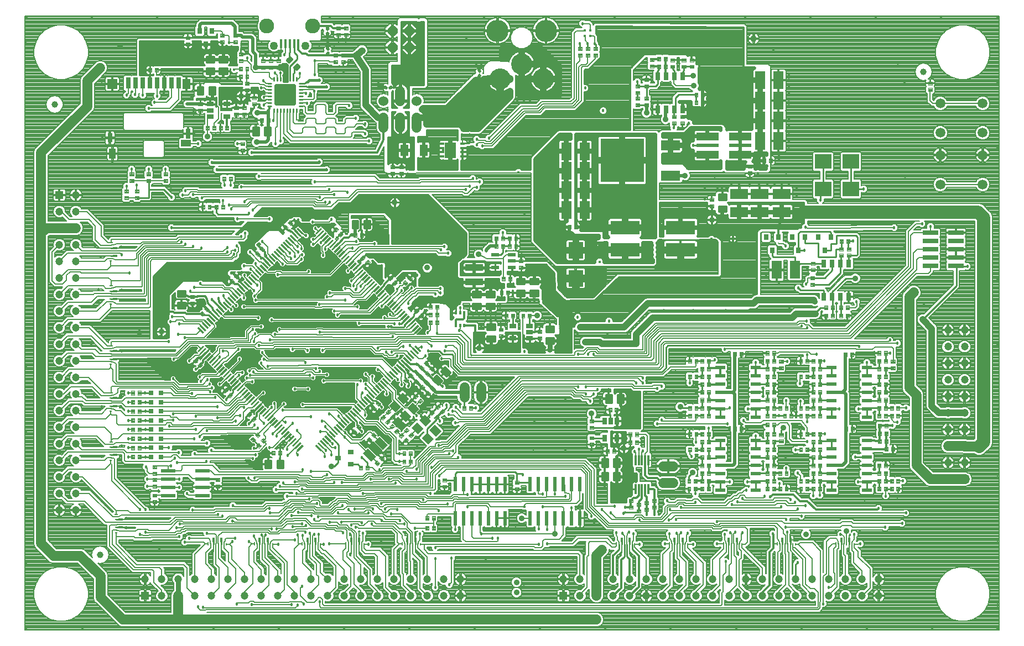
<source format=gtl>
G75*
%MOIN*%
%OFA0B0*%
%FSLAX25Y25*%
%IPPOS*%
%LPD*%
%AMOC8*
5,1,8,0,0,1.08239X$1,22.5*
%
%ADD10C,0.00402*%
%ADD11C,0.01585*%
%ADD12R,0.03150X0.03150*%
%ADD13R,0.03543X0.03150*%
%ADD14R,0.03150X0.03543*%
%ADD15R,0.05906X0.05906*%
%ADD16R,0.05118X0.05906*%
%ADD17R,0.03150X0.05906*%
%ADD18R,0.03150X0.05512*%
%ADD19R,0.02756X0.06890*%
%ADD20R,0.05906X0.03937*%
%ADD21R,0.03937X0.05906*%
%ADD22C,0.09000*%
%ADD23C,0.04950*%
%ADD24R,0.01575X0.05315*%
%ADD25R,0.08661X0.02362*%
%ADD26R,0.03937X0.07087*%
%ADD27R,0.06102X0.02362*%
%ADD28C,0.01102*%
%ADD29C,0.02598*%
%ADD30C,0.01784*%
%ADD31R,0.04724X0.04724*%
%ADD32C,0.04724*%
%ADD33R,0.04724X0.01181*%
%ADD34C,0.03937*%
%ADD35C,0.00591*%
%ADD36R,0.00591X0.00984*%
%ADD37R,0.00984X0.00591*%
%ADD38R,0.02362X0.08661*%
%ADD39R,0.03000X0.04500*%
%ADD40R,0.13386X0.04724*%
%ADD41R,0.13386X0.02362*%
%ADD42R,0.00984X0.01969*%
%ADD43R,0.00984X0.01575*%
%ADD44R,0.01791X0.02559*%
%ADD45R,0.04528X0.07087*%
%ADD46C,0.00080*%
%ADD47R,0.01500X0.02000*%
%ADD48R,0.02000X0.01500*%
%ADD49OC8,0.06000*%
%ADD50R,0.17717X0.08465*%
%ADD51R,0.06299X0.10630*%
%ADD52R,0.09055X0.09843*%
%ADD53R,0.10630X0.06299*%
%ADD54R,0.10630X0.03937*%
%ADD55R,0.04724X0.02165*%
%ADD56R,0.02756X0.01654*%
%ADD57R,0.01811X0.01654*%
%ADD58R,0.06693X0.09331*%
%ADD59R,0.01181X0.06299*%
%ADD60C,0.06000*%
%ADD61R,0.05512X0.04724*%
%ADD62C,0.06000*%
%ADD63C,0.03543*%
%ADD64R,0.11811X0.06299*%
%ADD65R,0.26378X0.26378*%
%ADD66R,0.03937X0.02756*%
%ADD67R,0.02756X0.03937*%
%ADD68R,0.01969X0.00984*%
%ADD69R,0.01575X0.00984*%
%ADD70R,0.02559X0.01791*%
%ADD71C,0.05906*%
%ADD72C,0.12760*%
%ADD73C,0.13350*%
%ADD74R,0.01654X0.02362*%
%ADD75R,0.09843X0.09055*%
%ADD76C,0.01575*%
%ADD77R,0.01772X0.01772*%
%ADD78C,0.01181*%
%ADD79R,0.09449X0.02992*%
%ADD80C,0.00787*%
%ADD81C,0.01800*%
%ADD82C,0.01142*%
%ADD83C,0.00984*%
%ADD84C,0.01378*%
%ADD85C,0.01969*%
%ADD86C,0.03937*%
%ADD87C,0.05906*%
%ADD88C,0.01000*%
%ADD89C,0.02953*%
%ADD90C,0.07874*%
%ADD91C,0.02362*%
D10*
X0083589Y0094655D02*
X0083589Y0096615D01*
X0083589Y0094655D02*
X0081235Y0094655D01*
X0081235Y0096615D01*
X0083589Y0096615D01*
X0083589Y0095056D02*
X0081235Y0095056D01*
X0081235Y0095457D02*
X0083589Y0095457D01*
X0083589Y0095858D02*
X0081235Y0095858D01*
X0081235Y0096259D02*
X0083589Y0096259D01*
X0083589Y0098592D02*
X0083589Y0100552D01*
X0083589Y0098592D02*
X0081235Y0098592D01*
X0081235Y0100552D01*
X0083589Y0100552D01*
X0083589Y0098993D02*
X0081235Y0098993D01*
X0081235Y0099394D02*
X0083589Y0099394D01*
X0083589Y0099795D02*
X0081235Y0099795D01*
X0081235Y0100196D02*
X0083589Y0100196D01*
X0081235Y0104103D02*
X0081235Y0106063D01*
X0083589Y0106063D01*
X0083589Y0104103D01*
X0081235Y0104103D01*
X0081235Y0104504D02*
X0083589Y0104504D01*
X0083589Y0104905D02*
X0081235Y0104905D01*
X0081235Y0105306D02*
X0083589Y0105306D01*
X0083589Y0105707D02*
X0081235Y0105707D01*
X0081235Y0108040D02*
X0081235Y0110000D01*
X0083589Y0110000D01*
X0083589Y0108040D01*
X0081235Y0108040D01*
X0081235Y0108441D02*
X0083589Y0108441D01*
X0083589Y0108842D02*
X0081235Y0108842D01*
X0081235Y0109243D02*
X0083589Y0109243D01*
X0083589Y0109644D02*
X0081235Y0109644D01*
X0081235Y0111781D02*
X0081235Y0113741D01*
X0083589Y0113741D01*
X0083589Y0111781D01*
X0081235Y0111781D01*
X0081235Y0112182D02*
X0083589Y0112182D01*
X0083589Y0112583D02*
X0081235Y0112583D01*
X0081235Y0112984D02*
X0083589Y0112984D01*
X0083589Y0113385D02*
X0081235Y0113385D01*
X0081235Y0115718D02*
X0081235Y0117678D01*
X0083589Y0117678D01*
X0083589Y0115718D01*
X0081235Y0115718D01*
X0081235Y0116119D02*
X0083589Y0116119D01*
X0083589Y0116520D02*
X0081235Y0116520D01*
X0081235Y0116921D02*
X0083589Y0116921D01*
X0083589Y0117322D02*
X0081235Y0117322D01*
X0074337Y0123977D02*
X0072377Y0123977D01*
X0074337Y0123977D02*
X0074337Y0121623D01*
X0072377Y0121623D01*
X0072377Y0123977D01*
X0072377Y0122024D02*
X0074337Y0122024D01*
X0074337Y0122425D02*
X0072377Y0122425D01*
X0072377Y0122826D02*
X0074337Y0122826D01*
X0074337Y0123227D02*
X0072377Y0123227D01*
X0072377Y0123628D02*
X0074337Y0123628D01*
X0074337Y0129489D02*
X0072377Y0129489D01*
X0074337Y0129489D02*
X0074337Y0127135D01*
X0072377Y0127135D01*
X0072377Y0129489D01*
X0072377Y0127536D02*
X0074337Y0127536D01*
X0074337Y0127937D02*
X0072377Y0127937D01*
X0072377Y0128338D02*
X0074337Y0128338D01*
X0074337Y0128739D02*
X0072377Y0128739D01*
X0072377Y0129140D02*
X0074337Y0129140D01*
X0074337Y0135001D02*
X0072377Y0135001D01*
X0074337Y0135001D02*
X0074337Y0132647D01*
X0072377Y0132647D01*
X0072377Y0135001D01*
X0072377Y0133048D02*
X0074337Y0133048D01*
X0074337Y0133449D02*
X0072377Y0133449D01*
X0072377Y0133850D02*
X0074337Y0133850D01*
X0074337Y0134251D02*
X0072377Y0134251D01*
X0072377Y0134652D02*
X0074337Y0134652D01*
X0074337Y0140512D02*
X0072377Y0140512D01*
X0074337Y0140512D02*
X0074337Y0138158D01*
X0072377Y0138158D01*
X0072377Y0140512D01*
X0072377Y0138559D02*
X0074337Y0138559D01*
X0074337Y0138960D02*
X0072377Y0138960D01*
X0072377Y0139361D02*
X0074337Y0139361D01*
X0074337Y0139762D02*
X0072377Y0139762D01*
X0072377Y0140163D02*
X0074337Y0140163D01*
X0074337Y0146024D02*
X0072377Y0146024D01*
X0074337Y0146024D02*
X0074337Y0143670D01*
X0072377Y0143670D01*
X0072377Y0146024D01*
X0072377Y0144071D02*
X0074337Y0144071D01*
X0074337Y0144472D02*
X0072377Y0144472D01*
X0072377Y0144873D02*
X0074337Y0144873D01*
X0074337Y0145274D02*
X0072377Y0145274D01*
X0072377Y0145675D02*
X0074337Y0145675D01*
X0070400Y0146024D02*
X0068440Y0146024D01*
X0070400Y0146024D02*
X0070400Y0143670D01*
X0068440Y0143670D01*
X0068440Y0146024D01*
X0068440Y0144071D02*
X0070400Y0144071D01*
X0070400Y0144472D02*
X0068440Y0144472D01*
X0068440Y0144873D02*
X0070400Y0144873D01*
X0070400Y0145274D02*
X0068440Y0145274D01*
X0068440Y0145675D02*
X0070400Y0145675D01*
X0070400Y0140512D02*
X0068440Y0140512D01*
X0070400Y0140512D02*
X0070400Y0138158D01*
X0068440Y0138158D01*
X0068440Y0140512D01*
X0068440Y0138559D02*
X0070400Y0138559D01*
X0070400Y0138960D02*
X0068440Y0138960D01*
X0068440Y0139361D02*
X0070400Y0139361D01*
X0070400Y0139762D02*
X0068440Y0139762D01*
X0068440Y0140163D02*
X0070400Y0140163D01*
X0070400Y0135001D02*
X0068440Y0135001D01*
X0070400Y0135001D02*
X0070400Y0132647D01*
X0068440Y0132647D01*
X0068440Y0135001D01*
X0068440Y0133048D02*
X0070400Y0133048D01*
X0070400Y0133449D02*
X0068440Y0133449D01*
X0068440Y0133850D02*
X0070400Y0133850D01*
X0070400Y0134251D02*
X0068440Y0134251D01*
X0068440Y0134652D02*
X0070400Y0134652D01*
X0070400Y0129489D02*
X0068440Y0129489D01*
X0070400Y0129489D02*
X0070400Y0127135D01*
X0068440Y0127135D01*
X0068440Y0129489D01*
X0068440Y0127536D02*
X0070400Y0127536D01*
X0070400Y0127937D02*
X0068440Y0127937D01*
X0068440Y0128338D02*
X0070400Y0128338D01*
X0070400Y0128739D02*
X0068440Y0128739D01*
X0068440Y0129140D02*
X0070400Y0129140D01*
X0070400Y0123977D02*
X0068440Y0123977D01*
X0070400Y0123977D02*
X0070400Y0121623D01*
X0068440Y0121623D01*
X0068440Y0123977D01*
X0068440Y0122024D02*
X0070400Y0122024D01*
X0070400Y0122425D02*
X0068440Y0122425D01*
X0068440Y0122826D02*
X0070400Y0122826D01*
X0070400Y0123227D02*
X0068440Y0123227D01*
X0068440Y0123628D02*
X0070400Y0123628D01*
X0070400Y0151536D02*
X0068440Y0151536D01*
X0070400Y0151536D02*
X0070400Y0149182D01*
X0068440Y0149182D01*
X0068440Y0151536D01*
X0068440Y0149583D02*
X0070400Y0149583D01*
X0070400Y0149984D02*
X0068440Y0149984D01*
X0068440Y0150385D02*
X0070400Y0150385D01*
X0070400Y0150786D02*
X0068440Y0150786D01*
X0068440Y0151187D02*
X0070400Y0151187D01*
X0072377Y0151536D02*
X0074337Y0151536D01*
X0074337Y0149182D01*
X0072377Y0149182D01*
X0072377Y0151536D01*
X0072377Y0149583D02*
X0074337Y0149583D01*
X0074337Y0149984D02*
X0072377Y0149984D01*
X0072377Y0150385D02*
X0074337Y0150385D01*
X0074337Y0150786D02*
X0072377Y0150786D01*
X0072377Y0151187D02*
X0074337Y0151187D01*
X0074337Y0157048D02*
X0072377Y0157048D01*
X0074337Y0157048D02*
X0074337Y0154694D01*
X0072377Y0154694D01*
X0072377Y0157048D01*
X0072377Y0155095D02*
X0074337Y0155095D01*
X0074337Y0155496D02*
X0072377Y0155496D01*
X0072377Y0155897D02*
X0074337Y0155897D01*
X0074337Y0156298D02*
X0072377Y0156298D01*
X0072377Y0156699D02*
X0074337Y0156699D01*
X0074337Y0162560D02*
X0072377Y0162560D01*
X0074337Y0162560D02*
X0074337Y0160206D01*
X0072377Y0160206D01*
X0072377Y0162560D01*
X0072377Y0160607D02*
X0074337Y0160607D01*
X0074337Y0161008D02*
X0072377Y0161008D01*
X0072377Y0161409D02*
X0074337Y0161409D01*
X0074337Y0161810D02*
X0072377Y0161810D01*
X0072377Y0162211D02*
X0074337Y0162211D01*
X0070400Y0162560D02*
X0068440Y0162560D01*
X0070400Y0162560D02*
X0070400Y0160206D01*
X0068440Y0160206D01*
X0068440Y0162560D01*
X0068440Y0160607D02*
X0070400Y0160607D01*
X0070400Y0161008D02*
X0068440Y0161008D01*
X0068440Y0161409D02*
X0070400Y0161409D01*
X0070400Y0161810D02*
X0068440Y0161810D01*
X0068440Y0162211D02*
X0070400Y0162211D01*
X0070400Y0157048D02*
X0068440Y0157048D01*
X0070400Y0157048D02*
X0070400Y0154694D01*
X0068440Y0154694D01*
X0068440Y0157048D01*
X0068440Y0155095D02*
X0070400Y0155095D01*
X0070400Y0155496D02*
X0068440Y0155496D01*
X0068440Y0155897D02*
X0070400Y0155897D01*
X0070400Y0156298D02*
X0068440Y0156298D01*
X0068440Y0156699D02*
X0070400Y0156699D01*
X0107242Y0182410D02*
X0108628Y0181024D01*
X0106964Y0179360D01*
X0105578Y0180746D01*
X0107242Y0182410D01*
X0107365Y0179761D02*
X0106563Y0179761D01*
X0106162Y0180162D02*
X0107766Y0180162D01*
X0108167Y0180563D02*
X0105761Y0180563D01*
X0105796Y0180964D02*
X0108568Y0180964D01*
X0108287Y0181365D02*
X0106197Y0181365D01*
X0106598Y0181766D02*
X0107886Y0181766D01*
X0107485Y0182167D02*
X0106999Y0182167D01*
X0110026Y0179626D02*
X0111412Y0178240D01*
X0109748Y0176576D01*
X0108362Y0177962D01*
X0110026Y0179626D01*
X0110149Y0176977D02*
X0109347Y0176977D01*
X0108946Y0177378D02*
X0110550Y0177378D01*
X0110951Y0177779D02*
X0108545Y0177779D01*
X0108580Y0178180D02*
X0111352Y0178180D01*
X0111071Y0178581D02*
X0108981Y0178581D01*
X0109382Y0178982D02*
X0110670Y0178982D01*
X0110269Y0179383D02*
X0109783Y0179383D01*
X0125254Y0164300D02*
X0126640Y0162914D01*
X0124976Y0161250D01*
X0123590Y0162636D01*
X0125254Y0164300D01*
X0125377Y0161651D02*
X0124575Y0161651D01*
X0124174Y0162052D02*
X0125778Y0162052D01*
X0126179Y0162453D02*
X0123773Y0162453D01*
X0123808Y0162854D02*
X0126580Y0162854D01*
X0126299Y0163255D02*
X0124209Y0163255D01*
X0124610Y0163656D02*
X0125898Y0163656D01*
X0125497Y0164057D02*
X0125011Y0164057D01*
X0128038Y0161516D02*
X0129424Y0160130D01*
X0127760Y0158466D01*
X0126374Y0159852D01*
X0128038Y0161516D01*
X0128161Y0158867D02*
X0127359Y0158867D01*
X0126958Y0159268D02*
X0128562Y0159268D01*
X0128963Y0159669D02*
X0126557Y0159669D01*
X0126592Y0160070D02*
X0129364Y0160070D01*
X0129083Y0160471D02*
X0126993Y0160471D01*
X0127394Y0160872D02*
X0128682Y0160872D01*
X0128281Y0161273D02*
X0127795Y0161273D01*
X0139525Y0149929D02*
X0140911Y0148543D01*
X0139247Y0146879D01*
X0137861Y0148265D01*
X0139525Y0149929D01*
X0139648Y0147280D02*
X0138846Y0147280D01*
X0138445Y0147681D02*
X0140049Y0147681D01*
X0140450Y0148082D02*
X0138044Y0148082D01*
X0138079Y0148483D02*
X0140851Y0148483D01*
X0140570Y0148884D02*
X0138480Y0148884D01*
X0138881Y0149285D02*
X0140169Y0149285D01*
X0139768Y0149686D02*
X0139282Y0149686D01*
X0142309Y0147146D02*
X0143695Y0145760D01*
X0142031Y0144096D01*
X0140645Y0145482D01*
X0142309Y0147146D01*
X0142432Y0144497D02*
X0141630Y0144497D01*
X0141229Y0144898D02*
X0142833Y0144898D01*
X0143234Y0145299D02*
X0140828Y0145299D01*
X0140863Y0145700D02*
X0143635Y0145700D01*
X0143354Y0146101D02*
X0141264Y0146101D01*
X0141665Y0146502D02*
X0142953Y0146502D01*
X0142552Y0146903D02*
X0142066Y0146903D01*
X0144295Y0137528D02*
X0142909Y0136142D01*
X0144295Y0137528D02*
X0145959Y0135864D01*
X0144573Y0134478D01*
X0142909Y0136142D01*
X0144172Y0134879D02*
X0144974Y0134879D01*
X0145375Y0135280D02*
X0143771Y0135280D01*
X0143370Y0135681D02*
X0145776Y0135681D01*
X0145741Y0136082D02*
X0142969Y0136082D01*
X0143250Y0136483D02*
X0145340Y0136483D01*
X0144939Y0136884D02*
X0143651Y0136884D01*
X0144052Y0137285D02*
X0144538Y0137285D01*
X0141511Y0134744D02*
X0140125Y0133358D01*
X0141511Y0134744D02*
X0143175Y0133080D01*
X0141789Y0131694D01*
X0140125Y0133358D01*
X0141388Y0132095D02*
X0142190Y0132095D01*
X0142591Y0132496D02*
X0140987Y0132496D01*
X0140586Y0132897D02*
X0142992Y0132897D01*
X0142957Y0133298D02*
X0140185Y0133298D01*
X0140466Y0133699D02*
X0142556Y0133699D01*
X0142155Y0134100D02*
X0140867Y0134100D01*
X0141268Y0134501D02*
X0141754Y0134501D01*
X0146452Y0132599D02*
X0147838Y0133985D01*
X0149502Y0132321D01*
X0148116Y0130935D01*
X0146452Y0132599D01*
X0147715Y0131336D02*
X0148517Y0131336D01*
X0148918Y0131737D02*
X0147314Y0131737D01*
X0146913Y0132138D02*
X0149319Y0132138D01*
X0149284Y0132539D02*
X0146512Y0132539D01*
X0146793Y0132940D02*
X0148883Y0132940D01*
X0148482Y0133341D02*
X0147194Y0133341D01*
X0147595Y0133742D02*
X0148081Y0133742D01*
X0145054Y0131201D02*
X0143668Y0129815D01*
X0145054Y0131201D02*
X0146718Y0129537D01*
X0145332Y0128151D01*
X0143668Y0129815D01*
X0144931Y0128552D02*
X0145733Y0128552D01*
X0146134Y0128953D02*
X0144530Y0128953D01*
X0144129Y0129354D02*
X0146535Y0129354D01*
X0146500Y0129755D02*
X0143728Y0129755D01*
X0144009Y0130156D02*
X0146099Y0130156D01*
X0145698Y0130557D02*
X0144410Y0130557D01*
X0144811Y0130958D02*
X0145297Y0130958D01*
X0153086Y0126339D02*
X0155046Y0126339D01*
X0155046Y0123985D01*
X0153086Y0123985D01*
X0153086Y0126339D01*
X0153086Y0124386D02*
X0155046Y0124386D01*
X0155046Y0124787D02*
X0153086Y0124787D01*
X0153086Y0125188D02*
X0155046Y0125188D01*
X0155046Y0125589D02*
X0153086Y0125589D01*
X0153086Y0125990D02*
X0155046Y0125990D01*
X0157023Y0126339D02*
X0158983Y0126339D01*
X0158983Y0123985D01*
X0157023Y0123985D01*
X0157023Y0126339D01*
X0157023Y0124386D02*
X0158983Y0124386D01*
X0158983Y0124787D02*
X0157023Y0124787D01*
X0157023Y0125188D02*
X0158983Y0125188D01*
X0158983Y0125589D02*
X0157023Y0125589D01*
X0157023Y0125990D02*
X0158983Y0125990D01*
X0121778Y0110000D02*
X0121778Y0108040D01*
X0119424Y0108040D01*
X0119424Y0110000D01*
X0121778Y0110000D01*
X0121778Y0108441D02*
X0119424Y0108441D01*
X0119424Y0108842D02*
X0121778Y0108842D01*
X0121778Y0109243D02*
X0119424Y0109243D01*
X0119424Y0109644D02*
X0121778Y0109644D01*
X0121778Y0106063D02*
X0121778Y0104103D01*
X0119424Y0104103D01*
X0119424Y0106063D01*
X0121778Y0106063D01*
X0121778Y0104504D02*
X0119424Y0104504D01*
X0119424Y0104905D02*
X0121778Y0104905D01*
X0121778Y0105306D02*
X0119424Y0105306D01*
X0119424Y0105707D02*
X0121778Y0105707D01*
X0201149Y0138082D02*
X0202535Y0139468D01*
X0204199Y0137804D01*
X0202813Y0136418D01*
X0201149Y0138082D01*
X0202412Y0136819D02*
X0203214Y0136819D01*
X0203615Y0137220D02*
X0202011Y0137220D01*
X0201610Y0137621D02*
X0204016Y0137621D01*
X0203981Y0138022D02*
X0201209Y0138022D01*
X0201490Y0138423D02*
X0203580Y0138423D01*
X0203179Y0138824D02*
X0201891Y0138824D01*
X0202292Y0139225D02*
X0202778Y0139225D01*
X0203933Y0140866D02*
X0205319Y0142252D01*
X0206983Y0140588D01*
X0205597Y0139202D01*
X0203933Y0140866D01*
X0205196Y0139603D02*
X0205998Y0139603D01*
X0206399Y0140004D02*
X0204795Y0140004D01*
X0204394Y0140405D02*
X0206800Y0140405D01*
X0206765Y0140806D02*
X0203993Y0140806D01*
X0204274Y0141207D02*
X0206364Y0141207D01*
X0205963Y0141608D02*
X0204675Y0141608D01*
X0205076Y0142009D02*
X0205562Y0142009D01*
X0214652Y0134478D02*
X0216038Y0135864D01*
X0214652Y0134478D02*
X0212988Y0136142D01*
X0214374Y0137528D01*
X0216038Y0135864D01*
X0215053Y0134879D02*
X0214251Y0134879D01*
X0213850Y0135280D02*
X0215454Y0135280D01*
X0215855Y0135681D02*
X0213449Y0135681D01*
X0213048Y0136082D02*
X0215820Y0136082D01*
X0215419Y0136483D02*
X0213329Y0136483D01*
X0213730Y0136884D02*
X0215018Y0136884D01*
X0214617Y0137285D02*
X0214131Y0137285D01*
X0213254Y0133080D02*
X0211868Y0131694D01*
X0210204Y0133358D01*
X0211590Y0134744D01*
X0213254Y0133080D01*
X0212269Y0132095D02*
X0211467Y0132095D01*
X0211066Y0132496D02*
X0212670Y0132496D01*
X0213071Y0132897D02*
X0210665Y0132897D01*
X0210264Y0133298D02*
X0213036Y0133298D01*
X0212635Y0133699D02*
X0210545Y0133699D01*
X0210946Y0134100D02*
X0212234Y0134100D01*
X0211833Y0134501D02*
X0211347Y0134501D01*
X0222920Y0145374D02*
X0224306Y0143988D01*
X0222642Y0142324D01*
X0221256Y0143710D01*
X0222920Y0145374D01*
X0223043Y0142725D02*
X0222241Y0142725D01*
X0221840Y0143126D02*
X0223444Y0143126D01*
X0223845Y0143527D02*
X0221439Y0143527D01*
X0221474Y0143928D02*
X0224246Y0143928D01*
X0223965Y0144329D02*
X0221875Y0144329D01*
X0222276Y0144730D02*
X0223564Y0144730D01*
X0223163Y0145131D02*
X0222677Y0145131D01*
X0221522Y0146772D02*
X0220136Y0148158D01*
X0221522Y0146772D02*
X0219858Y0145108D01*
X0218472Y0146494D01*
X0220136Y0148158D01*
X0220259Y0145509D02*
X0219457Y0145509D01*
X0219056Y0145910D02*
X0220660Y0145910D01*
X0221061Y0146311D02*
X0218655Y0146311D01*
X0218690Y0146712D02*
X0221462Y0146712D01*
X0221181Y0147113D02*
X0219091Y0147113D01*
X0219492Y0147514D02*
X0220780Y0147514D01*
X0220379Y0147915D02*
X0219893Y0147915D01*
X0221621Y0149643D02*
X0223007Y0148257D01*
X0221621Y0149643D02*
X0223285Y0151307D01*
X0224671Y0149921D01*
X0223007Y0148257D01*
X0223408Y0148658D02*
X0222606Y0148658D01*
X0222205Y0149059D02*
X0223809Y0149059D01*
X0224210Y0149460D02*
X0221804Y0149460D01*
X0221839Y0149861D02*
X0224611Y0149861D01*
X0224330Y0150262D02*
X0222240Y0150262D01*
X0222641Y0150663D02*
X0223929Y0150663D01*
X0223528Y0151064D02*
X0223042Y0151064D01*
X0224405Y0146859D02*
X0225791Y0145473D01*
X0224405Y0146859D02*
X0226069Y0148523D01*
X0227455Y0147137D01*
X0225791Y0145473D01*
X0226192Y0145874D02*
X0225390Y0145874D01*
X0224989Y0146275D02*
X0226593Y0146275D01*
X0226994Y0146676D02*
X0224588Y0146676D01*
X0224623Y0147077D02*
X0227395Y0147077D01*
X0227114Y0147478D02*
X0225024Y0147478D01*
X0225425Y0147879D02*
X0226713Y0147879D01*
X0226312Y0148280D02*
X0225826Y0148280D01*
X0223983Y0140982D02*
X0225369Y0139596D01*
X0223983Y0140982D02*
X0225647Y0142646D01*
X0227033Y0141260D01*
X0225369Y0139596D01*
X0225770Y0139997D02*
X0224968Y0139997D01*
X0224567Y0140398D02*
X0226171Y0140398D01*
X0226572Y0140799D02*
X0224166Y0140799D01*
X0224201Y0141200D02*
X0226973Y0141200D01*
X0226692Y0141601D02*
X0224602Y0141601D01*
X0225003Y0142002D02*
X0226291Y0142002D01*
X0225890Y0142403D02*
X0225404Y0142403D01*
X0234309Y0140284D02*
X0235695Y0138898D01*
X0234031Y0137234D01*
X0232645Y0138620D01*
X0234309Y0140284D01*
X0234432Y0137635D02*
X0233630Y0137635D01*
X0233229Y0138036D02*
X0234833Y0138036D01*
X0235234Y0138437D02*
X0232828Y0138437D01*
X0232863Y0138838D02*
X0235635Y0138838D01*
X0235354Y0139239D02*
X0233264Y0139239D01*
X0233665Y0139640D02*
X0234953Y0139640D01*
X0234552Y0140041D02*
X0234066Y0140041D01*
X0237093Y0137500D02*
X0238479Y0136114D01*
X0236815Y0134450D01*
X0235429Y0135836D01*
X0237093Y0137500D01*
X0237216Y0134851D02*
X0236414Y0134851D01*
X0236013Y0135252D02*
X0237617Y0135252D01*
X0238018Y0135653D02*
X0235612Y0135653D01*
X0235647Y0136054D02*
X0238419Y0136054D01*
X0238138Y0136455D02*
X0236048Y0136455D01*
X0236449Y0136856D02*
X0237737Y0136856D01*
X0237336Y0137257D02*
X0236850Y0137257D01*
X0233943Y0134350D02*
X0235329Y0132964D01*
X0233665Y0131300D01*
X0232279Y0132686D01*
X0233943Y0134350D01*
X0234066Y0131701D02*
X0233264Y0131701D01*
X0232863Y0132102D02*
X0234467Y0132102D01*
X0234868Y0132503D02*
X0232462Y0132503D01*
X0232497Y0132904D02*
X0235269Y0132904D01*
X0234988Y0133305D02*
X0232898Y0133305D01*
X0233299Y0133706D02*
X0234587Y0133706D01*
X0234186Y0134107D02*
X0233700Y0134107D01*
X0232545Y0135748D02*
X0231159Y0137134D01*
X0232545Y0135748D02*
X0230881Y0134084D01*
X0229495Y0135470D01*
X0231159Y0137134D01*
X0231282Y0134485D02*
X0230480Y0134485D01*
X0230079Y0134886D02*
X0231683Y0134886D01*
X0232084Y0135287D02*
X0229678Y0135287D01*
X0229713Y0135688D02*
X0232485Y0135688D01*
X0232204Y0136089D02*
X0230114Y0136089D01*
X0230515Y0136490D02*
X0231803Y0136490D01*
X0231402Y0136891D02*
X0230916Y0136891D01*
X0228153Y0136812D02*
X0226767Y0138198D01*
X0228431Y0139862D01*
X0229817Y0138476D01*
X0228153Y0136812D01*
X0228554Y0137213D02*
X0227752Y0137213D01*
X0227351Y0137614D02*
X0228955Y0137614D01*
X0229356Y0138015D02*
X0226950Y0138015D01*
X0226985Y0138416D02*
X0229757Y0138416D01*
X0229476Y0138817D02*
X0227386Y0138817D01*
X0227787Y0139218D02*
X0229075Y0139218D01*
X0228674Y0139619D02*
X0228188Y0139619D01*
X0214346Y0153642D02*
X0212960Y0152256D01*
X0214346Y0153642D02*
X0216010Y0151978D01*
X0214624Y0150592D01*
X0212960Y0152256D01*
X0214223Y0150993D02*
X0215025Y0150993D01*
X0215426Y0151394D02*
X0213822Y0151394D01*
X0213421Y0151795D02*
X0215827Y0151795D01*
X0215792Y0152196D02*
X0213020Y0152196D01*
X0213301Y0152597D02*
X0215391Y0152597D01*
X0214990Y0152998D02*
X0213702Y0152998D01*
X0214103Y0153399D02*
X0214589Y0153399D01*
X0215744Y0155039D02*
X0217130Y0156425D01*
X0218794Y0154761D01*
X0217408Y0153375D01*
X0215744Y0155039D01*
X0217007Y0153776D02*
X0217809Y0153776D01*
X0218210Y0154177D02*
X0216606Y0154177D01*
X0216205Y0154578D02*
X0218611Y0154578D01*
X0218576Y0154979D02*
X0215804Y0154979D01*
X0216085Y0155380D02*
X0218175Y0155380D01*
X0217774Y0155781D02*
X0216486Y0155781D01*
X0216887Y0156182D02*
X0217373Y0156182D01*
X0234112Y0167521D02*
X0235498Y0168907D01*
X0234112Y0167521D02*
X0232448Y0169185D01*
X0233834Y0170571D01*
X0235498Y0168907D01*
X0234513Y0167922D02*
X0233711Y0167922D01*
X0233310Y0168323D02*
X0234914Y0168323D01*
X0235315Y0168724D02*
X0232909Y0168724D01*
X0232508Y0169125D02*
X0235280Y0169125D01*
X0234879Y0169526D02*
X0232789Y0169526D01*
X0233190Y0169927D02*
X0234478Y0169927D01*
X0234077Y0170328D02*
X0233591Y0170328D01*
X0236896Y0170305D02*
X0238282Y0171691D01*
X0236896Y0170305D02*
X0235232Y0171969D01*
X0236618Y0173355D01*
X0238282Y0171691D01*
X0237297Y0170706D02*
X0236495Y0170706D01*
X0236094Y0171107D02*
X0237698Y0171107D01*
X0238099Y0171508D02*
X0235693Y0171508D01*
X0235292Y0171909D02*
X0238064Y0171909D01*
X0237663Y0172310D02*
X0235573Y0172310D01*
X0235974Y0172711D02*
X0237262Y0172711D01*
X0236861Y0173112D02*
X0236375Y0173112D01*
X0239936Y0169783D02*
X0238550Y0168397D01*
X0239936Y0169783D02*
X0241600Y0168119D01*
X0240214Y0166733D01*
X0238550Y0168397D01*
X0239813Y0167134D02*
X0240615Y0167134D01*
X0241016Y0167535D02*
X0239412Y0167535D01*
X0239011Y0167936D02*
X0241417Y0167936D01*
X0241382Y0168337D02*
X0238610Y0168337D01*
X0238891Y0168738D02*
X0240981Y0168738D01*
X0240580Y0169139D02*
X0239292Y0169139D01*
X0239693Y0169540D02*
X0240179Y0169540D01*
X0241334Y0171181D02*
X0242720Y0172567D01*
X0244384Y0170903D01*
X0242998Y0169517D01*
X0241334Y0171181D01*
X0242597Y0169918D02*
X0243399Y0169918D01*
X0243800Y0170319D02*
X0242196Y0170319D01*
X0241795Y0170720D02*
X0244201Y0170720D01*
X0244166Y0171121D02*
X0241394Y0171121D01*
X0241675Y0171522D02*
X0243765Y0171522D01*
X0243364Y0171923D02*
X0242076Y0171923D01*
X0242477Y0172324D02*
X0242963Y0172324D01*
X0246907Y0171458D02*
X0248293Y0172844D01*
X0246907Y0171458D02*
X0245243Y0173122D01*
X0246629Y0174508D01*
X0248293Y0172844D01*
X0247308Y0171859D02*
X0246506Y0171859D01*
X0246105Y0172260D02*
X0247709Y0172260D01*
X0248110Y0172661D02*
X0245704Y0172661D01*
X0245303Y0173062D02*
X0248075Y0173062D01*
X0247674Y0173463D02*
X0245584Y0173463D01*
X0245985Y0173864D02*
X0247273Y0173864D01*
X0246872Y0174265D02*
X0246386Y0174265D01*
X0249691Y0174242D02*
X0251077Y0175628D01*
X0249691Y0174242D02*
X0248027Y0175906D01*
X0249413Y0177292D01*
X0251077Y0175628D01*
X0250092Y0174643D02*
X0249290Y0174643D01*
X0248889Y0175044D02*
X0250493Y0175044D01*
X0250894Y0175445D02*
X0248488Y0175445D01*
X0248087Y0175846D02*
X0250859Y0175846D01*
X0250458Y0176247D02*
X0248368Y0176247D01*
X0248769Y0176648D02*
X0250057Y0176648D01*
X0249656Y0177049D02*
X0249170Y0177049D01*
X0247534Y0179171D02*
X0246148Y0177785D01*
X0244484Y0179449D01*
X0245870Y0180835D01*
X0247534Y0179171D01*
X0246549Y0178186D02*
X0245747Y0178186D01*
X0245346Y0178587D02*
X0246950Y0178587D01*
X0247351Y0178988D02*
X0244945Y0178988D01*
X0244544Y0179389D02*
X0247316Y0179389D01*
X0246915Y0179790D02*
X0244825Y0179790D01*
X0245226Y0180191D02*
X0246514Y0180191D01*
X0246113Y0180592D02*
X0245627Y0180592D01*
X0244750Y0176387D02*
X0243364Y0175001D01*
X0241700Y0176665D01*
X0243086Y0178051D01*
X0244750Y0176387D01*
X0243765Y0175402D02*
X0242963Y0175402D01*
X0242562Y0175803D02*
X0244166Y0175803D01*
X0244567Y0176204D02*
X0242161Y0176204D01*
X0241760Y0176605D02*
X0244532Y0176605D01*
X0244131Y0177006D02*
X0242041Y0177006D01*
X0242442Y0177407D02*
X0243730Y0177407D01*
X0243329Y0177808D02*
X0242843Y0177808D01*
X0246264Y0169024D02*
X0244878Y0167638D01*
X0246264Y0169024D02*
X0247928Y0167360D01*
X0246542Y0165974D01*
X0244878Y0167638D01*
X0246141Y0166375D02*
X0246943Y0166375D01*
X0247344Y0166776D02*
X0245740Y0166776D01*
X0245339Y0167177D02*
X0247745Y0167177D01*
X0247710Y0167578D02*
X0244938Y0167578D01*
X0245219Y0167979D02*
X0247309Y0167979D01*
X0246908Y0168380D02*
X0245620Y0168380D01*
X0246021Y0168781D02*
X0246507Y0168781D01*
X0243480Y0166240D02*
X0242094Y0164854D01*
X0243480Y0166240D02*
X0245144Y0164576D01*
X0243758Y0163190D01*
X0242094Y0164854D01*
X0243357Y0163591D02*
X0244159Y0163591D01*
X0244560Y0163992D02*
X0242956Y0163992D01*
X0242555Y0164393D02*
X0244961Y0164393D01*
X0244926Y0164794D02*
X0242154Y0164794D01*
X0242435Y0165195D02*
X0244525Y0165195D01*
X0244124Y0165596D02*
X0242836Y0165596D01*
X0243237Y0165997D02*
X0243723Y0165997D01*
X0247023Y0162697D02*
X0245637Y0161311D01*
X0247023Y0162697D02*
X0248687Y0161033D01*
X0247301Y0159647D01*
X0245637Y0161311D01*
X0246900Y0160048D02*
X0247702Y0160048D01*
X0248103Y0160449D02*
X0246499Y0160449D01*
X0246098Y0160850D02*
X0248504Y0160850D01*
X0248469Y0161251D02*
X0245697Y0161251D01*
X0245978Y0161652D02*
X0248068Y0161652D01*
X0247667Y0162053D02*
X0246379Y0162053D01*
X0246780Y0162454D02*
X0247266Y0162454D01*
X0248421Y0164095D02*
X0249807Y0165481D01*
X0251471Y0163817D01*
X0250085Y0162431D01*
X0248421Y0164095D01*
X0249684Y0162832D02*
X0250486Y0162832D01*
X0250887Y0163233D02*
X0249283Y0163233D01*
X0248882Y0163634D02*
X0251288Y0163634D01*
X0251253Y0164035D02*
X0248481Y0164035D01*
X0248762Y0164436D02*
X0250852Y0164436D01*
X0250451Y0164837D02*
X0249163Y0164837D01*
X0249564Y0165238D02*
X0250050Y0165238D01*
X0241207Y0159370D02*
X0239821Y0160756D01*
X0241207Y0159370D02*
X0239543Y0157706D01*
X0238157Y0159092D01*
X0239821Y0160756D01*
X0239944Y0158107D02*
X0239142Y0158107D01*
X0238741Y0158508D02*
X0240345Y0158508D01*
X0240746Y0158909D02*
X0238340Y0158909D01*
X0238375Y0159310D02*
X0241147Y0159310D01*
X0240866Y0159711D02*
X0238776Y0159711D01*
X0239177Y0160112D02*
X0240465Y0160112D01*
X0240064Y0160513D02*
X0239578Y0160513D01*
X0242605Y0157972D02*
X0243991Y0156586D01*
X0242327Y0154922D01*
X0240941Y0156308D01*
X0242605Y0157972D01*
X0242728Y0155323D02*
X0241926Y0155323D01*
X0241525Y0155724D02*
X0243129Y0155724D01*
X0243530Y0156125D02*
X0241124Y0156125D01*
X0241159Y0156526D02*
X0243931Y0156526D01*
X0243650Y0156927D02*
X0241560Y0156927D01*
X0241961Y0157328D02*
X0243249Y0157328D01*
X0242848Y0157729D02*
X0242362Y0157729D01*
X0249663Y0150914D02*
X0251049Y0149528D01*
X0249385Y0147864D01*
X0247999Y0149250D01*
X0249663Y0150914D01*
X0249786Y0148265D02*
X0248984Y0148265D01*
X0248583Y0148666D02*
X0250187Y0148666D01*
X0250588Y0149067D02*
X0248182Y0149067D01*
X0248217Y0149468D02*
X0250989Y0149468D01*
X0250708Y0149869D02*
X0248618Y0149869D01*
X0249019Y0150270D02*
X0250307Y0150270D01*
X0249906Y0150671D02*
X0249420Y0150671D01*
X0253206Y0154457D02*
X0254592Y0153071D01*
X0252928Y0151407D01*
X0251542Y0152793D01*
X0253206Y0154457D01*
X0253329Y0151808D02*
X0252527Y0151808D01*
X0252126Y0152209D02*
X0253730Y0152209D01*
X0254131Y0152610D02*
X0251725Y0152610D01*
X0251760Y0153011D02*
X0254532Y0153011D01*
X0254251Y0153412D02*
X0252161Y0153412D01*
X0252562Y0153813D02*
X0253850Y0153813D01*
X0253449Y0154214D02*
X0252963Y0154214D01*
X0255990Y0151673D02*
X0257376Y0150287D01*
X0255712Y0148623D01*
X0254326Y0150009D01*
X0255990Y0151673D01*
X0256113Y0149024D02*
X0255311Y0149024D01*
X0254910Y0149425D02*
X0256514Y0149425D01*
X0256915Y0149826D02*
X0254509Y0149826D01*
X0254544Y0150227D02*
X0257316Y0150227D01*
X0257035Y0150628D02*
X0254945Y0150628D01*
X0255346Y0151029D02*
X0256634Y0151029D01*
X0256233Y0151430D02*
X0255747Y0151430D01*
X0252447Y0148130D02*
X0253833Y0146744D01*
X0252169Y0145080D01*
X0250783Y0146466D01*
X0252447Y0148130D01*
X0252570Y0145481D02*
X0251768Y0145481D01*
X0251367Y0145882D02*
X0252971Y0145882D01*
X0253372Y0146283D02*
X0250966Y0146283D01*
X0251001Y0146684D02*
X0253773Y0146684D01*
X0253492Y0147085D02*
X0251402Y0147085D01*
X0251803Y0147486D02*
X0253091Y0147486D01*
X0252690Y0147887D02*
X0252204Y0147887D01*
X0268046Y0151150D02*
X0270006Y0151150D01*
X0268046Y0151150D02*
X0268046Y0153504D01*
X0270006Y0153504D01*
X0270006Y0151150D01*
X0270006Y0151551D02*
X0268046Y0151551D01*
X0268046Y0151952D02*
X0270006Y0151952D01*
X0270006Y0152353D02*
X0268046Y0152353D01*
X0268046Y0152754D02*
X0270006Y0152754D01*
X0270006Y0153155D02*
X0268046Y0153155D01*
X0271983Y0151150D02*
X0273943Y0151150D01*
X0271983Y0151150D02*
X0271983Y0153504D01*
X0273943Y0153504D01*
X0273943Y0151150D01*
X0273943Y0151551D02*
X0271983Y0151551D01*
X0271983Y0151952D02*
X0273943Y0151952D01*
X0273943Y0152353D02*
X0271983Y0152353D01*
X0271983Y0152754D02*
X0273943Y0152754D01*
X0273943Y0153155D02*
X0271983Y0153155D01*
X0237723Y0123591D02*
X0235763Y0123591D01*
X0235763Y0125945D01*
X0237723Y0125945D01*
X0237723Y0123591D01*
X0237723Y0123992D02*
X0235763Y0123992D01*
X0235763Y0124393D02*
X0237723Y0124393D01*
X0237723Y0124794D02*
X0235763Y0124794D01*
X0235763Y0125195D02*
X0237723Y0125195D01*
X0237723Y0125596D02*
X0235763Y0125596D01*
X0233786Y0123591D02*
X0231826Y0123591D01*
X0231826Y0125945D01*
X0233786Y0125945D01*
X0233786Y0123591D01*
X0233786Y0123992D02*
X0231826Y0123992D01*
X0231826Y0124393D02*
X0233786Y0124393D01*
X0233786Y0124794D02*
X0231826Y0124794D01*
X0231826Y0125195D02*
X0233786Y0125195D01*
X0233786Y0125596D02*
X0231826Y0125596D01*
X0231826Y0118867D02*
X0233786Y0118867D01*
X0231826Y0118867D02*
X0231826Y0121221D01*
X0233786Y0121221D01*
X0233786Y0118867D01*
X0233786Y0119268D02*
X0231826Y0119268D01*
X0231826Y0119669D02*
X0233786Y0119669D01*
X0233786Y0120070D02*
X0231826Y0120070D01*
X0231826Y0120471D02*
X0233786Y0120471D01*
X0233786Y0120872D02*
X0231826Y0120872D01*
X0235763Y0118867D02*
X0237723Y0118867D01*
X0235763Y0118867D02*
X0235763Y0121221D01*
X0237723Y0121221D01*
X0237723Y0118867D01*
X0237723Y0119268D02*
X0235763Y0119268D01*
X0235763Y0119669D02*
X0237723Y0119669D01*
X0237723Y0120070D02*
X0235763Y0120070D01*
X0235763Y0120471D02*
X0237723Y0120471D01*
X0237723Y0120872D02*
X0235763Y0120872D01*
X0220762Y0121691D02*
X0219376Y0120305D01*
X0217712Y0121969D01*
X0219098Y0123355D01*
X0220762Y0121691D01*
X0219777Y0120706D02*
X0218975Y0120706D01*
X0218574Y0121107D02*
X0220178Y0121107D01*
X0220579Y0121508D02*
X0218173Y0121508D01*
X0217772Y0121909D02*
X0220544Y0121909D01*
X0220143Y0122310D02*
X0218053Y0122310D01*
X0218454Y0122711D02*
X0219742Y0122711D01*
X0219341Y0123112D02*
X0218855Y0123112D01*
X0217978Y0118907D02*
X0216592Y0117521D01*
X0214928Y0119185D01*
X0216314Y0120571D01*
X0217978Y0118907D01*
X0216993Y0117922D02*
X0216191Y0117922D01*
X0215790Y0118323D02*
X0217394Y0118323D01*
X0217795Y0118724D02*
X0215389Y0118724D01*
X0214988Y0119125D02*
X0217760Y0119125D01*
X0217359Y0119526D02*
X0215269Y0119526D01*
X0215670Y0119927D02*
X0216958Y0119927D01*
X0216557Y0120328D02*
X0216071Y0120328D01*
X0211542Y0115127D02*
X0209582Y0115127D01*
X0209582Y0117481D01*
X0211542Y0117481D01*
X0211542Y0115127D01*
X0211542Y0115528D02*
X0209582Y0115528D01*
X0209582Y0115929D02*
X0211542Y0115929D01*
X0211542Y0116330D02*
X0209582Y0116330D01*
X0209582Y0116731D02*
X0211542Y0116731D01*
X0211542Y0117132D02*
X0209582Y0117132D01*
X0207605Y0115127D02*
X0205645Y0115127D01*
X0205645Y0117481D01*
X0207605Y0117481D01*
X0207605Y0115127D01*
X0207605Y0115528D02*
X0205645Y0115528D01*
X0205645Y0115929D02*
X0207605Y0115929D01*
X0207605Y0116330D02*
X0205645Y0116330D01*
X0205645Y0116731D02*
X0207605Y0116731D01*
X0207605Y0117132D02*
X0205645Y0117132D01*
X0255842Y0109804D02*
X0255842Y0107844D01*
X0255842Y0109804D02*
X0258196Y0109804D01*
X0258196Y0107844D01*
X0255842Y0107844D01*
X0255842Y0108245D02*
X0258196Y0108245D01*
X0258196Y0108646D02*
X0255842Y0108646D01*
X0255842Y0109047D02*
X0258196Y0109047D01*
X0258196Y0109448D02*
X0255842Y0109448D01*
X0255842Y0105867D02*
X0255842Y0103907D01*
X0255842Y0105867D02*
X0258196Y0105867D01*
X0258196Y0103907D01*
X0255842Y0103907D01*
X0255842Y0104308D02*
X0258196Y0104308D01*
X0258196Y0104709D02*
X0255842Y0104709D01*
X0255842Y0105110D02*
X0258196Y0105110D01*
X0258196Y0105511D02*
X0255842Y0105511D01*
X0251502Y0084615D02*
X0249542Y0084615D01*
X0249542Y0086969D01*
X0251502Y0086969D01*
X0251502Y0084615D01*
X0251502Y0085016D02*
X0249542Y0085016D01*
X0249542Y0085417D02*
X0251502Y0085417D01*
X0251502Y0085818D02*
X0249542Y0085818D01*
X0249542Y0086219D02*
X0251502Y0086219D01*
X0251502Y0086620D02*
X0249542Y0086620D01*
X0247565Y0084615D02*
X0245605Y0084615D01*
X0245605Y0086969D01*
X0247565Y0086969D01*
X0247565Y0084615D01*
X0247565Y0085016D02*
X0245605Y0085016D01*
X0245605Y0085417D02*
X0247565Y0085417D01*
X0247565Y0085818D02*
X0245605Y0085818D01*
X0245605Y0086219D02*
X0247565Y0086219D01*
X0247565Y0086620D02*
X0245605Y0086620D01*
X0245605Y0078710D02*
X0247565Y0078710D01*
X0245605Y0078710D02*
X0245605Y0081064D01*
X0247565Y0081064D01*
X0247565Y0078710D01*
X0247565Y0079111D02*
X0245605Y0079111D01*
X0245605Y0079512D02*
X0247565Y0079512D01*
X0247565Y0079913D02*
X0245605Y0079913D01*
X0245605Y0080314D02*
X0247565Y0080314D01*
X0247565Y0080715D02*
X0245605Y0080715D01*
X0249542Y0078710D02*
X0251502Y0078710D01*
X0249542Y0078710D02*
X0249542Y0081064D01*
X0251502Y0081064D01*
X0251502Y0078710D01*
X0251502Y0079111D02*
X0249542Y0079111D01*
X0249542Y0079512D02*
X0251502Y0079512D01*
X0251502Y0079913D02*
X0249542Y0079913D01*
X0249542Y0080314D02*
X0251502Y0080314D01*
X0251502Y0080715D02*
X0249542Y0080715D01*
X0299542Y0102332D02*
X0299542Y0104292D01*
X0301896Y0104292D01*
X0301896Y0102332D01*
X0299542Y0102332D01*
X0299542Y0102733D02*
X0301896Y0102733D01*
X0301896Y0103134D02*
X0299542Y0103134D01*
X0299542Y0103535D02*
X0301896Y0103535D01*
X0301896Y0103936D02*
X0299542Y0103936D01*
X0299542Y0106269D02*
X0299542Y0108229D01*
X0301896Y0108229D01*
X0301896Y0106269D01*
X0299542Y0106269D01*
X0299542Y0106670D02*
X0301896Y0106670D01*
X0301896Y0107071D02*
X0299542Y0107071D01*
X0299542Y0107472D02*
X0301896Y0107472D01*
X0301896Y0107873D02*
X0299542Y0107873D01*
X0346975Y0129300D02*
X0346975Y0131260D01*
X0346975Y0129300D02*
X0344621Y0129300D01*
X0344621Y0131260D01*
X0346975Y0131260D01*
X0346975Y0129701D02*
X0344621Y0129701D01*
X0344621Y0130102D02*
X0346975Y0130102D01*
X0346975Y0130503D02*
X0344621Y0130503D01*
X0344621Y0130904D02*
X0346975Y0130904D01*
X0346975Y0133237D02*
X0346975Y0135197D01*
X0346975Y0133237D02*
X0344621Y0133237D01*
X0344621Y0135197D01*
X0346975Y0135197D01*
X0346975Y0133638D02*
X0344621Y0133638D01*
X0344621Y0134039D02*
X0346975Y0134039D01*
X0346975Y0134440D02*
X0344621Y0134440D01*
X0344621Y0134841D02*
X0346975Y0134841D01*
X0346975Y0139536D02*
X0346975Y0141496D01*
X0346975Y0139536D02*
X0344621Y0139536D01*
X0344621Y0141496D01*
X0346975Y0141496D01*
X0346975Y0139937D02*
X0344621Y0139937D01*
X0344621Y0140338D02*
X0346975Y0140338D01*
X0346975Y0140739D02*
X0344621Y0140739D01*
X0344621Y0141140D02*
X0346975Y0141140D01*
X0346975Y0143473D02*
X0346975Y0145433D01*
X0346975Y0143473D02*
X0344621Y0143473D01*
X0344621Y0145433D01*
X0346975Y0145433D01*
X0346975Y0143874D02*
X0344621Y0143874D01*
X0344621Y0144275D02*
X0346975Y0144275D01*
X0346975Y0144676D02*
X0344621Y0144676D01*
X0344621Y0145077D02*
X0346975Y0145077D01*
X0355842Y0149969D02*
X0357802Y0149969D01*
X0355842Y0149969D02*
X0355842Y0152323D01*
X0357802Y0152323D01*
X0357802Y0149969D01*
X0357802Y0150370D02*
X0355842Y0150370D01*
X0355842Y0150771D02*
X0357802Y0150771D01*
X0357802Y0151172D02*
X0355842Y0151172D01*
X0355842Y0151573D02*
X0357802Y0151573D01*
X0357802Y0151974D02*
X0355842Y0151974D01*
X0359779Y0149969D02*
X0361739Y0149969D01*
X0359779Y0149969D02*
X0359779Y0152323D01*
X0361739Y0152323D01*
X0361739Y0149969D01*
X0361739Y0150370D02*
X0359779Y0150370D01*
X0359779Y0150771D02*
X0361739Y0150771D01*
X0361739Y0151172D02*
X0359779Y0151172D01*
X0359779Y0151573D02*
X0361739Y0151573D01*
X0361739Y0151974D02*
X0359779Y0151974D01*
X0368046Y0135206D02*
X0370006Y0135206D01*
X0368046Y0135206D02*
X0368046Y0137560D01*
X0370006Y0137560D01*
X0370006Y0135206D01*
X0370006Y0135607D02*
X0368046Y0135607D01*
X0368046Y0136008D02*
X0370006Y0136008D01*
X0370006Y0136409D02*
X0368046Y0136409D01*
X0368046Y0136810D02*
X0370006Y0136810D01*
X0370006Y0137211D02*
X0368046Y0137211D01*
X0371983Y0135206D02*
X0373943Y0135206D01*
X0371983Y0135206D02*
X0371983Y0137560D01*
X0373943Y0137560D01*
X0373943Y0135206D01*
X0373943Y0135607D02*
X0371983Y0135607D01*
X0371983Y0136008D02*
X0373943Y0136008D01*
X0373943Y0136409D02*
X0371983Y0136409D01*
X0371983Y0136810D02*
X0373943Y0136810D01*
X0373943Y0137211D02*
X0371983Y0137211D01*
X0371983Y0130481D02*
X0373943Y0130481D01*
X0371983Y0130481D02*
X0371983Y0132835D01*
X0373943Y0132835D01*
X0373943Y0130481D01*
X0373943Y0130882D02*
X0371983Y0130882D01*
X0371983Y0131283D02*
X0373943Y0131283D01*
X0373943Y0131684D02*
X0371983Y0131684D01*
X0371983Y0132085D02*
X0373943Y0132085D01*
X0373943Y0132486D02*
X0371983Y0132486D01*
X0370006Y0130481D02*
X0368046Y0130481D01*
X0368046Y0132835D01*
X0370006Y0132835D01*
X0370006Y0130481D01*
X0370006Y0130882D02*
X0368046Y0130882D01*
X0368046Y0131283D02*
X0370006Y0131283D01*
X0370006Y0131684D02*
X0368046Y0131684D01*
X0368046Y0132085D02*
X0370006Y0132085D01*
X0370006Y0132486D02*
X0368046Y0132486D01*
X0360164Y0125166D02*
X0358204Y0125166D01*
X0358204Y0127520D01*
X0360164Y0127520D01*
X0360164Y0125166D01*
X0360164Y0125567D02*
X0358204Y0125567D01*
X0358204Y0125968D02*
X0360164Y0125968D01*
X0360164Y0126369D02*
X0358204Y0126369D01*
X0358204Y0126770D02*
X0360164Y0126770D01*
X0360164Y0127171D02*
X0358204Y0127171D01*
X0356227Y0125166D02*
X0354267Y0125166D01*
X0354267Y0127520D01*
X0356227Y0127520D01*
X0356227Y0125166D01*
X0356227Y0125567D02*
X0354267Y0125567D01*
X0354267Y0125968D02*
X0356227Y0125968D01*
X0356227Y0126369D02*
X0354267Y0126369D01*
X0354267Y0126770D02*
X0356227Y0126770D01*
X0356227Y0127171D02*
X0354267Y0127171D01*
X0368243Y0097402D02*
X0368243Y0095442D01*
X0368243Y0097402D02*
X0370597Y0097402D01*
X0370597Y0095442D01*
X0368243Y0095442D01*
X0368243Y0095843D02*
X0370597Y0095843D01*
X0370597Y0096244D02*
X0368243Y0096244D01*
X0368243Y0096645D02*
X0370597Y0096645D01*
X0370597Y0097046D02*
X0368243Y0097046D01*
X0368243Y0093465D02*
X0368243Y0091505D01*
X0368243Y0093465D02*
X0370597Y0093465D01*
X0370597Y0091505D01*
X0368243Y0091505D01*
X0368243Y0091906D02*
X0370597Y0091906D01*
X0370597Y0092307D02*
X0368243Y0092307D01*
X0368243Y0092708D02*
X0370597Y0092708D01*
X0370597Y0093109D02*
X0368243Y0093109D01*
X0375321Y0093080D02*
X0375321Y0095040D01*
X0375321Y0093080D02*
X0372967Y0093080D01*
X0372967Y0095040D01*
X0375321Y0095040D01*
X0375321Y0093481D02*
X0372967Y0093481D01*
X0372967Y0093882D02*
X0375321Y0093882D01*
X0375321Y0094283D02*
X0372967Y0094283D01*
X0372967Y0094684D02*
X0375321Y0094684D01*
X0380046Y0094064D02*
X0380046Y0096024D01*
X0380046Y0094064D02*
X0377692Y0094064D01*
X0377692Y0096024D01*
X0380046Y0096024D01*
X0380046Y0094465D02*
X0377692Y0094465D01*
X0377692Y0094866D02*
X0380046Y0094866D01*
X0380046Y0095267D02*
X0377692Y0095267D01*
X0377692Y0095668D02*
X0380046Y0095668D01*
X0384770Y0095442D02*
X0384770Y0097402D01*
X0384770Y0095442D02*
X0382416Y0095442D01*
X0382416Y0097402D01*
X0384770Y0097402D01*
X0384770Y0095843D02*
X0382416Y0095843D01*
X0382416Y0096244D02*
X0384770Y0096244D01*
X0384770Y0096645D02*
X0382416Y0096645D01*
X0382416Y0097046D02*
X0384770Y0097046D01*
X0384770Y0093465D02*
X0384770Y0091505D01*
X0382416Y0091505D01*
X0382416Y0093465D01*
X0384770Y0093465D01*
X0384770Y0091906D02*
X0382416Y0091906D01*
X0382416Y0092307D02*
X0384770Y0092307D01*
X0384770Y0092708D02*
X0382416Y0092708D01*
X0382416Y0093109D02*
X0384770Y0093109D01*
X0380046Y0092087D02*
X0380046Y0090127D01*
X0377692Y0090127D01*
X0377692Y0092087D01*
X0380046Y0092087D01*
X0380046Y0090528D02*
X0377692Y0090528D01*
X0377692Y0090929D02*
X0380046Y0090929D01*
X0380046Y0091330D02*
X0377692Y0091330D01*
X0377692Y0091731D02*
X0380046Y0091731D01*
X0375321Y0091103D02*
X0375321Y0089143D01*
X0372967Y0089143D01*
X0372967Y0091103D01*
X0375321Y0091103D01*
X0375321Y0089544D02*
X0372967Y0089544D01*
X0372967Y0089945D02*
X0375321Y0089945D01*
X0375321Y0090346D02*
X0372967Y0090346D01*
X0372967Y0090747D02*
X0375321Y0090747D01*
X0403479Y0104686D02*
X0405439Y0104686D01*
X0405439Y0102332D01*
X0403479Y0102332D01*
X0403479Y0104686D01*
X0403479Y0102733D02*
X0405439Y0102733D01*
X0405439Y0103134D02*
X0403479Y0103134D01*
X0403479Y0103535D02*
X0405439Y0103535D01*
X0405439Y0103936D02*
X0403479Y0103936D01*
X0403479Y0104337D02*
X0405439Y0104337D01*
X0407416Y0104686D02*
X0409376Y0104686D01*
X0409376Y0102332D01*
X0407416Y0102332D01*
X0407416Y0104686D01*
X0407416Y0102733D02*
X0409376Y0102733D01*
X0409376Y0103134D02*
X0407416Y0103134D01*
X0407416Y0103535D02*
X0409376Y0103535D01*
X0409376Y0103936D02*
X0407416Y0103936D01*
X0407416Y0104337D02*
X0409376Y0104337D01*
X0411353Y0104686D02*
X0413313Y0104686D01*
X0413313Y0102332D01*
X0411353Y0102332D01*
X0411353Y0104686D01*
X0411353Y0102733D02*
X0413313Y0102733D01*
X0413313Y0103134D02*
X0411353Y0103134D01*
X0411353Y0103535D02*
X0413313Y0103535D01*
X0413313Y0103936D02*
X0411353Y0103936D01*
X0411353Y0104337D02*
X0413313Y0104337D01*
X0415290Y0104686D02*
X0417250Y0104686D01*
X0417250Y0102332D01*
X0415290Y0102332D01*
X0415290Y0104686D01*
X0415290Y0102733D02*
X0417250Y0102733D01*
X0417250Y0103134D02*
X0415290Y0103134D01*
X0415290Y0103535D02*
X0417250Y0103535D01*
X0417250Y0103936D02*
X0415290Y0103936D01*
X0415290Y0104337D02*
X0417250Y0104337D01*
X0417250Y0109410D02*
X0415290Y0109410D01*
X0417250Y0109410D02*
X0417250Y0107056D01*
X0415290Y0107056D01*
X0415290Y0109410D01*
X0415290Y0107457D02*
X0417250Y0107457D01*
X0417250Y0107858D02*
X0415290Y0107858D01*
X0415290Y0108259D02*
X0417250Y0108259D01*
X0417250Y0108660D02*
X0415290Y0108660D01*
X0415290Y0109061D02*
X0417250Y0109061D01*
X0417250Y0111780D02*
X0415290Y0111780D01*
X0415290Y0114134D01*
X0417250Y0114134D01*
X0417250Y0111780D01*
X0417250Y0112181D02*
X0415290Y0112181D01*
X0415290Y0112582D02*
X0417250Y0112582D01*
X0417250Y0112983D02*
X0415290Y0112983D01*
X0415290Y0113384D02*
X0417250Y0113384D01*
X0417250Y0113785D02*
X0415290Y0113785D01*
X0413313Y0111780D02*
X0411353Y0111780D01*
X0411353Y0114134D01*
X0413313Y0114134D01*
X0413313Y0111780D01*
X0413313Y0112181D02*
X0411353Y0112181D01*
X0411353Y0112582D02*
X0413313Y0112582D01*
X0413313Y0112983D02*
X0411353Y0112983D01*
X0411353Y0113384D02*
X0413313Y0113384D01*
X0413313Y0113785D02*
X0411353Y0113785D01*
X0411353Y0118859D02*
X0413313Y0118859D01*
X0413313Y0116505D01*
X0411353Y0116505D01*
X0411353Y0118859D01*
X0411353Y0116906D02*
X0413313Y0116906D01*
X0413313Y0117307D02*
X0411353Y0117307D01*
X0411353Y0117708D02*
X0413313Y0117708D01*
X0413313Y0118109D02*
X0411353Y0118109D01*
X0411353Y0118510D02*
X0413313Y0118510D01*
X0415290Y0118859D02*
X0417250Y0118859D01*
X0417250Y0116505D01*
X0415290Y0116505D01*
X0415290Y0118859D01*
X0415290Y0116906D02*
X0417250Y0116906D01*
X0417250Y0117307D02*
X0415290Y0117307D01*
X0415290Y0117708D02*
X0417250Y0117708D01*
X0417250Y0118109D02*
X0415290Y0118109D01*
X0415290Y0118510D02*
X0417250Y0118510D01*
X0417250Y0123583D02*
X0415290Y0123583D01*
X0417250Y0123583D02*
X0417250Y0121229D01*
X0415290Y0121229D01*
X0415290Y0123583D01*
X0415290Y0121630D02*
X0417250Y0121630D01*
X0417250Y0122031D02*
X0415290Y0122031D01*
X0415290Y0122432D02*
X0417250Y0122432D01*
X0417250Y0122833D02*
X0415290Y0122833D01*
X0415290Y0123234D02*
X0417250Y0123234D01*
X0417250Y0125954D02*
X0415290Y0125954D01*
X0415290Y0128308D01*
X0417250Y0128308D01*
X0417250Y0125954D01*
X0417250Y0126355D02*
X0415290Y0126355D01*
X0415290Y0126756D02*
X0417250Y0126756D01*
X0417250Y0127157D02*
X0415290Y0127157D01*
X0415290Y0127558D02*
X0417250Y0127558D01*
X0417250Y0127959D02*
X0415290Y0127959D01*
X0413313Y0125954D02*
X0411353Y0125954D01*
X0411353Y0128308D01*
X0413313Y0128308D01*
X0413313Y0125954D01*
X0413313Y0126355D02*
X0411353Y0126355D01*
X0411353Y0126756D02*
X0413313Y0126756D01*
X0413313Y0127157D02*
X0411353Y0127157D01*
X0411353Y0127558D02*
X0413313Y0127558D01*
X0413313Y0127959D02*
X0411353Y0127959D01*
X0409770Y0125954D02*
X0407810Y0125954D01*
X0407810Y0128308D01*
X0409770Y0128308D01*
X0409770Y0125954D01*
X0409770Y0126355D02*
X0407810Y0126355D01*
X0407810Y0126756D02*
X0409770Y0126756D01*
X0409770Y0127157D02*
X0407810Y0127157D01*
X0407810Y0127558D02*
X0409770Y0127558D01*
X0409770Y0127959D02*
X0407810Y0127959D01*
X0405833Y0125954D02*
X0403873Y0125954D01*
X0403873Y0128308D01*
X0405833Y0128308D01*
X0405833Y0125954D01*
X0405833Y0126355D02*
X0403873Y0126355D01*
X0403873Y0126756D02*
X0405833Y0126756D01*
X0405833Y0127157D02*
X0403873Y0127157D01*
X0403873Y0127558D02*
X0405833Y0127558D01*
X0405833Y0127959D02*
X0403873Y0127959D01*
X0411353Y0133032D02*
X0413313Y0133032D01*
X0413313Y0130678D01*
X0411353Y0130678D01*
X0411353Y0133032D01*
X0411353Y0131079D02*
X0413313Y0131079D01*
X0413313Y0131480D02*
X0411353Y0131480D01*
X0411353Y0131881D02*
X0413313Y0131881D01*
X0413313Y0132282D02*
X0411353Y0132282D01*
X0411353Y0132683D02*
X0413313Y0132683D01*
X0415290Y0133032D02*
X0417250Y0133032D01*
X0417250Y0130678D01*
X0415290Y0130678D01*
X0415290Y0133032D01*
X0415290Y0131079D02*
X0417250Y0131079D01*
X0417250Y0131480D02*
X0415290Y0131480D01*
X0415290Y0131881D02*
X0417250Y0131881D01*
X0417250Y0132282D02*
X0415290Y0132282D01*
X0415290Y0132683D02*
X0417250Y0132683D01*
X0417250Y0137756D02*
X0415290Y0137756D01*
X0417250Y0137756D02*
X0417250Y0135402D01*
X0415290Y0135402D01*
X0415290Y0137756D01*
X0415290Y0135803D02*
X0417250Y0135803D01*
X0417250Y0136204D02*
X0415290Y0136204D01*
X0415290Y0136605D02*
X0417250Y0136605D01*
X0417250Y0137006D02*
X0415290Y0137006D01*
X0415290Y0137407D02*
X0417250Y0137407D01*
X0413313Y0137756D02*
X0411353Y0137756D01*
X0413313Y0137756D02*
X0413313Y0135402D01*
X0411353Y0135402D01*
X0411353Y0137756D01*
X0411353Y0135803D02*
X0413313Y0135803D01*
X0413313Y0136204D02*
X0411353Y0136204D01*
X0411353Y0136605D02*
X0413313Y0136605D01*
X0413313Y0137006D02*
X0411353Y0137006D01*
X0411353Y0137407D02*
X0413313Y0137407D01*
X0409770Y0137756D02*
X0407810Y0137756D01*
X0409770Y0137756D02*
X0409770Y0135402D01*
X0407810Y0135402D01*
X0407810Y0137756D01*
X0407810Y0135803D02*
X0409770Y0135803D01*
X0409770Y0136204D02*
X0407810Y0136204D01*
X0407810Y0136605D02*
X0409770Y0136605D01*
X0409770Y0137006D02*
X0407810Y0137006D01*
X0407810Y0137407D02*
X0409770Y0137407D01*
X0405833Y0137756D02*
X0403873Y0137756D01*
X0405833Y0137756D02*
X0405833Y0135402D01*
X0403873Y0135402D01*
X0403873Y0137756D01*
X0403873Y0135803D02*
X0405833Y0135803D01*
X0405833Y0136204D02*
X0403873Y0136204D01*
X0403873Y0136605D02*
X0405833Y0136605D01*
X0405833Y0137006D02*
X0403873Y0137006D01*
X0403873Y0137407D02*
X0405833Y0137407D01*
X0405833Y0148780D02*
X0403873Y0148780D01*
X0405833Y0148780D02*
X0405833Y0146426D01*
X0403873Y0146426D01*
X0403873Y0148780D01*
X0403873Y0146827D02*
X0405833Y0146827D01*
X0405833Y0147228D02*
X0403873Y0147228D01*
X0403873Y0147629D02*
X0405833Y0147629D01*
X0405833Y0148030D02*
X0403873Y0148030D01*
X0403873Y0148431D02*
X0405833Y0148431D01*
X0407810Y0148780D02*
X0409770Y0148780D01*
X0409770Y0146426D01*
X0407810Y0146426D01*
X0407810Y0148780D01*
X0407810Y0146827D02*
X0409770Y0146827D01*
X0409770Y0147228D02*
X0407810Y0147228D01*
X0407810Y0147629D02*
X0409770Y0147629D01*
X0409770Y0148030D02*
X0407810Y0148030D01*
X0407810Y0148431D02*
X0409770Y0148431D01*
X0411353Y0148780D02*
X0413313Y0148780D01*
X0413313Y0146426D01*
X0411353Y0146426D01*
X0411353Y0148780D01*
X0411353Y0146827D02*
X0413313Y0146827D01*
X0413313Y0147228D02*
X0411353Y0147228D01*
X0411353Y0147629D02*
X0413313Y0147629D01*
X0413313Y0148030D02*
X0411353Y0148030D01*
X0411353Y0148431D02*
X0413313Y0148431D01*
X0415290Y0148780D02*
X0417250Y0148780D01*
X0417250Y0146426D01*
X0415290Y0146426D01*
X0415290Y0148780D01*
X0415290Y0146827D02*
X0417250Y0146827D01*
X0417250Y0147228D02*
X0415290Y0147228D01*
X0415290Y0147629D02*
X0417250Y0147629D01*
X0417250Y0148030D02*
X0415290Y0148030D01*
X0415290Y0148431D02*
X0417250Y0148431D01*
X0417250Y0153504D02*
X0415290Y0153504D01*
X0417250Y0153504D02*
X0417250Y0151150D01*
X0415290Y0151150D01*
X0415290Y0153504D01*
X0415290Y0151551D02*
X0417250Y0151551D01*
X0417250Y0151952D02*
X0415290Y0151952D01*
X0415290Y0152353D02*
X0417250Y0152353D01*
X0417250Y0152754D02*
X0415290Y0152754D01*
X0415290Y0153155D02*
X0417250Y0153155D01*
X0417250Y0155875D02*
X0415290Y0155875D01*
X0415290Y0158229D01*
X0417250Y0158229D01*
X0417250Y0155875D01*
X0417250Y0156276D02*
X0415290Y0156276D01*
X0415290Y0156677D02*
X0417250Y0156677D01*
X0417250Y0157078D02*
X0415290Y0157078D01*
X0415290Y0157479D02*
X0417250Y0157479D01*
X0417250Y0157880D02*
X0415290Y0157880D01*
X0413313Y0155875D02*
X0411353Y0155875D01*
X0411353Y0158229D01*
X0413313Y0158229D01*
X0413313Y0155875D01*
X0413313Y0156276D02*
X0411353Y0156276D01*
X0411353Y0156677D02*
X0413313Y0156677D01*
X0413313Y0157078D02*
X0411353Y0157078D01*
X0411353Y0157479D02*
X0413313Y0157479D01*
X0413313Y0157880D02*
X0411353Y0157880D01*
X0411353Y0162953D02*
X0413313Y0162953D01*
X0413313Y0160599D01*
X0411353Y0160599D01*
X0411353Y0162953D01*
X0411353Y0161000D02*
X0413313Y0161000D01*
X0413313Y0161401D02*
X0411353Y0161401D01*
X0411353Y0161802D02*
X0413313Y0161802D01*
X0413313Y0162203D02*
X0411353Y0162203D01*
X0411353Y0162604D02*
X0413313Y0162604D01*
X0415290Y0162953D02*
X0417250Y0162953D01*
X0417250Y0160599D01*
X0415290Y0160599D01*
X0415290Y0162953D01*
X0415290Y0161000D02*
X0417250Y0161000D01*
X0417250Y0161401D02*
X0415290Y0161401D01*
X0415290Y0161802D02*
X0417250Y0161802D01*
X0417250Y0162203D02*
X0415290Y0162203D01*
X0415290Y0162604D02*
X0417250Y0162604D01*
X0417250Y0167678D02*
X0415290Y0167678D01*
X0417250Y0167678D02*
X0417250Y0165324D01*
X0415290Y0165324D01*
X0415290Y0167678D01*
X0415290Y0165725D02*
X0417250Y0165725D01*
X0417250Y0166126D02*
X0415290Y0166126D01*
X0415290Y0166527D02*
X0417250Y0166527D01*
X0417250Y0166928D02*
X0415290Y0166928D01*
X0415290Y0167329D02*
X0417250Y0167329D01*
X0417250Y0170048D02*
X0415290Y0170048D01*
X0415290Y0172402D01*
X0417250Y0172402D01*
X0417250Y0170048D01*
X0417250Y0170449D02*
X0415290Y0170449D01*
X0415290Y0170850D02*
X0417250Y0170850D01*
X0417250Y0171251D02*
X0415290Y0171251D01*
X0415290Y0171652D02*
X0417250Y0171652D01*
X0417250Y0172053D02*
X0415290Y0172053D01*
X0413313Y0170048D02*
X0411353Y0170048D01*
X0411353Y0172402D01*
X0413313Y0172402D01*
X0413313Y0170048D01*
X0413313Y0170449D02*
X0411353Y0170449D01*
X0411353Y0170850D02*
X0413313Y0170850D01*
X0413313Y0171251D02*
X0411353Y0171251D01*
X0411353Y0171652D02*
X0413313Y0171652D01*
X0413313Y0172053D02*
X0411353Y0172053D01*
X0409770Y0170048D02*
X0407810Y0170048D01*
X0407810Y0172402D01*
X0409770Y0172402D01*
X0409770Y0170048D01*
X0409770Y0170449D02*
X0407810Y0170449D01*
X0407810Y0170850D02*
X0409770Y0170850D01*
X0409770Y0171251D02*
X0407810Y0171251D01*
X0407810Y0171652D02*
X0409770Y0171652D01*
X0409770Y0172053D02*
X0407810Y0172053D01*
X0405833Y0170048D02*
X0403873Y0170048D01*
X0403873Y0172402D01*
X0405833Y0172402D01*
X0405833Y0170048D01*
X0405833Y0170449D02*
X0403873Y0170449D01*
X0403873Y0170850D02*
X0405833Y0170850D01*
X0405833Y0171251D02*
X0403873Y0171251D01*
X0403873Y0171652D02*
X0405833Y0171652D01*
X0405833Y0172053D02*
X0403873Y0172053D01*
X0411353Y0177126D02*
X0413313Y0177126D01*
X0413313Y0174772D01*
X0411353Y0174772D01*
X0411353Y0177126D01*
X0411353Y0175173D02*
X0413313Y0175173D01*
X0413313Y0175574D02*
X0411353Y0175574D01*
X0411353Y0175975D02*
X0413313Y0175975D01*
X0413313Y0176376D02*
X0411353Y0176376D01*
X0411353Y0176777D02*
X0413313Y0176777D01*
X0415290Y0177126D02*
X0417250Y0177126D01*
X0417250Y0174772D01*
X0415290Y0174772D01*
X0415290Y0177126D01*
X0415290Y0175173D02*
X0417250Y0175173D01*
X0417250Y0175574D02*
X0415290Y0175574D01*
X0415290Y0175975D02*
X0417250Y0175975D01*
X0417250Y0176376D02*
X0415290Y0176376D01*
X0415290Y0176777D02*
X0417250Y0176777D01*
X0417250Y0181851D02*
X0415290Y0181851D01*
X0417250Y0181851D02*
X0417250Y0179497D01*
X0415290Y0179497D01*
X0415290Y0181851D01*
X0415290Y0179898D02*
X0417250Y0179898D01*
X0417250Y0180299D02*
X0415290Y0180299D01*
X0415290Y0180700D02*
X0417250Y0180700D01*
X0417250Y0181101D02*
X0415290Y0181101D01*
X0415290Y0181502D02*
X0417250Y0181502D01*
X0413313Y0181851D02*
X0411353Y0181851D01*
X0413313Y0181851D02*
X0413313Y0179497D01*
X0411353Y0179497D01*
X0411353Y0181851D01*
X0411353Y0179898D02*
X0413313Y0179898D01*
X0413313Y0180299D02*
X0411353Y0180299D01*
X0411353Y0180700D02*
X0413313Y0180700D01*
X0413313Y0181101D02*
X0411353Y0181101D01*
X0411353Y0181502D02*
X0413313Y0181502D01*
X0409770Y0181851D02*
X0407810Y0181851D01*
X0409770Y0181851D02*
X0409770Y0179497D01*
X0407810Y0179497D01*
X0407810Y0181851D01*
X0407810Y0179898D02*
X0409770Y0179898D01*
X0409770Y0180299D02*
X0407810Y0180299D01*
X0407810Y0180700D02*
X0409770Y0180700D01*
X0409770Y0181101D02*
X0407810Y0181101D01*
X0407810Y0181502D02*
X0409770Y0181502D01*
X0405833Y0181851D02*
X0403873Y0181851D01*
X0405833Y0181851D02*
X0405833Y0179497D01*
X0403873Y0179497D01*
X0403873Y0181851D01*
X0403873Y0179898D02*
X0405833Y0179898D01*
X0405833Y0180299D02*
X0403873Y0180299D01*
X0403873Y0180700D02*
X0405833Y0180700D01*
X0405833Y0181101D02*
X0403873Y0181101D01*
X0403873Y0181502D02*
X0405833Y0181502D01*
X0411353Y0167678D02*
X0413313Y0167678D01*
X0413313Y0165324D01*
X0411353Y0165324D01*
X0411353Y0167678D01*
X0411353Y0165725D02*
X0413313Y0165725D01*
X0413313Y0166126D02*
X0411353Y0166126D01*
X0411353Y0166527D02*
X0413313Y0166527D01*
X0413313Y0166928D02*
X0411353Y0166928D01*
X0411353Y0167329D02*
X0413313Y0167329D01*
X0413313Y0153504D02*
X0411353Y0153504D01*
X0413313Y0153504D02*
X0413313Y0151150D01*
X0411353Y0151150D01*
X0411353Y0153504D01*
X0411353Y0151551D02*
X0413313Y0151551D01*
X0413313Y0151952D02*
X0411353Y0151952D01*
X0411353Y0152353D02*
X0413313Y0152353D01*
X0413313Y0152754D02*
X0411353Y0152754D01*
X0411353Y0153155D02*
X0413313Y0153155D01*
X0409770Y0151150D02*
X0407810Y0151150D01*
X0407810Y0153504D01*
X0409770Y0153504D01*
X0409770Y0151150D01*
X0409770Y0151551D02*
X0407810Y0151551D01*
X0407810Y0151952D02*
X0409770Y0151952D01*
X0409770Y0152353D02*
X0407810Y0152353D01*
X0407810Y0152754D02*
X0409770Y0152754D01*
X0409770Y0153155D02*
X0407810Y0153155D01*
X0405833Y0151150D02*
X0403873Y0151150D01*
X0403873Y0153504D01*
X0405833Y0153504D01*
X0405833Y0151150D01*
X0405833Y0151551D02*
X0403873Y0151551D01*
X0403873Y0151952D02*
X0405833Y0151952D01*
X0405833Y0152353D02*
X0403873Y0152353D01*
X0403873Y0152754D02*
X0405833Y0152754D01*
X0405833Y0153155D02*
X0403873Y0153155D01*
X0431039Y0138552D02*
X0432999Y0138552D01*
X0431039Y0138552D02*
X0431039Y0140906D01*
X0432999Y0140906D01*
X0432999Y0138552D01*
X0432999Y0138953D02*
X0431039Y0138953D01*
X0431039Y0139354D02*
X0432999Y0139354D01*
X0432999Y0139755D02*
X0431039Y0139755D01*
X0431039Y0140156D02*
X0432999Y0140156D01*
X0432999Y0140557D02*
X0431039Y0140557D01*
X0434976Y0138552D02*
X0436936Y0138552D01*
X0434976Y0138552D02*
X0434976Y0140906D01*
X0436936Y0140906D01*
X0436936Y0138552D01*
X0436936Y0138953D02*
X0434976Y0138953D01*
X0434976Y0139354D02*
X0436936Y0139354D01*
X0436936Y0139755D02*
X0434976Y0139755D01*
X0434976Y0140156D02*
X0436936Y0140156D01*
X0436936Y0140557D02*
X0434976Y0140557D01*
X0450724Y0143268D02*
X0452684Y0143268D01*
X0452684Y0140914D01*
X0450724Y0140914D01*
X0450724Y0143268D01*
X0450724Y0141315D02*
X0452684Y0141315D01*
X0452684Y0141716D02*
X0450724Y0141716D01*
X0450724Y0142117D02*
X0452684Y0142117D01*
X0452684Y0142518D02*
X0450724Y0142518D01*
X0450724Y0142919D02*
X0452684Y0142919D01*
X0454661Y0143268D02*
X0456621Y0143268D01*
X0456621Y0140914D01*
X0454661Y0140914D01*
X0454661Y0143268D01*
X0454661Y0141315D02*
X0456621Y0141315D01*
X0456621Y0141716D02*
X0454661Y0141716D01*
X0454661Y0142117D02*
X0456621Y0142117D01*
X0456621Y0142518D02*
X0454661Y0142518D01*
X0454661Y0142919D02*
X0456621Y0142919D01*
X0456621Y0146426D02*
X0454661Y0146426D01*
X0454661Y0148780D01*
X0456621Y0148780D01*
X0456621Y0146426D01*
X0456621Y0146827D02*
X0454661Y0146827D01*
X0454661Y0147228D02*
X0456621Y0147228D01*
X0456621Y0147629D02*
X0454661Y0147629D01*
X0454661Y0148030D02*
X0456621Y0148030D01*
X0456621Y0148431D02*
X0454661Y0148431D01*
X0452684Y0146426D02*
X0450724Y0146426D01*
X0450724Y0148780D01*
X0452684Y0148780D01*
X0452684Y0146426D01*
X0452684Y0146827D02*
X0450724Y0146827D01*
X0450724Y0147228D02*
X0452684Y0147228D01*
X0452684Y0147629D02*
X0450724Y0147629D01*
X0450724Y0148030D02*
X0452684Y0148030D01*
X0452684Y0148431D02*
X0450724Y0148431D01*
X0450724Y0151150D02*
X0452684Y0151150D01*
X0450724Y0151150D02*
X0450724Y0153504D01*
X0452684Y0153504D01*
X0452684Y0151150D01*
X0452684Y0151551D02*
X0450724Y0151551D01*
X0450724Y0151952D02*
X0452684Y0151952D01*
X0452684Y0152353D02*
X0450724Y0152353D01*
X0450724Y0152754D02*
X0452684Y0152754D01*
X0452684Y0153155D02*
X0450724Y0153155D01*
X0450724Y0158229D02*
X0452684Y0158229D01*
X0452684Y0155875D01*
X0450724Y0155875D01*
X0450724Y0158229D01*
X0450724Y0156276D02*
X0452684Y0156276D01*
X0452684Y0156677D02*
X0450724Y0156677D01*
X0450724Y0157078D02*
X0452684Y0157078D01*
X0452684Y0157479D02*
X0450724Y0157479D01*
X0450724Y0157880D02*
X0452684Y0157880D01*
X0454661Y0158229D02*
X0456621Y0158229D01*
X0456621Y0155875D01*
X0454661Y0155875D01*
X0454661Y0158229D01*
X0454661Y0156276D02*
X0456621Y0156276D01*
X0456621Y0156677D02*
X0454661Y0156677D01*
X0454661Y0157078D02*
X0456621Y0157078D01*
X0456621Y0157479D02*
X0454661Y0157479D01*
X0454661Y0157880D02*
X0456621Y0157880D01*
X0456621Y0160599D02*
X0454661Y0160599D01*
X0454661Y0162953D01*
X0456621Y0162953D01*
X0456621Y0160599D01*
X0456621Y0161000D02*
X0454661Y0161000D01*
X0454661Y0161401D02*
X0456621Y0161401D01*
X0456621Y0161802D02*
X0454661Y0161802D01*
X0454661Y0162203D02*
X0456621Y0162203D01*
X0456621Y0162604D02*
X0454661Y0162604D01*
X0452684Y0160599D02*
X0450724Y0160599D01*
X0450724Y0162953D01*
X0452684Y0162953D01*
X0452684Y0160599D01*
X0452684Y0161000D02*
X0450724Y0161000D01*
X0450724Y0161401D02*
X0452684Y0161401D01*
X0452684Y0161802D02*
X0450724Y0161802D01*
X0450724Y0162203D02*
X0452684Y0162203D01*
X0452684Y0162604D02*
X0450724Y0162604D01*
X0450724Y0165324D02*
X0452684Y0165324D01*
X0450724Y0165324D02*
X0450724Y0167678D01*
X0452684Y0167678D01*
X0452684Y0165324D01*
X0452684Y0165725D02*
X0450724Y0165725D01*
X0450724Y0166126D02*
X0452684Y0166126D01*
X0452684Y0166527D02*
X0450724Y0166527D01*
X0450724Y0166928D02*
X0452684Y0166928D01*
X0452684Y0167329D02*
X0450724Y0167329D01*
X0450724Y0172402D02*
X0452684Y0172402D01*
X0452684Y0170048D01*
X0450724Y0170048D01*
X0450724Y0172402D01*
X0450724Y0170449D02*
X0452684Y0170449D01*
X0452684Y0170850D02*
X0450724Y0170850D01*
X0450724Y0171251D02*
X0452684Y0171251D01*
X0452684Y0171652D02*
X0450724Y0171652D01*
X0450724Y0172053D02*
X0452684Y0172053D01*
X0454661Y0172402D02*
X0456621Y0172402D01*
X0456621Y0170048D01*
X0454661Y0170048D01*
X0454661Y0172402D01*
X0454661Y0170449D02*
X0456621Y0170449D01*
X0456621Y0170850D02*
X0454661Y0170850D01*
X0454661Y0171251D02*
X0456621Y0171251D01*
X0456621Y0171652D02*
X0454661Y0171652D01*
X0454661Y0172053D02*
X0456621Y0172053D01*
X0456621Y0174772D02*
X0454661Y0174772D01*
X0454661Y0177126D01*
X0456621Y0177126D01*
X0456621Y0174772D01*
X0456621Y0175173D02*
X0454661Y0175173D01*
X0454661Y0175574D02*
X0456621Y0175574D01*
X0456621Y0175975D02*
X0454661Y0175975D01*
X0454661Y0176376D02*
X0456621Y0176376D01*
X0456621Y0176777D02*
X0454661Y0176777D01*
X0452684Y0174772D02*
X0450724Y0174772D01*
X0450724Y0177126D01*
X0452684Y0177126D01*
X0452684Y0174772D01*
X0452684Y0175173D02*
X0450724Y0175173D01*
X0450724Y0175574D02*
X0452684Y0175574D01*
X0452684Y0175975D02*
X0450724Y0175975D01*
X0450724Y0176376D02*
X0452684Y0176376D01*
X0452684Y0176777D02*
X0450724Y0176777D01*
X0450724Y0179497D02*
X0452684Y0179497D01*
X0450724Y0179497D02*
X0450724Y0181851D01*
X0452684Y0181851D01*
X0452684Y0179497D01*
X0452684Y0179898D02*
X0450724Y0179898D01*
X0450724Y0180299D02*
X0452684Y0180299D01*
X0452684Y0180700D02*
X0450724Y0180700D01*
X0450724Y0181101D02*
X0452684Y0181101D01*
X0452684Y0181502D02*
X0450724Y0181502D01*
X0450724Y0186575D02*
X0452684Y0186575D01*
X0452684Y0184221D01*
X0450724Y0184221D01*
X0450724Y0186575D01*
X0450724Y0184622D02*
X0452684Y0184622D01*
X0452684Y0185023D02*
X0450724Y0185023D01*
X0450724Y0185424D02*
X0452684Y0185424D01*
X0452684Y0185825D02*
X0450724Y0185825D01*
X0450724Y0186226D02*
X0452684Y0186226D01*
X0454661Y0186575D02*
X0456621Y0186575D01*
X0456621Y0184221D01*
X0454661Y0184221D01*
X0454661Y0186575D01*
X0454661Y0184622D02*
X0456621Y0184622D01*
X0456621Y0185023D02*
X0454661Y0185023D01*
X0454661Y0185424D02*
X0456621Y0185424D01*
X0456621Y0185825D02*
X0454661Y0185825D01*
X0454661Y0186226D02*
X0456621Y0186226D01*
X0456621Y0179497D02*
X0454661Y0179497D01*
X0454661Y0181851D01*
X0456621Y0181851D01*
X0456621Y0179497D01*
X0456621Y0179898D02*
X0454661Y0179898D01*
X0454661Y0180299D02*
X0456621Y0180299D01*
X0456621Y0180700D02*
X0454661Y0180700D01*
X0454661Y0181101D02*
X0456621Y0181101D01*
X0456621Y0181502D02*
X0454661Y0181502D01*
X0458794Y0181260D02*
X0458794Y0179300D01*
X0458794Y0181260D02*
X0461148Y0181260D01*
X0461148Y0179300D01*
X0458794Y0179300D01*
X0458794Y0179701D02*
X0461148Y0179701D01*
X0461148Y0180102D02*
X0458794Y0180102D01*
X0458794Y0180503D02*
X0461148Y0180503D01*
X0461148Y0180904D02*
X0458794Y0180904D01*
X0458794Y0177323D02*
X0458794Y0175363D01*
X0458794Y0177323D02*
X0461148Y0177323D01*
X0461148Y0175363D01*
X0458794Y0175363D01*
X0458794Y0175764D02*
X0461148Y0175764D01*
X0461148Y0176165D02*
X0458794Y0176165D01*
X0458794Y0176566D02*
X0461148Y0176566D01*
X0461148Y0176967D02*
X0458794Y0176967D01*
X0456621Y0165324D02*
X0454661Y0165324D01*
X0454661Y0167678D01*
X0456621Y0167678D01*
X0456621Y0165324D01*
X0456621Y0165725D02*
X0454661Y0165725D01*
X0454661Y0166126D02*
X0456621Y0166126D01*
X0456621Y0166527D02*
X0454661Y0166527D01*
X0454661Y0166928D02*
X0456621Y0166928D01*
X0456621Y0167329D02*
X0454661Y0167329D01*
X0470802Y0170048D02*
X0472762Y0170048D01*
X0470802Y0170048D02*
X0470802Y0172402D01*
X0472762Y0172402D01*
X0472762Y0170048D01*
X0472762Y0170449D02*
X0470802Y0170449D01*
X0470802Y0170850D02*
X0472762Y0170850D01*
X0472762Y0171251D02*
X0470802Y0171251D01*
X0470802Y0171652D02*
X0472762Y0171652D01*
X0472762Y0172053D02*
X0470802Y0172053D01*
X0474739Y0170048D02*
X0476699Y0170048D01*
X0474739Y0170048D02*
X0474739Y0172402D01*
X0476699Y0172402D01*
X0476699Y0170048D01*
X0476699Y0170449D02*
X0474739Y0170449D01*
X0474739Y0170850D02*
X0476699Y0170850D01*
X0476699Y0171251D02*
X0474739Y0171251D01*
X0474739Y0171652D02*
X0476699Y0171652D01*
X0476699Y0172053D02*
X0474739Y0172053D01*
X0478283Y0170048D02*
X0480243Y0170048D01*
X0478283Y0170048D02*
X0478283Y0172402D01*
X0480243Y0172402D01*
X0480243Y0170048D01*
X0480243Y0170449D02*
X0478283Y0170449D01*
X0478283Y0170850D02*
X0480243Y0170850D01*
X0480243Y0171251D02*
X0478283Y0171251D01*
X0478283Y0171652D02*
X0480243Y0171652D01*
X0480243Y0172053D02*
X0478283Y0172053D01*
X0478283Y0177126D02*
X0480243Y0177126D01*
X0480243Y0174772D01*
X0478283Y0174772D01*
X0478283Y0177126D01*
X0478283Y0175173D02*
X0480243Y0175173D01*
X0480243Y0175574D02*
X0478283Y0175574D01*
X0478283Y0175975D02*
X0480243Y0175975D01*
X0480243Y0176376D02*
X0478283Y0176376D01*
X0478283Y0176777D02*
X0480243Y0176777D01*
X0482220Y0177126D02*
X0484180Y0177126D01*
X0484180Y0174772D01*
X0482220Y0174772D01*
X0482220Y0177126D01*
X0482220Y0175173D02*
X0484180Y0175173D01*
X0484180Y0175574D02*
X0482220Y0175574D01*
X0482220Y0175975D02*
X0484180Y0175975D01*
X0484180Y0176376D02*
X0482220Y0176376D01*
X0482220Y0176777D02*
X0484180Y0176777D01*
X0484180Y0181851D02*
X0482220Y0181851D01*
X0484180Y0181851D02*
X0484180Y0179497D01*
X0482220Y0179497D01*
X0482220Y0181851D01*
X0482220Y0179898D02*
X0484180Y0179898D01*
X0484180Y0180299D02*
X0482220Y0180299D01*
X0482220Y0180700D02*
X0484180Y0180700D01*
X0484180Y0181101D02*
X0482220Y0181101D01*
X0482220Y0181502D02*
X0484180Y0181502D01*
X0480243Y0181851D02*
X0478283Y0181851D01*
X0480243Y0181851D02*
X0480243Y0179497D01*
X0478283Y0179497D01*
X0478283Y0181851D01*
X0478283Y0179898D02*
X0480243Y0179898D01*
X0480243Y0180299D02*
X0478283Y0180299D01*
X0478283Y0180700D02*
X0480243Y0180700D01*
X0480243Y0181101D02*
X0478283Y0181101D01*
X0478283Y0181502D02*
X0480243Y0181502D01*
X0476699Y0181851D02*
X0474739Y0181851D01*
X0476699Y0181851D02*
X0476699Y0179497D01*
X0474739Y0179497D01*
X0474739Y0181851D01*
X0474739Y0179898D02*
X0476699Y0179898D01*
X0476699Y0180299D02*
X0474739Y0180299D01*
X0474739Y0180700D02*
X0476699Y0180700D01*
X0476699Y0181101D02*
X0474739Y0181101D01*
X0474739Y0181502D02*
X0476699Y0181502D01*
X0472762Y0181851D02*
X0470802Y0181851D01*
X0472762Y0181851D02*
X0472762Y0179497D01*
X0470802Y0179497D01*
X0470802Y0181851D01*
X0470802Y0179898D02*
X0472762Y0179898D01*
X0472762Y0180299D02*
X0470802Y0180299D01*
X0470802Y0180700D02*
X0472762Y0180700D01*
X0472762Y0181101D02*
X0470802Y0181101D01*
X0470802Y0181502D02*
X0472762Y0181502D01*
X0482220Y0170048D02*
X0484180Y0170048D01*
X0482220Y0170048D02*
X0482220Y0172402D01*
X0484180Y0172402D01*
X0484180Y0170048D01*
X0484180Y0170449D02*
X0482220Y0170449D01*
X0482220Y0170850D02*
X0484180Y0170850D01*
X0484180Y0171251D02*
X0482220Y0171251D01*
X0482220Y0171652D02*
X0484180Y0171652D01*
X0484180Y0172053D02*
X0482220Y0172053D01*
X0482220Y0167678D02*
X0484180Y0167678D01*
X0484180Y0165324D01*
X0482220Y0165324D01*
X0482220Y0167678D01*
X0482220Y0165725D02*
X0484180Y0165725D01*
X0484180Y0166126D02*
X0482220Y0166126D01*
X0482220Y0166527D02*
X0484180Y0166527D01*
X0484180Y0166928D02*
X0482220Y0166928D01*
X0482220Y0167329D02*
X0484180Y0167329D01*
X0480243Y0167678D02*
X0478283Y0167678D01*
X0480243Y0167678D02*
X0480243Y0165324D01*
X0478283Y0165324D01*
X0478283Y0167678D01*
X0478283Y0165725D02*
X0480243Y0165725D01*
X0480243Y0166126D02*
X0478283Y0166126D01*
X0478283Y0166527D02*
X0480243Y0166527D01*
X0480243Y0166928D02*
X0478283Y0166928D01*
X0478283Y0167329D02*
X0480243Y0167329D01*
X0480243Y0162953D02*
X0478283Y0162953D01*
X0480243Y0162953D02*
X0480243Y0160599D01*
X0478283Y0160599D01*
X0478283Y0162953D01*
X0478283Y0161000D02*
X0480243Y0161000D01*
X0480243Y0161401D02*
X0478283Y0161401D01*
X0478283Y0161802D02*
X0480243Y0161802D01*
X0480243Y0162203D02*
X0478283Y0162203D01*
X0478283Y0162604D02*
X0480243Y0162604D01*
X0482220Y0162953D02*
X0484180Y0162953D01*
X0484180Y0160599D01*
X0482220Y0160599D01*
X0482220Y0162953D01*
X0482220Y0161000D02*
X0484180Y0161000D01*
X0484180Y0161401D02*
X0482220Y0161401D01*
X0482220Y0161802D02*
X0484180Y0161802D01*
X0484180Y0162203D02*
X0482220Y0162203D01*
X0482220Y0162604D02*
X0484180Y0162604D01*
X0484180Y0155875D02*
X0482220Y0155875D01*
X0482220Y0158229D01*
X0484180Y0158229D01*
X0484180Y0155875D01*
X0484180Y0156276D02*
X0482220Y0156276D01*
X0482220Y0156677D02*
X0484180Y0156677D01*
X0484180Y0157078D02*
X0482220Y0157078D01*
X0482220Y0157479D02*
X0484180Y0157479D01*
X0484180Y0157880D02*
X0482220Y0157880D01*
X0480243Y0155875D02*
X0478283Y0155875D01*
X0478283Y0158229D01*
X0480243Y0158229D01*
X0480243Y0155875D01*
X0480243Y0156276D02*
X0478283Y0156276D01*
X0478283Y0156677D02*
X0480243Y0156677D01*
X0480243Y0157078D02*
X0478283Y0157078D01*
X0478283Y0157479D02*
X0480243Y0157479D01*
X0480243Y0157880D02*
X0478283Y0157880D01*
X0478283Y0153504D02*
X0480243Y0153504D01*
X0480243Y0151150D01*
X0478283Y0151150D01*
X0478283Y0153504D01*
X0478283Y0151551D02*
X0480243Y0151551D01*
X0480243Y0151952D02*
X0478283Y0151952D01*
X0478283Y0152353D02*
X0480243Y0152353D01*
X0480243Y0152754D02*
X0478283Y0152754D01*
X0478283Y0153155D02*
X0480243Y0153155D01*
X0482220Y0153504D02*
X0484180Y0153504D01*
X0484180Y0151150D01*
X0482220Y0151150D01*
X0482220Y0153504D01*
X0482220Y0151551D02*
X0484180Y0151551D01*
X0484180Y0151952D02*
X0482220Y0151952D01*
X0482220Y0152353D02*
X0484180Y0152353D01*
X0484180Y0152754D02*
X0482220Y0152754D01*
X0482220Y0153155D02*
X0484180Y0153155D01*
X0484180Y0148780D02*
X0482220Y0148780D01*
X0484180Y0148780D02*
X0484180Y0146426D01*
X0482220Y0146426D01*
X0482220Y0148780D01*
X0482220Y0146827D02*
X0484180Y0146827D01*
X0484180Y0147228D02*
X0482220Y0147228D01*
X0482220Y0147629D02*
X0484180Y0147629D01*
X0484180Y0148030D02*
X0482220Y0148030D01*
X0482220Y0148431D02*
X0484180Y0148431D01*
X0480243Y0148780D02*
X0478283Y0148780D01*
X0480243Y0148780D02*
X0480243Y0146426D01*
X0478283Y0146426D01*
X0478283Y0148780D01*
X0478283Y0146827D02*
X0480243Y0146827D01*
X0480243Y0147228D02*
X0478283Y0147228D01*
X0478283Y0147629D02*
X0480243Y0147629D01*
X0480243Y0148030D02*
X0478283Y0148030D01*
X0478283Y0148431D02*
X0480243Y0148431D01*
X0476699Y0148780D02*
X0474739Y0148780D01*
X0476699Y0148780D02*
X0476699Y0146426D01*
X0474739Y0146426D01*
X0474739Y0148780D01*
X0474739Y0146827D02*
X0476699Y0146827D01*
X0476699Y0147228D02*
X0474739Y0147228D01*
X0474739Y0147629D02*
X0476699Y0147629D01*
X0476699Y0148030D02*
X0474739Y0148030D01*
X0474739Y0148431D02*
X0476699Y0148431D01*
X0476699Y0151150D02*
X0474739Y0151150D01*
X0474739Y0153504D01*
X0476699Y0153504D01*
X0476699Y0151150D01*
X0476699Y0151551D02*
X0474739Y0151551D01*
X0474739Y0151952D02*
X0476699Y0151952D01*
X0476699Y0152353D02*
X0474739Y0152353D01*
X0474739Y0152754D02*
X0476699Y0152754D01*
X0476699Y0153155D02*
X0474739Y0153155D01*
X0472762Y0151150D02*
X0470802Y0151150D01*
X0470802Y0153504D01*
X0472762Y0153504D01*
X0472762Y0151150D01*
X0472762Y0151551D02*
X0470802Y0151551D01*
X0470802Y0151952D02*
X0472762Y0151952D01*
X0472762Y0152353D02*
X0470802Y0152353D01*
X0470802Y0152754D02*
X0472762Y0152754D01*
X0472762Y0153155D02*
X0470802Y0153155D01*
X0470802Y0148780D02*
X0472762Y0148780D01*
X0472762Y0146426D01*
X0470802Y0146426D01*
X0470802Y0148780D01*
X0470802Y0146827D02*
X0472762Y0146827D01*
X0472762Y0147228D02*
X0470802Y0147228D01*
X0470802Y0147629D02*
X0472762Y0147629D01*
X0472762Y0148030D02*
X0470802Y0148030D01*
X0470802Y0148431D02*
X0472762Y0148431D01*
X0467054Y0146426D02*
X0465094Y0146426D01*
X0465094Y0148780D01*
X0467054Y0148780D01*
X0467054Y0146426D01*
X0467054Y0146827D02*
X0465094Y0146827D01*
X0465094Y0147228D02*
X0467054Y0147228D01*
X0467054Y0147629D02*
X0465094Y0147629D01*
X0465094Y0148030D02*
X0467054Y0148030D01*
X0467054Y0148431D02*
X0465094Y0148431D01*
X0463117Y0146426D02*
X0461157Y0146426D01*
X0461157Y0148780D01*
X0463117Y0148780D01*
X0463117Y0146426D01*
X0463117Y0146827D02*
X0461157Y0146827D01*
X0461157Y0147228D02*
X0463117Y0147228D01*
X0463117Y0147629D02*
X0461157Y0147629D01*
X0461157Y0148030D02*
X0463117Y0148030D01*
X0463117Y0148431D02*
X0461157Y0148431D01*
X0462141Y0153504D02*
X0464101Y0153504D01*
X0464101Y0151150D01*
X0462141Y0151150D01*
X0462141Y0153504D01*
X0462141Y0151551D02*
X0464101Y0151551D01*
X0464101Y0151952D02*
X0462141Y0151952D01*
X0462141Y0152353D02*
X0464101Y0152353D01*
X0464101Y0152754D02*
X0462141Y0152754D01*
X0462141Y0153155D02*
X0464101Y0153155D01*
X0460164Y0153504D02*
X0458204Y0153504D01*
X0460164Y0153504D02*
X0460164Y0151150D01*
X0458204Y0151150D01*
X0458204Y0153504D01*
X0458204Y0151551D02*
X0460164Y0151551D01*
X0460164Y0151952D02*
X0458204Y0151952D01*
X0458204Y0152353D02*
X0460164Y0152353D01*
X0460164Y0152754D02*
X0458204Y0152754D01*
X0458204Y0153155D02*
X0460164Y0153155D01*
X0456621Y0151150D02*
X0454661Y0151150D01*
X0454661Y0153504D01*
X0456621Y0153504D01*
X0456621Y0151150D01*
X0456621Y0151551D02*
X0454661Y0151551D01*
X0454661Y0151952D02*
X0456621Y0151952D01*
X0456621Y0152353D02*
X0454661Y0152353D01*
X0454661Y0152754D02*
X0456621Y0152754D01*
X0456621Y0153155D02*
X0454661Y0153155D01*
X0454661Y0135402D02*
X0456621Y0135402D01*
X0454661Y0135402D02*
X0454661Y0137756D01*
X0456621Y0137756D01*
X0456621Y0135402D01*
X0456621Y0135803D02*
X0454661Y0135803D01*
X0454661Y0136204D02*
X0456621Y0136204D01*
X0456621Y0136605D02*
X0454661Y0136605D01*
X0454661Y0137006D02*
X0456621Y0137006D01*
X0456621Y0137407D02*
X0454661Y0137407D01*
X0452684Y0135402D02*
X0450724Y0135402D01*
X0450724Y0137756D01*
X0452684Y0137756D01*
X0452684Y0135402D01*
X0452684Y0135803D02*
X0450724Y0135803D01*
X0450724Y0136204D02*
X0452684Y0136204D01*
X0452684Y0136605D02*
X0450724Y0136605D01*
X0450724Y0137006D02*
X0452684Y0137006D01*
X0452684Y0137407D02*
X0450724Y0137407D01*
X0450724Y0130678D02*
X0452684Y0130678D01*
X0450724Y0130678D02*
X0450724Y0133032D01*
X0452684Y0133032D01*
X0452684Y0130678D01*
X0452684Y0131079D02*
X0450724Y0131079D01*
X0450724Y0131480D02*
X0452684Y0131480D01*
X0452684Y0131881D02*
X0450724Y0131881D01*
X0450724Y0132282D02*
X0452684Y0132282D01*
X0452684Y0132683D02*
X0450724Y0132683D01*
X0454661Y0130678D02*
X0456621Y0130678D01*
X0454661Y0130678D02*
X0454661Y0133032D01*
X0456621Y0133032D01*
X0456621Y0130678D01*
X0456621Y0131079D02*
X0454661Y0131079D01*
X0454661Y0131480D02*
X0456621Y0131480D01*
X0456621Y0131881D02*
X0454661Y0131881D01*
X0454661Y0132282D02*
X0456621Y0132282D01*
X0456621Y0132683D02*
X0454661Y0132683D01*
X0458794Y0133229D02*
X0458794Y0131269D01*
X0458794Y0133229D02*
X0461148Y0133229D01*
X0461148Y0131269D01*
X0458794Y0131269D01*
X0458794Y0131670D02*
X0461148Y0131670D01*
X0461148Y0132071D02*
X0458794Y0132071D01*
X0458794Y0132472D02*
X0461148Y0132472D01*
X0461148Y0132873D02*
X0458794Y0132873D01*
X0458794Y0135206D02*
X0458794Y0137166D01*
X0461148Y0137166D01*
X0461148Y0135206D01*
X0458794Y0135206D01*
X0458794Y0135607D02*
X0461148Y0135607D01*
X0461148Y0136008D02*
X0458794Y0136008D01*
X0458794Y0136409D02*
X0461148Y0136409D01*
X0461148Y0136810D02*
X0458794Y0136810D01*
X0456621Y0128308D02*
X0454661Y0128308D01*
X0456621Y0128308D02*
X0456621Y0125954D01*
X0454661Y0125954D01*
X0454661Y0128308D01*
X0454661Y0126355D02*
X0456621Y0126355D01*
X0456621Y0126756D02*
X0454661Y0126756D01*
X0454661Y0127157D02*
X0456621Y0127157D01*
X0456621Y0127558D02*
X0454661Y0127558D01*
X0454661Y0127959D02*
X0456621Y0127959D01*
X0452684Y0128308D02*
X0450724Y0128308D01*
X0452684Y0128308D02*
X0452684Y0125954D01*
X0450724Y0125954D01*
X0450724Y0128308D01*
X0450724Y0126355D02*
X0452684Y0126355D01*
X0452684Y0126756D02*
X0450724Y0126756D01*
X0450724Y0127157D02*
X0452684Y0127157D01*
X0452684Y0127558D02*
X0450724Y0127558D01*
X0450724Y0127959D02*
X0452684Y0127959D01*
X0452684Y0121229D02*
X0450724Y0121229D01*
X0450724Y0123583D01*
X0452684Y0123583D01*
X0452684Y0121229D01*
X0452684Y0121630D02*
X0450724Y0121630D01*
X0450724Y0122031D02*
X0452684Y0122031D01*
X0452684Y0122432D02*
X0450724Y0122432D01*
X0450724Y0122833D02*
X0452684Y0122833D01*
X0452684Y0123234D02*
X0450724Y0123234D01*
X0454661Y0121229D02*
X0456621Y0121229D01*
X0454661Y0121229D02*
X0454661Y0123583D01*
X0456621Y0123583D01*
X0456621Y0121229D01*
X0456621Y0121630D02*
X0454661Y0121630D01*
X0454661Y0122031D02*
X0456621Y0122031D01*
X0456621Y0122432D02*
X0454661Y0122432D01*
X0454661Y0122833D02*
X0456621Y0122833D01*
X0456621Y0123234D02*
X0454661Y0123234D01*
X0454661Y0116505D02*
X0456621Y0116505D01*
X0454661Y0116505D02*
X0454661Y0118859D01*
X0456621Y0118859D01*
X0456621Y0116505D01*
X0456621Y0116906D02*
X0454661Y0116906D01*
X0454661Y0117307D02*
X0456621Y0117307D01*
X0456621Y0117708D02*
X0454661Y0117708D01*
X0454661Y0118109D02*
X0456621Y0118109D01*
X0456621Y0118510D02*
X0454661Y0118510D01*
X0452684Y0116505D02*
X0450724Y0116505D01*
X0450724Y0118859D01*
X0452684Y0118859D01*
X0452684Y0116505D01*
X0452684Y0116906D02*
X0450724Y0116906D01*
X0450724Y0117307D02*
X0452684Y0117307D01*
X0452684Y0117708D02*
X0450724Y0117708D01*
X0450724Y0118109D02*
X0452684Y0118109D01*
X0452684Y0118510D02*
X0450724Y0118510D01*
X0450724Y0114134D02*
X0452684Y0114134D01*
X0452684Y0111780D01*
X0450724Y0111780D01*
X0450724Y0114134D01*
X0450724Y0112181D02*
X0452684Y0112181D01*
X0452684Y0112582D02*
X0450724Y0112582D01*
X0450724Y0112983D02*
X0452684Y0112983D01*
X0452684Y0113384D02*
X0450724Y0113384D01*
X0450724Y0113785D02*
X0452684Y0113785D01*
X0454661Y0114134D02*
X0456621Y0114134D01*
X0456621Y0111780D01*
X0454661Y0111780D01*
X0454661Y0114134D01*
X0454661Y0112181D02*
X0456621Y0112181D01*
X0456621Y0112582D02*
X0454661Y0112582D01*
X0454661Y0112983D02*
X0456621Y0112983D01*
X0456621Y0113384D02*
X0454661Y0113384D01*
X0454661Y0113785D02*
X0456621Y0113785D01*
X0458204Y0114134D02*
X0460164Y0114134D01*
X0460164Y0111780D01*
X0458204Y0111780D01*
X0458204Y0114134D01*
X0458204Y0112181D02*
X0460164Y0112181D01*
X0460164Y0112582D02*
X0458204Y0112582D01*
X0458204Y0112983D02*
X0460164Y0112983D01*
X0460164Y0113384D02*
X0458204Y0113384D01*
X0458204Y0113785D02*
X0460164Y0113785D01*
X0462141Y0114134D02*
X0464101Y0114134D01*
X0464101Y0111780D01*
X0462141Y0111780D01*
X0462141Y0114134D01*
X0462141Y0112181D02*
X0464101Y0112181D01*
X0464101Y0112582D02*
X0462141Y0112582D01*
X0462141Y0112983D02*
X0464101Y0112983D01*
X0464101Y0113384D02*
X0462141Y0113384D01*
X0462141Y0113785D02*
X0464101Y0113785D01*
X0470802Y0107056D02*
X0472762Y0107056D01*
X0470802Y0107056D02*
X0470802Y0109410D01*
X0472762Y0109410D01*
X0472762Y0107056D01*
X0472762Y0107457D02*
X0470802Y0107457D01*
X0470802Y0107858D02*
X0472762Y0107858D01*
X0472762Y0108259D02*
X0470802Y0108259D01*
X0470802Y0108660D02*
X0472762Y0108660D01*
X0472762Y0109061D02*
X0470802Y0109061D01*
X0474739Y0107056D02*
X0476699Y0107056D01*
X0474739Y0107056D02*
X0474739Y0109410D01*
X0476699Y0109410D01*
X0476699Y0107056D01*
X0476699Y0107457D02*
X0474739Y0107457D01*
X0474739Y0107858D02*
X0476699Y0107858D01*
X0476699Y0108259D02*
X0474739Y0108259D01*
X0474739Y0108660D02*
X0476699Y0108660D01*
X0476699Y0109061D02*
X0474739Y0109061D01*
X0478283Y0109410D02*
X0480243Y0109410D01*
X0480243Y0107056D01*
X0478283Y0107056D01*
X0478283Y0109410D01*
X0478283Y0107457D02*
X0480243Y0107457D01*
X0480243Y0107858D02*
X0478283Y0107858D01*
X0478283Y0108259D02*
X0480243Y0108259D01*
X0480243Y0108660D02*
X0478283Y0108660D01*
X0478283Y0109061D02*
X0480243Y0109061D01*
X0482220Y0109410D02*
X0484180Y0109410D01*
X0484180Y0107056D01*
X0482220Y0107056D01*
X0482220Y0109410D01*
X0482220Y0107457D02*
X0484180Y0107457D01*
X0484180Y0107858D02*
X0482220Y0107858D01*
X0482220Y0108259D02*
X0484180Y0108259D01*
X0484180Y0108660D02*
X0482220Y0108660D01*
X0482220Y0109061D02*
X0484180Y0109061D01*
X0484180Y0111780D02*
X0482220Y0111780D01*
X0482220Y0114134D01*
X0484180Y0114134D01*
X0484180Y0111780D01*
X0484180Y0112181D02*
X0482220Y0112181D01*
X0482220Y0112582D02*
X0484180Y0112582D01*
X0484180Y0112983D02*
X0482220Y0112983D01*
X0482220Y0113384D02*
X0484180Y0113384D01*
X0484180Y0113785D02*
X0482220Y0113785D01*
X0480243Y0111780D02*
X0478283Y0111780D01*
X0478283Y0114134D01*
X0480243Y0114134D01*
X0480243Y0111780D01*
X0480243Y0112181D02*
X0478283Y0112181D01*
X0478283Y0112582D02*
X0480243Y0112582D01*
X0480243Y0112983D02*
X0478283Y0112983D01*
X0478283Y0113384D02*
X0480243Y0113384D01*
X0480243Y0113785D02*
X0478283Y0113785D01*
X0478283Y0118859D02*
X0480243Y0118859D01*
X0480243Y0116505D01*
X0478283Y0116505D01*
X0478283Y0118859D01*
X0478283Y0116906D02*
X0480243Y0116906D01*
X0480243Y0117307D02*
X0478283Y0117307D01*
X0478283Y0117708D02*
X0480243Y0117708D01*
X0480243Y0118109D02*
X0478283Y0118109D01*
X0478283Y0118510D02*
X0480243Y0118510D01*
X0482220Y0118859D02*
X0484180Y0118859D01*
X0484180Y0116505D01*
X0482220Y0116505D01*
X0482220Y0118859D01*
X0482220Y0116906D02*
X0484180Y0116906D01*
X0484180Y0117307D02*
X0482220Y0117307D01*
X0482220Y0117708D02*
X0484180Y0117708D01*
X0484180Y0118109D02*
X0482220Y0118109D01*
X0482220Y0118510D02*
X0484180Y0118510D01*
X0484180Y0123583D02*
X0482220Y0123583D01*
X0484180Y0123583D02*
X0484180Y0121229D01*
X0482220Y0121229D01*
X0482220Y0123583D01*
X0482220Y0121630D02*
X0484180Y0121630D01*
X0484180Y0122031D02*
X0482220Y0122031D01*
X0482220Y0122432D02*
X0484180Y0122432D01*
X0484180Y0122833D02*
X0482220Y0122833D01*
X0482220Y0123234D02*
X0484180Y0123234D01*
X0484180Y0125954D02*
X0482220Y0125954D01*
X0482220Y0128308D01*
X0484180Y0128308D01*
X0484180Y0125954D01*
X0484180Y0126355D02*
X0482220Y0126355D01*
X0482220Y0126756D02*
X0484180Y0126756D01*
X0484180Y0127157D02*
X0482220Y0127157D01*
X0482220Y0127558D02*
X0484180Y0127558D01*
X0484180Y0127959D02*
X0482220Y0127959D01*
X0480243Y0125954D02*
X0478283Y0125954D01*
X0478283Y0128308D01*
X0480243Y0128308D01*
X0480243Y0125954D01*
X0480243Y0126355D02*
X0478283Y0126355D01*
X0478283Y0126756D02*
X0480243Y0126756D01*
X0480243Y0127157D02*
X0478283Y0127157D01*
X0478283Y0127558D02*
X0480243Y0127558D01*
X0480243Y0127959D02*
X0478283Y0127959D01*
X0476699Y0125954D02*
X0474739Y0125954D01*
X0474739Y0128308D01*
X0476699Y0128308D01*
X0476699Y0125954D01*
X0476699Y0126355D02*
X0474739Y0126355D01*
X0474739Y0126756D02*
X0476699Y0126756D01*
X0476699Y0127157D02*
X0474739Y0127157D01*
X0474739Y0127558D02*
X0476699Y0127558D01*
X0476699Y0127959D02*
X0474739Y0127959D01*
X0472762Y0125954D02*
X0470802Y0125954D01*
X0470802Y0128308D01*
X0472762Y0128308D01*
X0472762Y0125954D01*
X0472762Y0126355D02*
X0470802Y0126355D01*
X0470802Y0126756D02*
X0472762Y0126756D01*
X0472762Y0127157D02*
X0470802Y0127157D01*
X0470802Y0127558D02*
X0472762Y0127558D01*
X0472762Y0127959D02*
X0470802Y0127959D01*
X0478283Y0133032D02*
X0480243Y0133032D01*
X0480243Y0130678D01*
X0478283Y0130678D01*
X0478283Y0133032D01*
X0478283Y0131079D02*
X0480243Y0131079D01*
X0480243Y0131480D02*
X0478283Y0131480D01*
X0478283Y0131881D02*
X0480243Y0131881D01*
X0480243Y0132282D02*
X0478283Y0132282D01*
X0478283Y0132683D02*
X0480243Y0132683D01*
X0482220Y0133032D02*
X0484180Y0133032D01*
X0484180Y0130678D01*
X0482220Y0130678D01*
X0482220Y0133032D01*
X0482220Y0131079D02*
X0484180Y0131079D01*
X0484180Y0131480D02*
X0482220Y0131480D01*
X0482220Y0131881D02*
X0484180Y0131881D01*
X0484180Y0132282D02*
X0482220Y0132282D01*
X0482220Y0132683D02*
X0484180Y0132683D01*
X0484180Y0137756D02*
X0482220Y0137756D01*
X0484180Y0137756D02*
X0484180Y0135402D01*
X0482220Y0135402D01*
X0482220Y0137756D01*
X0482220Y0135803D02*
X0484180Y0135803D01*
X0484180Y0136204D02*
X0482220Y0136204D01*
X0482220Y0136605D02*
X0484180Y0136605D01*
X0484180Y0137006D02*
X0482220Y0137006D01*
X0482220Y0137407D02*
X0484180Y0137407D01*
X0480243Y0137756D02*
X0478283Y0137756D01*
X0480243Y0137756D02*
X0480243Y0135402D01*
X0478283Y0135402D01*
X0478283Y0137756D01*
X0478283Y0135803D02*
X0480243Y0135803D01*
X0480243Y0136204D02*
X0478283Y0136204D01*
X0478283Y0136605D02*
X0480243Y0136605D01*
X0480243Y0137006D02*
X0478283Y0137006D01*
X0478283Y0137407D02*
X0480243Y0137407D01*
X0476699Y0137756D02*
X0474739Y0137756D01*
X0476699Y0137756D02*
X0476699Y0135402D01*
X0474739Y0135402D01*
X0474739Y0137756D01*
X0474739Y0135803D02*
X0476699Y0135803D01*
X0476699Y0136204D02*
X0474739Y0136204D01*
X0474739Y0136605D02*
X0476699Y0136605D01*
X0476699Y0137006D02*
X0474739Y0137006D01*
X0474739Y0137407D02*
X0476699Y0137407D01*
X0472762Y0137756D02*
X0470802Y0137756D01*
X0472762Y0137756D02*
X0472762Y0135402D01*
X0470802Y0135402D01*
X0470802Y0137756D01*
X0470802Y0135803D02*
X0472762Y0135803D01*
X0472762Y0136204D02*
X0470802Y0136204D01*
X0470802Y0136605D02*
X0472762Y0136605D01*
X0472762Y0137006D02*
X0470802Y0137006D01*
X0470802Y0137407D02*
X0472762Y0137407D01*
X0478283Y0123583D02*
X0480243Y0123583D01*
X0480243Y0121229D01*
X0478283Y0121229D01*
X0478283Y0123583D01*
X0478283Y0121630D02*
X0480243Y0121630D01*
X0480243Y0122031D02*
X0478283Y0122031D01*
X0478283Y0122432D02*
X0480243Y0122432D01*
X0480243Y0122833D02*
X0478283Y0122833D01*
X0478283Y0123234D02*
X0480243Y0123234D01*
X0497968Y0138552D02*
X0499928Y0138552D01*
X0497968Y0138552D02*
X0497968Y0140906D01*
X0499928Y0140906D01*
X0499928Y0138552D01*
X0499928Y0138953D02*
X0497968Y0138953D01*
X0497968Y0139354D02*
X0499928Y0139354D01*
X0499928Y0139755D02*
X0497968Y0139755D01*
X0497968Y0140156D02*
X0499928Y0140156D01*
X0499928Y0140557D02*
X0497968Y0140557D01*
X0501905Y0138552D02*
X0503865Y0138552D01*
X0501905Y0138552D02*
X0501905Y0140906D01*
X0503865Y0140906D01*
X0503865Y0138552D01*
X0503865Y0138953D02*
X0501905Y0138953D01*
X0501905Y0139354D02*
X0503865Y0139354D01*
X0503865Y0139755D02*
X0501905Y0139755D01*
X0501905Y0140156D02*
X0503865Y0140156D01*
X0503865Y0140557D02*
X0501905Y0140557D01*
X0518440Y0140521D02*
X0520400Y0140521D01*
X0518440Y0140521D02*
X0518440Y0142875D01*
X0520400Y0142875D01*
X0520400Y0140521D01*
X0520400Y0140922D02*
X0518440Y0140922D01*
X0518440Y0141323D02*
X0520400Y0141323D01*
X0520400Y0141724D02*
X0518440Y0141724D01*
X0518440Y0142125D02*
X0520400Y0142125D01*
X0520400Y0142526D02*
X0518440Y0142526D01*
X0522377Y0140521D02*
X0524337Y0140521D01*
X0522377Y0140521D02*
X0522377Y0142875D01*
X0524337Y0142875D01*
X0524337Y0140521D01*
X0524337Y0140922D02*
X0522377Y0140922D01*
X0522377Y0141323D02*
X0524337Y0141323D01*
X0524337Y0141724D02*
X0522377Y0141724D01*
X0522377Y0142125D02*
X0524337Y0142125D01*
X0524337Y0142526D02*
X0522377Y0142526D01*
X0521983Y0146426D02*
X0523943Y0146426D01*
X0521983Y0146426D02*
X0521983Y0148780D01*
X0523943Y0148780D01*
X0523943Y0146426D01*
X0523943Y0146827D02*
X0521983Y0146827D01*
X0521983Y0147228D02*
X0523943Y0147228D01*
X0523943Y0147629D02*
X0521983Y0147629D01*
X0521983Y0148030D02*
X0523943Y0148030D01*
X0523943Y0148431D02*
X0521983Y0148431D01*
X0520006Y0146426D02*
X0518046Y0146426D01*
X0518046Y0148780D01*
X0520006Y0148780D01*
X0520006Y0146426D01*
X0520006Y0146827D02*
X0518046Y0146827D01*
X0518046Y0147228D02*
X0520006Y0147228D01*
X0520006Y0147629D02*
X0518046Y0147629D01*
X0518046Y0148030D02*
X0520006Y0148030D01*
X0520006Y0148431D02*
X0518046Y0148431D01*
X0518046Y0151150D02*
X0520006Y0151150D01*
X0518046Y0151150D02*
X0518046Y0153504D01*
X0520006Y0153504D01*
X0520006Y0151150D01*
X0520006Y0151551D02*
X0518046Y0151551D01*
X0518046Y0151952D02*
X0520006Y0151952D01*
X0520006Y0152353D02*
X0518046Y0152353D01*
X0518046Y0152754D02*
X0520006Y0152754D01*
X0520006Y0153155D02*
X0518046Y0153155D01*
X0518046Y0158229D02*
X0520006Y0158229D01*
X0520006Y0155875D01*
X0518046Y0155875D01*
X0518046Y0158229D01*
X0518046Y0156276D02*
X0520006Y0156276D01*
X0520006Y0156677D02*
X0518046Y0156677D01*
X0518046Y0157078D02*
X0520006Y0157078D01*
X0520006Y0157479D02*
X0518046Y0157479D01*
X0518046Y0157880D02*
X0520006Y0157880D01*
X0521983Y0158229D02*
X0523943Y0158229D01*
X0523943Y0155875D01*
X0521983Y0155875D01*
X0521983Y0158229D01*
X0521983Y0156276D02*
X0523943Y0156276D01*
X0523943Y0156677D02*
X0521983Y0156677D01*
X0521983Y0157078D02*
X0523943Y0157078D01*
X0523943Y0157479D02*
X0521983Y0157479D01*
X0521983Y0157880D02*
X0523943Y0157880D01*
X0523943Y0160599D02*
X0521983Y0160599D01*
X0521983Y0162953D01*
X0523943Y0162953D01*
X0523943Y0160599D01*
X0523943Y0161000D02*
X0521983Y0161000D01*
X0521983Y0161401D02*
X0523943Y0161401D01*
X0523943Y0161802D02*
X0521983Y0161802D01*
X0521983Y0162203D02*
X0523943Y0162203D01*
X0523943Y0162604D02*
X0521983Y0162604D01*
X0520006Y0160599D02*
X0518046Y0160599D01*
X0518046Y0162953D01*
X0520006Y0162953D01*
X0520006Y0160599D01*
X0520006Y0161000D02*
X0518046Y0161000D01*
X0518046Y0161401D02*
X0520006Y0161401D01*
X0520006Y0161802D02*
X0518046Y0161802D01*
X0518046Y0162203D02*
X0520006Y0162203D01*
X0520006Y0162604D02*
X0518046Y0162604D01*
X0518046Y0165324D02*
X0520006Y0165324D01*
X0518046Y0165324D02*
X0518046Y0167678D01*
X0520006Y0167678D01*
X0520006Y0165324D01*
X0520006Y0165725D02*
X0518046Y0165725D01*
X0518046Y0166126D02*
X0520006Y0166126D01*
X0520006Y0166527D02*
X0518046Y0166527D01*
X0518046Y0166928D02*
X0520006Y0166928D01*
X0520006Y0167329D02*
X0518046Y0167329D01*
X0518046Y0172402D02*
X0520006Y0172402D01*
X0520006Y0170048D01*
X0518046Y0170048D01*
X0518046Y0172402D01*
X0518046Y0170449D02*
X0520006Y0170449D01*
X0520006Y0170850D02*
X0518046Y0170850D01*
X0518046Y0171251D02*
X0520006Y0171251D01*
X0520006Y0171652D02*
X0518046Y0171652D01*
X0518046Y0172053D02*
X0520006Y0172053D01*
X0521983Y0172402D02*
X0523943Y0172402D01*
X0523943Y0170048D01*
X0521983Y0170048D01*
X0521983Y0172402D01*
X0521983Y0170449D02*
X0523943Y0170449D01*
X0523943Y0170850D02*
X0521983Y0170850D01*
X0521983Y0171251D02*
X0523943Y0171251D01*
X0523943Y0171652D02*
X0521983Y0171652D01*
X0521983Y0172053D02*
X0523943Y0172053D01*
X0523943Y0174772D02*
X0521983Y0174772D01*
X0521983Y0177126D01*
X0523943Y0177126D01*
X0523943Y0174772D01*
X0523943Y0175173D02*
X0521983Y0175173D01*
X0521983Y0175574D02*
X0523943Y0175574D01*
X0523943Y0175975D02*
X0521983Y0175975D01*
X0521983Y0176376D02*
X0523943Y0176376D01*
X0523943Y0176777D02*
X0521983Y0176777D01*
X0520006Y0174772D02*
X0518046Y0174772D01*
X0518046Y0177126D01*
X0520006Y0177126D01*
X0520006Y0174772D01*
X0520006Y0175173D02*
X0518046Y0175173D01*
X0518046Y0175574D02*
X0520006Y0175574D01*
X0520006Y0175975D02*
X0518046Y0175975D01*
X0518046Y0176376D02*
X0520006Y0176376D01*
X0520006Y0176777D02*
X0518046Y0176777D01*
X0518046Y0179497D02*
X0520006Y0179497D01*
X0518046Y0179497D02*
X0518046Y0181851D01*
X0520006Y0181851D01*
X0520006Y0179497D01*
X0520006Y0179898D02*
X0518046Y0179898D01*
X0518046Y0180299D02*
X0520006Y0180299D01*
X0520006Y0180700D02*
X0518046Y0180700D01*
X0518046Y0181101D02*
X0520006Y0181101D01*
X0520006Y0181502D02*
X0518046Y0181502D01*
X0518046Y0186575D02*
X0520006Y0186575D01*
X0520006Y0184221D01*
X0518046Y0184221D01*
X0518046Y0186575D01*
X0518046Y0184622D02*
X0520006Y0184622D01*
X0520006Y0185023D02*
X0518046Y0185023D01*
X0518046Y0185424D02*
X0520006Y0185424D01*
X0520006Y0185825D02*
X0518046Y0185825D01*
X0518046Y0186226D02*
X0520006Y0186226D01*
X0521983Y0186575D02*
X0523943Y0186575D01*
X0523943Y0184221D01*
X0521983Y0184221D01*
X0521983Y0186575D01*
X0521983Y0184622D02*
X0523943Y0184622D01*
X0523943Y0185023D02*
X0521983Y0185023D01*
X0521983Y0185424D02*
X0523943Y0185424D01*
X0523943Y0185825D02*
X0521983Y0185825D01*
X0521983Y0186226D02*
X0523943Y0186226D01*
X0523943Y0179497D02*
X0521983Y0179497D01*
X0521983Y0181851D01*
X0523943Y0181851D01*
X0523943Y0179497D01*
X0523943Y0179898D02*
X0521983Y0179898D01*
X0521983Y0180299D02*
X0523943Y0180299D01*
X0523943Y0180700D02*
X0521983Y0180700D01*
X0521983Y0181101D02*
X0523943Y0181101D01*
X0523943Y0181502D02*
X0521983Y0181502D01*
X0526117Y0181260D02*
X0526117Y0179300D01*
X0526117Y0181260D02*
X0528471Y0181260D01*
X0528471Y0179300D01*
X0526117Y0179300D01*
X0526117Y0179701D02*
X0528471Y0179701D01*
X0528471Y0180102D02*
X0526117Y0180102D01*
X0526117Y0180503D02*
X0528471Y0180503D01*
X0528471Y0180904D02*
X0526117Y0180904D01*
X0526117Y0177323D02*
X0526117Y0175363D01*
X0526117Y0177323D02*
X0528471Y0177323D01*
X0528471Y0175363D01*
X0526117Y0175363D01*
X0526117Y0175764D02*
X0528471Y0175764D01*
X0528471Y0176165D02*
X0526117Y0176165D01*
X0526117Y0176566D02*
X0528471Y0176566D01*
X0528471Y0176967D02*
X0526117Y0176967D01*
X0523943Y0165324D02*
X0521983Y0165324D01*
X0521983Y0167678D01*
X0523943Y0167678D01*
X0523943Y0165324D01*
X0523943Y0165725D02*
X0521983Y0165725D01*
X0521983Y0166126D02*
X0523943Y0166126D01*
X0523943Y0166527D02*
X0521983Y0166527D01*
X0521983Y0166928D02*
X0523943Y0166928D01*
X0523943Y0167329D02*
X0521983Y0167329D01*
X0521983Y0151150D02*
X0523943Y0151150D01*
X0521983Y0151150D02*
X0521983Y0153504D01*
X0523943Y0153504D01*
X0523943Y0151150D01*
X0523943Y0151551D02*
X0521983Y0151551D01*
X0521983Y0151952D02*
X0523943Y0151952D01*
X0523943Y0152353D02*
X0521983Y0152353D01*
X0521983Y0152754D02*
X0523943Y0152754D01*
X0523943Y0153155D02*
X0521983Y0153155D01*
X0525527Y0153504D02*
X0527487Y0153504D01*
X0527487Y0151150D01*
X0525527Y0151150D01*
X0525527Y0153504D01*
X0525527Y0151551D02*
X0527487Y0151551D01*
X0527487Y0151952D02*
X0525527Y0151952D01*
X0525527Y0152353D02*
X0527487Y0152353D01*
X0527487Y0152754D02*
X0525527Y0152754D01*
X0525527Y0153155D02*
X0527487Y0153155D01*
X0529464Y0153504D02*
X0531424Y0153504D01*
X0531424Y0151150D01*
X0529464Y0151150D01*
X0529464Y0153504D01*
X0529464Y0151551D02*
X0531424Y0151551D01*
X0531424Y0151952D02*
X0529464Y0151952D01*
X0529464Y0152353D02*
X0531424Y0152353D01*
X0531424Y0152754D02*
X0529464Y0152754D01*
X0529464Y0153155D02*
X0531424Y0153155D01*
X0531424Y0146426D02*
X0529464Y0146426D01*
X0529464Y0148780D01*
X0531424Y0148780D01*
X0531424Y0146426D01*
X0531424Y0146827D02*
X0529464Y0146827D01*
X0529464Y0147228D02*
X0531424Y0147228D01*
X0531424Y0147629D02*
X0529464Y0147629D01*
X0529464Y0148030D02*
X0531424Y0148030D01*
X0531424Y0148431D02*
X0529464Y0148431D01*
X0527487Y0146426D02*
X0525527Y0146426D01*
X0525527Y0148780D01*
X0527487Y0148780D01*
X0527487Y0146426D01*
X0527487Y0146827D02*
X0525527Y0146827D01*
X0525527Y0147228D02*
X0527487Y0147228D01*
X0527487Y0147629D02*
X0525527Y0147629D01*
X0525527Y0148030D02*
X0527487Y0148030D01*
X0527487Y0148431D02*
X0525527Y0148431D01*
X0524337Y0135796D02*
X0522377Y0135796D01*
X0522377Y0138150D01*
X0524337Y0138150D01*
X0524337Y0135796D01*
X0524337Y0136197D02*
X0522377Y0136197D01*
X0522377Y0136598D02*
X0524337Y0136598D01*
X0524337Y0136999D02*
X0522377Y0136999D01*
X0522377Y0137400D02*
X0524337Y0137400D01*
X0524337Y0137801D02*
X0522377Y0137801D01*
X0520400Y0135796D02*
X0518440Y0135796D01*
X0518440Y0138150D01*
X0520400Y0138150D01*
X0520400Y0135796D01*
X0520400Y0136197D02*
X0518440Y0136197D01*
X0518440Y0136598D02*
X0520400Y0136598D01*
X0520400Y0136999D02*
X0518440Y0136999D01*
X0518440Y0137400D02*
X0520400Y0137400D01*
X0520400Y0137801D02*
X0518440Y0137801D01*
X0518440Y0133426D02*
X0520400Y0133426D01*
X0520400Y0131072D01*
X0518440Y0131072D01*
X0518440Y0133426D01*
X0518440Y0131473D02*
X0520400Y0131473D01*
X0520400Y0131874D02*
X0518440Y0131874D01*
X0518440Y0132275D02*
X0520400Y0132275D01*
X0520400Y0132676D02*
X0518440Y0132676D01*
X0518440Y0133077D02*
X0520400Y0133077D01*
X0522377Y0133426D02*
X0524337Y0133426D01*
X0524337Y0131072D01*
X0522377Y0131072D01*
X0522377Y0133426D01*
X0522377Y0131473D02*
X0524337Y0131473D01*
X0524337Y0131874D02*
X0522377Y0131874D01*
X0522377Y0132275D02*
X0524337Y0132275D01*
X0524337Y0132676D02*
X0522377Y0132676D01*
X0522377Y0133077D02*
X0524337Y0133077D01*
X0524337Y0126347D02*
X0522377Y0126347D01*
X0522377Y0128701D01*
X0524337Y0128701D01*
X0524337Y0126347D01*
X0524337Y0126748D02*
X0522377Y0126748D01*
X0522377Y0127149D02*
X0524337Y0127149D01*
X0524337Y0127550D02*
X0522377Y0127550D01*
X0522377Y0127951D02*
X0524337Y0127951D01*
X0524337Y0128352D02*
X0522377Y0128352D01*
X0526314Y0126347D02*
X0528274Y0126347D01*
X0526314Y0126347D02*
X0526314Y0128701D01*
X0528274Y0128701D01*
X0528274Y0126347D01*
X0528274Y0126748D02*
X0526314Y0126748D01*
X0526314Y0127149D02*
X0528274Y0127149D01*
X0528274Y0127550D02*
X0526314Y0127550D01*
X0526314Y0127951D02*
X0528274Y0127951D01*
X0528274Y0128352D02*
X0526314Y0128352D01*
X0523943Y0116505D02*
X0521983Y0116505D01*
X0521983Y0118859D01*
X0523943Y0118859D01*
X0523943Y0116505D01*
X0523943Y0116906D02*
X0521983Y0116906D01*
X0521983Y0117307D02*
X0523943Y0117307D01*
X0523943Y0117708D02*
X0521983Y0117708D01*
X0521983Y0118109D02*
X0523943Y0118109D01*
X0523943Y0118510D02*
X0521983Y0118510D01*
X0520006Y0116505D02*
X0518046Y0116505D01*
X0518046Y0118859D01*
X0520006Y0118859D01*
X0520006Y0116505D01*
X0520006Y0116906D02*
X0518046Y0116906D01*
X0518046Y0117307D02*
X0520006Y0117307D01*
X0520006Y0117708D02*
X0518046Y0117708D01*
X0518046Y0118109D02*
X0520006Y0118109D01*
X0520006Y0118510D02*
X0518046Y0118510D01*
X0518046Y0114134D02*
X0520006Y0114134D01*
X0520006Y0111780D01*
X0518046Y0111780D01*
X0518046Y0114134D01*
X0518046Y0112181D02*
X0520006Y0112181D01*
X0520006Y0112582D02*
X0518046Y0112582D01*
X0518046Y0112983D02*
X0520006Y0112983D01*
X0520006Y0113384D02*
X0518046Y0113384D01*
X0518046Y0113785D02*
X0520006Y0113785D01*
X0521983Y0114134D02*
X0523943Y0114134D01*
X0523943Y0111780D01*
X0521983Y0111780D01*
X0521983Y0114134D01*
X0521983Y0112181D02*
X0523943Y0112181D01*
X0523943Y0112582D02*
X0521983Y0112582D01*
X0521983Y0112983D02*
X0523943Y0112983D01*
X0523943Y0113384D02*
X0521983Y0113384D01*
X0521983Y0113785D02*
X0523943Y0113785D01*
X0523943Y0107056D02*
X0521983Y0107056D01*
X0521983Y0109410D01*
X0523943Y0109410D01*
X0523943Y0107056D01*
X0523943Y0107457D02*
X0521983Y0107457D01*
X0521983Y0107858D02*
X0523943Y0107858D01*
X0523943Y0108259D02*
X0521983Y0108259D01*
X0521983Y0108660D02*
X0523943Y0108660D01*
X0523943Y0109061D02*
X0521983Y0109061D01*
X0520006Y0107056D02*
X0518046Y0107056D01*
X0518046Y0109410D01*
X0520006Y0109410D01*
X0520006Y0107056D01*
X0520006Y0107457D02*
X0518046Y0107457D01*
X0518046Y0107858D02*
X0520006Y0107858D01*
X0520006Y0108259D02*
X0518046Y0108259D01*
X0518046Y0108660D02*
X0520006Y0108660D01*
X0520006Y0109061D02*
X0518046Y0109061D01*
X0518046Y0102332D02*
X0520006Y0102332D01*
X0518046Y0102332D02*
X0518046Y0104686D01*
X0520006Y0104686D01*
X0520006Y0102332D01*
X0520006Y0102733D02*
X0518046Y0102733D01*
X0518046Y0103134D02*
X0520006Y0103134D01*
X0520006Y0103535D02*
X0518046Y0103535D01*
X0518046Y0103936D02*
X0520006Y0103936D01*
X0520006Y0104337D02*
X0518046Y0104337D01*
X0521983Y0102332D02*
X0523943Y0102332D01*
X0521983Y0102332D02*
X0521983Y0104686D01*
X0523943Y0104686D01*
X0523943Y0102332D01*
X0523943Y0102733D02*
X0521983Y0102733D01*
X0521983Y0103134D02*
X0523943Y0103134D01*
X0523943Y0103535D02*
X0521983Y0103535D01*
X0521983Y0103936D02*
X0523943Y0103936D01*
X0523943Y0104337D02*
X0521983Y0104337D01*
X0525527Y0102332D02*
X0527487Y0102332D01*
X0525527Y0102332D02*
X0525527Y0104686D01*
X0527487Y0104686D01*
X0527487Y0102332D01*
X0527487Y0102733D02*
X0525527Y0102733D01*
X0525527Y0103134D02*
X0527487Y0103134D01*
X0527487Y0103535D02*
X0525527Y0103535D01*
X0525527Y0103936D02*
X0527487Y0103936D01*
X0527487Y0104337D02*
X0525527Y0104337D01*
X0525527Y0109410D02*
X0527487Y0109410D01*
X0527487Y0107056D01*
X0525527Y0107056D01*
X0525527Y0109410D01*
X0525527Y0107457D02*
X0527487Y0107457D01*
X0527487Y0107858D02*
X0525527Y0107858D01*
X0525527Y0108259D02*
X0527487Y0108259D01*
X0527487Y0108660D02*
X0525527Y0108660D01*
X0525527Y0109061D02*
X0527487Y0109061D01*
X0529464Y0109410D02*
X0531424Y0109410D01*
X0531424Y0107056D01*
X0529464Y0107056D01*
X0529464Y0109410D01*
X0529464Y0107457D02*
X0531424Y0107457D01*
X0531424Y0107858D02*
X0529464Y0107858D01*
X0529464Y0108259D02*
X0531424Y0108259D01*
X0531424Y0108660D02*
X0529464Y0108660D01*
X0529464Y0109061D02*
X0531424Y0109061D01*
X0531424Y0102332D02*
X0529464Y0102332D01*
X0529464Y0104686D01*
X0531424Y0104686D01*
X0531424Y0102332D01*
X0531424Y0102733D02*
X0529464Y0102733D01*
X0529464Y0103134D02*
X0531424Y0103134D01*
X0531424Y0103535D02*
X0529464Y0103535D01*
X0529464Y0103936D02*
X0531424Y0103936D01*
X0531424Y0104337D02*
X0529464Y0104337D01*
X0484180Y0104686D02*
X0482220Y0104686D01*
X0484180Y0104686D02*
X0484180Y0102332D01*
X0482220Y0102332D01*
X0482220Y0104686D01*
X0482220Y0102733D02*
X0484180Y0102733D01*
X0484180Y0103134D02*
X0482220Y0103134D01*
X0482220Y0103535D02*
X0484180Y0103535D01*
X0484180Y0103936D02*
X0482220Y0103936D01*
X0482220Y0104337D02*
X0484180Y0104337D01*
X0480243Y0104686D02*
X0478283Y0104686D01*
X0480243Y0104686D02*
X0480243Y0102332D01*
X0478283Y0102332D01*
X0478283Y0104686D01*
X0478283Y0102733D02*
X0480243Y0102733D01*
X0480243Y0103134D02*
X0478283Y0103134D01*
X0478283Y0103535D02*
X0480243Y0103535D01*
X0480243Y0103936D02*
X0478283Y0103936D01*
X0478283Y0104337D02*
X0480243Y0104337D01*
X0476699Y0104686D02*
X0474739Y0104686D01*
X0476699Y0104686D02*
X0476699Y0102332D01*
X0474739Y0102332D01*
X0474739Y0104686D01*
X0474739Y0102733D02*
X0476699Y0102733D01*
X0476699Y0103134D02*
X0474739Y0103134D01*
X0474739Y0103535D02*
X0476699Y0103535D01*
X0476699Y0103936D02*
X0474739Y0103936D01*
X0474739Y0104337D02*
X0476699Y0104337D01*
X0472762Y0104686D02*
X0470802Y0104686D01*
X0472762Y0104686D02*
X0472762Y0102332D01*
X0470802Y0102332D01*
X0470802Y0104686D01*
X0470802Y0102733D02*
X0472762Y0102733D01*
X0472762Y0103134D02*
X0470802Y0103134D01*
X0470802Y0103535D02*
X0472762Y0103535D01*
X0472762Y0103936D02*
X0470802Y0103936D01*
X0470802Y0104337D02*
X0472762Y0104337D01*
X0464101Y0102332D02*
X0462141Y0102332D01*
X0462141Y0104686D01*
X0464101Y0104686D01*
X0464101Y0102332D01*
X0464101Y0102733D02*
X0462141Y0102733D01*
X0462141Y0103134D02*
X0464101Y0103134D01*
X0464101Y0103535D02*
X0462141Y0103535D01*
X0462141Y0103936D02*
X0464101Y0103936D01*
X0464101Y0104337D02*
X0462141Y0104337D01*
X0460164Y0102332D02*
X0458204Y0102332D01*
X0458204Y0104686D01*
X0460164Y0104686D01*
X0460164Y0102332D01*
X0460164Y0102733D02*
X0458204Y0102733D01*
X0458204Y0103134D02*
X0460164Y0103134D01*
X0460164Y0103535D02*
X0458204Y0103535D01*
X0458204Y0103936D02*
X0460164Y0103936D01*
X0460164Y0104337D02*
X0458204Y0104337D01*
X0456621Y0102332D02*
X0454661Y0102332D01*
X0454661Y0104686D01*
X0456621Y0104686D01*
X0456621Y0102332D01*
X0456621Y0102733D02*
X0454661Y0102733D01*
X0454661Y0103134D02*
X0456621Y0103134D01*
X0456621Y0103535D02*
X0454661Y0103535D01*
X0454661Y0103936D02*
X0456621Y0103936D01*
X0456621Y0104337D02*
X0454661Y0104337D01*
X0452684Y0102332D02*
X0450724Y0102332D01*
X0450724Y0104686D01*
X0452684Y0104686D01*
X0452684Y0102332D01*
X0452684Y0102733D02*
X0450724Y0102733D01*
X0450724Y0103134D02*
X0452684Y0103134D01*
X0452684Y0103535D02*
X0450724Y0103535D01*
X0450724Y0103936D02*
X0452684Y0103936D01*
X0452684Y0104337D02*
X0450724Y0104337D01*
X0450724Y0107056D02*
X0452684Y0107056D01*
X0450724Y0107056D02*
X0450724Y0109410D01*
X0452684Y0109410D01*
X0452684Y0107056D01*
X0452684Y0107457D02*
X0450724Y0107457D01*
X0450724Y0107858D02*
X0452684Y0107858D01*
X0452684Y0108259D02*
X0450724Y0108259D01*
X0450724Y0108660D02*
X0452684Y0108660D01*
X0452684Y0109061D02*
X0450724Y0109061D01*
X0454661Y0107056D02*
X0456621Y0107056D01*
X0454661Y0107056D02*
X0454661Y0109410D01*
X0456621Y0109410D01*
X0456621Y0107056D01*
X0456621Y0107457D02*
X0454661Y0107457D01*
X0454661Y0107858D02*
X0456621Y0107858D01*
X0456621Y0108259D02*
X0454661Y0108259D01*
X0454661Y0108660D02*
X0456621Y0108660D01*
X0456621Y0109061D02*
X0454661Y0109061D01*
X0413313Y0109410D02*
X0411353Y0109410D01*
X0413313Y0109410D02*
X0413313Y0107056D01*
X0411353Y0107056D01*
X0411353Y0109410D01*
X0411353Y0107457D02*
X0413313Y0107457D01*
X0413313Y0107858D02*
X0411353Y0107858D01*
X0411353Y0108259D02*
X0413313Y0108259D01*
X0413313Y0108660D02*
X0411353Y0108660D01*
X0411353Y0109061D02*
X0413313Y0109061D01*
X0409376Y0107056D02*
X0407416Y0107056D01*
X0407416Y0109410D01*
X0409376Y0109410D01*
X0409376Y0107056D01*
X0409376Y0107457D02*
X0407416Y0107457D01*
X0407416Y0107858D02*
X0409376Y0107858D01*
X0409376Y0108259D02*
X0407416Y0108259D01*
X0407416Y0108660D02*
X0409376Y0108660D01*
X0409376Y0109061D02*
X0407416Y0109061D01*
X0405439Y0107056D02*
X0403479Y0107056D01*
X0403479Y0109410D01*
X0405439Y0109410D01*
X0405439Y0107056D01*
X0405439Y0107457D02*
X0403479Y0107457D01*
X0403479Y0107858D02*
X0405439Y0107858D01*
X0405439Y0108259D02*
X0403479Y0108259D01*
X0403479Y0108660D02*
X0405439Y0108660D01*
X0405439Y0109061D02*
X0403479Y0109061D01*
X0411353Y0123583D02*
X0413313Y0123583D01*
X0413313Y0121229D01*
X0411353Y0121229D01*
X0411353Y0123583D01*
X0411353Y0121630D02*
X0413313Y0121630D01*
X0413313Y0122031D02*
X0411353Y0122031D01*
X0411353Y0122432D02*
X0413313Y0122432D01*
X0413313Y0122833D02*
X0411353Y0122833D01*
X0411353Y0123234D02*
X0413313Y0123234D01*
X0431039Y0183828D02*
X0432999Y0183828D01*
X0431039Y0183828D02*
X0431039Y0186182D01*
X0432999Y0186182D01*
X0432999Y0183828D01*
X0432999Y0184229D02*
X0431039Y0184229D01*
X0431039Y0184630D02*
X0432999Y0184630D01*
X0432999Y0185031D02*
X0431039Y0185031D01*
X0431039Y0185432D02*
X0432999Y0185432D01*
X0432999Y0185833D02*
X0431039Y0185833D01*
X0434976Y0183828D02*
X0436936Y0183828D01*
X0434976Y0183828D02*
X0434976Y0186182D01*
X0436936Y0186182D01*
X0436936Y0183828D01*
X0436936Y0184229D02*
X0434976Y0184229D01*
X0434976Y0184630D02*
X0436936Y0184630D01*
X0436936Y0185031D02*
X0434976Y0185031D01*
X0434976Y0185432D02*
X0436936Y0185432D01*
X0436936Y0185833D02*
X0434976Y0185833D01*
X0485960Y0206859D02*
X0487920Y0206859D01*
X0485960Y0206859D02*
X0485960Y0209213D01*
X0487920Y0209213D01*
X0487920Y0206859D01*
X0487920Y0207260D02*
X0485960Y0207260D01*
X0485960Y0207661D02*
X0487920Y0207661D01*
X0487920Y0208062D02*
X0485960Y0208062D01*
X0485960Y0208463D02*
X0487920Y0208463D01*
X0487920Y0208864D02*
X0485960Y0208864D01*
X0485960Y0211584D02*
X0487920Y0211584D01*
X0485960Y0211584D02*
X0485960Y0213938D01*
X0487920Y0213938D01*
X0487920Y0211584D01*
X0487920Y0211985D02*
X0485960Y0211985D01*
X0485960Y0212386D02*
X0487920Y0212386D01*
X0487920Y0212787D02*
X0485960Y0212787D01*
X0485960Y0213188D02*
X0487920Y0213188D01*
X0487920Y0213589D02*
X0485960Y0213589D01*
X0489897Y0211584D02*
X0491857Y0211584D01*
X0489897Y0211584D02*
X0489897Y0213938D01*
X0491857Y0213938D01*
X0491857Y0211584D01*
X0491857Y0211985D02*
X0489897Y0211985D01*
X0489897Y0212386D02*
X0491857Y0212386D01*
X0491857Y0212787D02*
X0489897Y0212787D01*
X0489897Y0213188D02*
X0491857Y0213188D01*
X0491857Y0213589D02*
X0489897Y0213589D01*
X0495015Y0213938D02*
X0496975Y0213938D01*
X0496975Y0211584D01*
X0495015Y0211584D01*
X0495015Y0213938D01*
X0495015Y0211985D02*
X0496975Y0211985D01*
X0496975Y0212386D02*
X0495015Y0212386D01*
X0495015Y0212787D02*
X0496975Y0212787D01*
X0496975Y0213188D02*
X0495015Y0213188D01*
X0495015Y0213589D02*
X0496975Y0213589D01*
X0498952Y0213938D02*
X0500912Y0213938D01*
X0500912Y0211584D01*
X0498952Y0211584D01*
X0498952Y0213938D01*
X0498952Y0211985D02*
X0500912Y0211985D01*
X0500912Y0212386D02*
X0498952Y0212386D01*
X0498952Y0212787D02*
X0500912Y0212787D01*
X0500912Y0213188D02*
X0498952Y0213188D01*
X0498952Y0213589D02*
X0500912Y0213589D01*
X0500912Y0209213D02*
X0498952Y0209213D01*
X0500912Y0209213D02*
X0500912Y0206859D01*
X0498952Y0206859D01*
X0498952Y0209213D01*
X0498952Y0207260D02*
X0500912Y0207260D01*
X0500912Y0207661D02*
X0498952Y0207661D01*
X0498952Y0208062D02*
X0500912Y0208062D01*
X0500912Y0208463D02*
X0498952Y0208463D01*
X0498952Y0208864D02*
X0500912Y0208864D01*
X0496975Y0209213D02*
X0495015Y0209213D01*
X0496975Y0209213D02*
X0496975Y0206859D01*
X0495015Y0206859D01*
X0495015Y0209213D01*
X0495015Y0207260D02*
X0496975Y0207260D01*
X0496975Y0207661D02*
X0495015Y0207661D01*
X0495015Y0208062D02*
X0496975Y0208062D01*
X0496975Y0208463D02*
X0495015Y0208463D01*
X0495015Y0208864D02*
X0496975Y0208864D01*
X0491857Y0206859D02*
X0489897Y0206859D01*
X0489897Y0209213D01*
X0491857Y0209213D01*
X0491857Y0206859D01*
X0491857Y0207260D02*
X0489897Y0207260D01*
X0489897Y0207661D02*
X0491857Y0207661D01*
X0491857Y0208062D02*
X0489897Y0208062D01*
X0489897Y0208463D02*
X0491857Y0208463D01*
X0491857Y0208864D02*
X0489897Y0208864D01*
X0480046Y0225757D02*
X0480046Y0227717D01*
X0480046Y0225757D02*
X0477692Y0225757D01*
X0477692Y0227717D01*
X0480046Y0227717D01*
X0480046Y0226158D02*
X0477692Y0226158D01*
X0477692Y0226559D02*
X0480046Y0226559D01*
X0480046Y0226960D02*
X0477692Y0226960D01*
X0477692Y0227361D02*
X0480046Y0227361D01*
X0480046Y0229694D02*
X0480046Y0231654D01*
X0480046Y0229694D02*
X0477692Y0229694D01*
X0477692Y0231654D01*
X0480046Y0231654D01*
X0480046Y0230095D02*
X0477692Y0230095D01*
X0477692Y0230496D02*
X0480046Y0230496D01*
X0480046Y0230897D02*
X0477692Y0230897D01*
X0477692Y0231298D02*
X0480046Y0231298D01*
X0480243Y0234615D02*
X0480243Y0236575D01*
X0480243Y0234615D02*
X0477889Y0234615D01*
X0477889Y0236575D01*
X0480243Y0236575D01*
X0480243Y0235016D02*
X0477889Y0235016D01*
X0477889Y0235417D02*
X0480243Y0235417D01*
X0480243Y0235818D02*
X0477889Y0235818D01*
X0477889Y0236219D02*
X0480243Y0236219D01*
X0480243Y0238552D02*
X0480243Y0240512D01*
X0480243Y0238552D02*
X0477889Y0238552D01*
X0477889Y0240512D01*
X0480243Y0240512D01*
X0480243Y0238953D02*
X0477889Y0238953D01*
X0477889Y0239354D02*
X0480243Y0239354D01*
X0480243Y0239755D02*
X0477889Y0239755D01*
X0477889Y0240156D02*
X0480243Y0240156D01*
X0494818Y0243277D02*
X0494818Y0245237D01*
X0497172Y0245237D01*
X0497172Y0243277D01*
X0494818Y0243277D01*
X0494818Y0243678D02*
X0497172Y0243678D01*
X0497172Y0244079D02*
X0494818Y0244079D01*
X0494818Y0244480D02*
X0497172Y0244480D01*
X0497172Y0244881D02*
X0494818Y0244881D01*
X0494818Y0247214D02*
X0494818Y0249174D01*
X0497172Y0249174D01*
X0497172Y0247214D01*
X0494818Y0247214D01*
X0494818Y0247615D02*
X0497172Y0247615D01*
X0497172Y0248016D02*
X0494818Y0248016D01*
X0494818Y0248417D02*
X0497172Y0248417D01*
X0497172Y0248818D02*
X0494818Y0248818D01*
X0495409Y0254095D02*
X0497369Y0254095D01*
X0497369Y0251741D01*
X0495409Y0251741D01*
X0495409Y0254095D01*
X0495409Y0252142D02*
X0497369Y0252142D01*
X0497369Y0252543D02*
X0495409Y0252543D01*
X0495409Y0252944D02*
X0497369Y0252944D01*
X0497369Y0253345D02*
X0495409Y0253345D01*
X0495409Y0253746D02*
X0497369Y0253746D01*
X0499346Y0254095D02*
X0501306Y0254095D01*
X0501306Y0251741D01*
X0499346Y0251741D01*
X0499346Y0254095D01*
X0499346Y0252142D02*
X0501306Y0252142D01*
X0501306Y0252543D02*
X0499346Y0252543D01*
X0499346Y0252944D02*
X0501306Y0252944D01*
X0501306Y0253345D02*
X0499346Y0253345D01*
X0499346Y0253746D02*
X0501306Y0253746D01*
X0499542Y0249174D02*
X0499542Y0247214D01*
X0499542Y0249174D02*
X0501896Y0249174D01*
X0501896Y0247214D01*
X0499542Y0247214D01*
X0499542Y0247615D02*
X0501896Y0247615D01*
X0501896Y0248016D02*
X0499542Y0248016D01*
X0499542Y0248417D02*
X0501896Y0248417D01*
X0501896Y0248818D02*
X0499542Y0248818D01*
X0499542Y0245237D02*
X0499542Y0243277D01*
X0499542Y0245237D02*
X0501896Y0245237D01*
X0501896Y0243277D01*
X0499542Y0243277D01*
X0499542Y0243678D02*
X0501896Y0243678D01*
X0501896Y0244079D02*
X0499542Y0244079D01*
X0499542Y0244480D02*
X0501896Y0244480D01*
X0501896Y0244881D02*
X0499542Y0244881D01*
X0417062Y0273001D02*
X0417062Y0274961D01*
X0419416Y0274961D01*
X0419416Y0273001D01*
X0417062Y0273001D01*
X0417062Y0273402D02*
X0419416Y0273402D01*
X0419416Y0273803D02*
X0417062Y0273803D01*
X0417062Y0274204D02*
X0419416Y0274204D01*
X0419416Y0274605D02*
X0417062Y0274605D01*
X0417062Y0276938D02*
X0417062Y0278898D01*
X0419416Y0278898D01*
X0419416Y0276938D01*
X0417062Y0276938D01*
X0417062Y0277339D02*
X0419416Y0277339D01*
X0419416Y0277740D02*
X0417062Y0277740D01*
X0417062Y0278141D02*
X0419416Y0278141D01*
X0419416Y0278542D02*
X0417062Y0278542D01*
X0442251Y0293080D02*
X0442251Y0295040D01*
X0442251Y0293080D02*
X0439897Y0293080D01*
X0439897Y0295040D01*
X0442251Y0295040D01*
X0442251Y0293481D02*
X0439897Y0293481D01*
X0439897Y0293882D02*
X0442251Y0293882D01*
X0442251Y0294283D02*
X0439897Y0294283D01*
X0439897Y0294684D02*
X0442251Y0294684D01*
X0442251Y0297017D02*
X0442251Y0298977D01*
X0442251Y0297017D02*
X0439897Y0297017D01*
X0439897Y0298977D01*
X0442251Y0298977D01*
X0442251Y0297418D02*
X0439897Y0297418D01*
X0439897Y0297819D02*
X0442251Y0297819D01*
X0442251Y0298220D02*
X0439897Y0298220D01*
X0439897Y0298621D02*
X0442251Y0298621D01*
X0448755Y0302717D02*
X0450715Y0302717D01*
X0450715Y0300363D01*
X0448755Y0300363D01*
X0448755Y0302717D01*
X0448755Y0300764D02*
X0450715Y0300764D01*
X0450715Y0301165D02*
X0448755Y0301165D01*
X0448755Y0301566D02*
X0450715Y0301566D01*
X0450715Y0301967D02*
X0448755Y0301967D01*
X0448755Y0302368D02*
X0450715Y0302368D01*
X0452692Y0302717D02*
X0454652Y0302717D01*
X0454652Y0300363D01*
X0452692Y0300363D01*
X0452692Y0302717D01*
X0452692Y0300764D02*
X0454652Y0300764D01*
X0454652Y0301165D02*
X0452692Y0301165D01*
X0452692Y0301566D02*
X0454652Y0301566D01*
X0454652Y0301967D02*
X0452692Y0301967D01*
X0452692Y0302368D02*
X0454652Y0302368D01*
X0401699Y0323001D02*
X0401699Y0324961D01*
X0401699Y0323001D02*
X0399345Y0323001D01*
X0399345Y0324961D01*
X0401699Y0324961D01*
X0401699Y0323402D02*
X0399345Y0323402D01*
X0399345Y0323803D02*
X0401699Y0323803D01*
X0401699Y0324204D02*
X0399345Y0324204D01*
X0399345Y0324605D02*
X0401699Y0324605D01*
X0401699Y0326938D02*
X0401699Y0328898D01*
X0401699Y0326938D02*
X0399345Y0326938D01*
X0399345Y0328898D01*
X0401699Y0328898D01*
X0401699Y0327339D02*
X0399345Y0327339D01*
X0399345Y0327740D02*
X0401699Y0327740D01*
X0401699Y0328141D02*
X0399345Y0328141D01*
X0399345Y0328542D02*
X0401699Y0328542D01*
X0396581Y0328898D02*
X0396581Y0326938D01*
X0394227Y0326938D01*
X0394227Y0328898D01*
X0396581Y0328898D01*
X0396581Y0327339D02*
X0394227Y0327339D01*
X0394227Y0327740D02*
X0396581Y0327740D01*
X0396581Y0328141D02*
X0394227Y0328141D01*
X0394227Y0328542D02*
X0396581Y0328542D01*
X0396581Y0324961D02*
X0396581Y0323001D01*
X0394227Y0323001D01*
X0394227Y0324961D01*
X0396581Y0324961D01*
X0396581Y0323402D02*
X0394227Y0323402D01*
X0394227Y0323803D02*
X0396581Y0323803D01*
X0396581Y0324204D02*
X0394227Y0324204D01*
X0394227Y0324605D02*
X0396581Y0324605D01*
X0407810Y0335402D02*
X0409770Y0335402D01*
X0407810Y0335402D02*
X0407810Y0337756D01*
X0409770Y0337756D01*
X0409770Y0335402D01*
X0409770Y0335803D02*
X0407810Y0335803D01*
X0407810Y0336204D02*
X0409770Y0336204D01*
X0409770Y0336605D02*
X0407810Y0336605D01*
X0407810Y0337006D02*
X0409770Y0337006D01*
X0409770Y0337407D02*
X0407810Y0337407D01*
X0407810Y0342481D02*
X0409770Y0342481D01*
X0409770Y0340127D01*
X0407810Y0340127D01*
X0407810Y0342481D01*
X0407810Y0340528D02*
X0409770Y0340528D01*
X0409770Y0340929D02*
X0407810Y0340929D01*
X0407810Y0341330D02*
X0409770Y0341330D01*
X0409770Y0341731D02*
X0407810Y0341731D01*
X0407810Y0342132D02*
X0409770Y0342132D01*
X0411747Y0342481D02*
X0413707Y0342481D01*
X0413707Y0340127D01*
X0411747Y0340127D01*
X0411747Y0342481D01*
X0411747Y0340528D02*
X0413707Y0340528D01*
X0413707Y0340929D02*
X0411747Y0340929D01*
X0411747Y0341330D02*
X0413707Y0341330D01*
X0413707Y0341731D02*
X0411747Y0341731D01*
X0411747Y0342132D02*
X0413707Y0342132D01*
X0413707Y0335402D02*
X0411747Y0335402D01*
X0411747Y0337756D01*
X0413707Y0337756D01*
X0413707Y0335402D01*
X0413707Y0335803D02*
X0411747Y0335803D01*
X0411747Y0336204D02*
X0413707Y0336204D01*
X0413707Y0336605D02*
X0411747Y0336605D01*
X0411747Y0337006D02*
X0413707Y0337006D01*
X0413707Y0337407D02*
X0411747Y0337407D01*
X0407211Y0357253D02*
X0407211Y0359213D01*
X0407211Y0357253D02*
X0404857Y0357253D01*
X0404857Y0359213D01*
X0407211Y0359213D01*
X0407211Y0357654D02*
X0404857Y0357654D01*
X0404857Y0358055D02*
X0407211Y0358055D01*
X0407211Y0358456D02*
X0404857Y0358456D01*
X0404857Y0358857D02*
X0407211Y0358857D01*
X0407211Y0361190D02*
X0407211Y0363150D01*
X0407211Y0361190D02*
X0404857Y0361190D01*
X0404857Y0363150D01*
X0407211Y0363150D01*
X0407211Y0361591D02*
X0404857Y0361591D01*
X0404857Y0361992D02*
X0407211Y0361992D01*
X0407211Y0362393D02*
X0404857Y0362393D01*
X0404857Y0362794D02*
X0407211Y0362794D01*
X0402487Y0363150D02*
X0402487Y0361190D01*
X0400133Y0361190D01*
X0400133Y0363150D01*
X0402487Y0363150D01*
X0402487Y0361591D02*
X0400133Y0361591D01*
X0400133Y0361992D02*
X0402487Y0361992D01*
X0402487Y0362393D02*
X0400133Y0362393D01*
X0400133Y0362794D02*
X0402487Y0362794D01*
X0402487Y0359213D02*
X0402487Y0357253D01*
X0400133Y0357253D01*
X0400133Y0359213D01*
X0402487Y0359213D01*
X0402487Y0357654D02*
X0400133Y0357654D01*
X0400133Y0358055D02*
X0402487Y0358055D01*
X0402487Y0358456D02*
X0400133Y0358456D01*
X0400133Y0358857D02*
X0402487Y0358857D01*
X0393440Y0359213D02*
X0393440Y0357253D01*
X0393440Y0359213D02*
X0395794Y0359213D01*
X0395794Y0357253D01*
X0393440Y0357253D01*
X0393440Y0357654D02*
X0395794Y0357654D01*
X0395794Y0358055D02*
X0393440Y0358055D01*
X0393440Y0358456D02*
X0395794Y0358456D01*
X0395794Y0358857D02*
X0393440Y0358857D01*
X0391266Y0357056D02*
X0389306Y0357056D01*
X0389306Y0359410D01*
X0391266Y0359410D01*
X0391266Y0357056D01*
X0391266Y0357457D02*
X0389306Y0357457D01*
X0389306Y0357858D02*
X0391266Y0357858D01*
X0391266Y0358259D02*
X0389306Y0358259D01*
X0389306Y0358660D02*
X0391266Y0358660D01*
X0391266Y0359061D02*
X0389306Y0359061D01*
X0387329Y0357056D02*
X0385369Y0357056D01*
X0385369Y0359410D01*
X0387329Y0359410D01*
X0387329Y0357056D01*
X0387329Y0357457D02*
X0385369Y0357457D01*
X0385369Y0357858D02*
X0387329Y0357858D01*
X0387329Y0358259D02*
X0385369Y0358259D01*
X0385369Y0358660D02*
X0387329Y0358660D01*
X0387329Y0359061D02*
X0385369Y0359061D01*
X0383156Y0359449D02*
X0383156Y0357489D01*
X0380802Y0357489D01*
X0380802Y0359449D01*
X0383156Y0359449D01*
X0383156Y0357890D02*
X0380802Y0357890D01*
X0380802Y0358291D02*
X0383156Y0358291D01*
X0383156Y0358692D02*
X0380802Y0358692D01*
X0380802Y0359093D02*
X0383156Y0359093D01*
X0383156Y0361426D02*
X0383156Y0363386D01*
X0383156Y0361426D02*
X0380802Y0361426D01*
X0380802Y0363386D01*
X0383156Y0363386D01*
X0383156Y0361827D02*
X0380802Y0361827D01*
X0380802Y0362228D02*
X0383156Y0362228D01*
X0383156Y0362629D02*
X0380802Y0362629D01*
X0380802Y0363030D02*
X0383156Y0363030D01*
X0385369Y0364134D02*
X0387329Y0364134D01*
X0387329Y0361780D01*
X0385369Y0361780D01*
X0385369Y0364134D01*
X0385369Y0362181D02*
X0387329Y0362181D01*
X0387329Y0362582D02*
X0385369Y0362582D01*
X0385369Y0362983D02*
X0387329Y0362983D01*
X0387329Y0363384D02*
X0385369Y0363384D01*
X0385369Y0363785D02*
X0387329Y0363785D01*
X0389306Y0364134D02*
X0391266Y0364134D01*
X0391266Y0361780D01*
X0389306Y0361780D01*
X0389306Y0364134D01*
X0389306Y0362181D02*
X0391266Y0362181D01*
X0391266Y0362582D02*
X0389306Y0362582D01*
X0389306Y0362983D02*
X0391266Y0362983D01*
X0391266Y0363384D02*
X0389306Y0363384D01*
X0389306Y0363785D02*
X0391266Y0363785D01*
X0393440Y0363150D02*
X0393440Y0361190D01*
X0393440Y0363150D02*
X0395794Y0363150D01*
X0395794Y0361190D01*
X0393440Y0361190D01*
X0393440Y0361591D02*
X0395794Y0361591D01*
X0395794Y0361992D02*
X0393440Y0361992D01*
X0393440Y0362393D02*
X0395794Y0362393D01*
X0395794Y0362794D02*
X0393440Y0362794D01*
X0377692Y0351339D02*
X0377692Y0349379D01*
X0377692Y0351339D02*
X0380046Y0351339D01*
X0380046Y0349379D01*
X0377692Y0349379D01*
X0377692Y0349780D02*
X0380046Y0349780D01*
X0380046Y0350181D02*
X0377692Y0350181D01*
X0377692Y0350582D02*
X0380046Y0350582D01*
X0380046Y0350983D02*
X0377692Y0350983D01*
X0377692Y0347402D02*
X0377692Y0345442D01*
X0377692Y0347402D02*
X0380046Y0347402D01*
X0380046Y0345442D01*
X0377692Y0345442D01*
X0377692Y0345843D02*
X0380046Y0345843D01*
X0380046Y0346244D02*
X0377692Y0346244D01*
X0377692Y0346645D02*
X0380046Y0346645D01*
X0380046Y0347046D02*
X0377692Y0347046D01*
X0372180Y0347402D02*
X0372180Y0345442D01*
X0372180Y0347402D02*
X0374534Y0347402D01*
X0374534Y0345442D01*
X0372180Y0345442D01*
X0372180Y0345843D02*
X0374534Y0345843D01*
X0374534Y0346244D02*
X0372180Y0346244D01*
X0372180Y0346645D02*
X0374534Y0346645D01*
X0374534Y0347046D02*
X0372180Y0347046D01*
X0372180Y0343465D02*
X0372180Y0341505D01*
X0372180Y0343465D02*
X0374534Y0343465D01*
X0374534Y0341505D01*
X0372180Y0341505D01*
X0372180Y0341906D02*
X0374534Y0341906D01*
X0374534Y0342307D02*
X0372180Y0342307D01*
X0372180Y0342708D02*
X0374534Y0342708D01*
X0374534Y0343109D02*
X0372180Y0343109D01*
X0372180Y0339922D02*
X0372180Y0337962D01*
X0372180Y0339922D02*
X0374534Y0339922D01*
X0374534Y0337962D01*
X0372180Y0337962D01*
X0372180Y0338363D02*
X0374534Y0338363D01*
X0374534Y0338764D02*
X0372180Y0338764D01*
X0372180Y0339165D02*
X0374534Y0339165D01*
X0374534Y0339566D02*
X0372180Y0339566D01*
X0372180Y0335985D02*
X0372180Y0334025D01*
X0372180Y0335985D02*
X0374534Y0335985D01*
X0374534Y0334025D01*
X0372180Y0334025D01*
X0372180Y0334426D02*
X0374534Y0334426D01*
X0374534Y0334827D02*
X0372180Y0334827D01*
X0372180Y0335228D02*
X0374534Y0335228D01*
X0374534Y0335629D02*
X0372180Y0335629D01*
X0377692Y0335985D02*
X0377692Y0334025D01*
X0377692Y0335985D02*
X0380046Y0335985D01*
X0380046Y0334025D01*
X0377692Y0334025D01*
X0377692Y0334426D02*
X0380046Y0334426D01*
X0380046Y0334827D02*
X0377692Y0334827D01*
X0377692Y0335228D02*
X0380046Y0335228D01*
X0380046Y0335629D02*
X0377692Y0335629D01*
X0377692Y0337962D02*
X0377692Y0339922D01*
X0380046Y0339922D01*
X0380046Y0337962D01*
X0377692Y0337962D01*
X0377692Y0338363D02*
X0380046Y0338363D01*
X0380046Y0338764D02*
X0377692Y0338764D01*
X0377692Y0339165D02*
X0380046Y0339165D01*
X0380046Y0339566D02*
X0377692Y0339566D01*
X0349337Y0364143D02*
X0349337Y0366103D01*
X0349337Y0364143D02*
X0346983Y0364143D01*
X0346983Y0366103D01*
X0349337Y0366103D01*
X0349337Y0364544D02*
X0346983Y0364544D01*
X0346983Y0364945D02*
X0349337Y0364945D01*
X0349337Y0365346D02*
X0346983Y0365346D01*
X0346983Y0365747D02*
X0349337Y0365747D01*
X0349337Y0368080D02*
X0349337Y0370040D01*
X0349337Y0368080D02*
X0346983Y0368080D01*
X0346983Y0370040D01*
X0349337Y0370040D01*
X0349337Y0368481D02*
X0346983Y0368481D01*
X0346983Y0368882D02*
X0349337Y0368882D01*
X0349337Y0369283D02*
X0346983Y0369283D01*
X0346983Y0369684D02*
X0349337Y0369684D01*
X0344613Y0370040D02*
X0344613Y0368080D01*
X0342259Y0368080D01*
X0342259Y0370040D01*
X0344613Y0370040D01*
X0344613Y0368481D02*
X0342259Y0368481D01*
X0342259Y0368882D02*
X0344613Y0368882D01*
X0344613Y0369283D02*
X0342259Y0369283D01*
X0342259Y0369684D02*
X0344613Y0369684D01*
X0344613Y0366103D02*
X0344613Y0364143D01*
X0342259Y0364143D01*
X0342259Y0366103D01*
X0344613Y0366103D01*
X0344613Y0364544D02*
X0342259Y0364544D01*
X0342259Y0364945D02*
X0344613Y0364945D01*
X0344613Y0365346D02*
X0342259Y0365346D01*
X0342259Y0365747D02*
X0344613Y0365747D01*
X0339888Y0366103D02*
X0339888Y0364143D01*
X0337534Y0364143D01*
X0337534Y0366103D01*
X0339888Y0366103D01*
X0339888Y0364544D02*
X0337534Y0364544D01*
X0337534Y0364945D02*
X0339888Y0364945D01*
X0339888Y0365346D02*
X0337534Y0365346D01*
X0337534Y0365747D02*
X0339888Y0365747D01*
X0339888Y0368080D02*
X0339888Y0370040D01*
X0339888Y0368080D02*
X0337534Y0368080D01*
X0337534Y0370040D01*
X0339888Y0370040D01*
X0339888Y0368481D02*
X0337534Y0368481D01*
X0337534Y0368882D02*
X0339888Y0368882D01*
X0339888Y0369283D02*
X0337534Y0369283D01*
X0337534Y0369684D02*
X0339888Y0369684D01*
X0230054Y0298583D02*
X0230054Y0296623D01*
X0230054Y0298583D02*
X0232408Y0298583D01*
X0232408Y0296623D01*
X0230054Y0296623D01*
X0230054Y0297024D02*
X0232408Y0297024D01*
X0232408Y0297425D02*
X0230054Y0297425D01*
X0230054Y0297826D02*
X0232408Y0297826D01*
X0232408Y0298227D02*
X0230054Y0298227D01*
X0224542Y0298583D02*
X0224542Y0296623D01*
X0224542Y0298583D02*
X0226896Y0298583D01*
X0226896Y0296623D01*
X0224542Y0296623D01*
X0224542Y0297024D02*
X0226896Y0297024D01*
X0226896Y0297425D02*
X0224542Y0297425D01*
X0224542Y0297826D02*
X0226896Y0297826D01*
X0226896Y0298227D02*
X0224542Y0298227D01*
X0224542Y0294646D02*
X0224542Y0292686D01*
X0224542Y0294646D02*
X0226896Y0294646D01*
X0226896Y0292686D01*
X0224542Y0292686D01*
X0224542Y0293087D02*
X0226896Y0293087D01*
X0226896Y0293488D02*
X0224542Y0293488D01*
X0224542Y0293889D02*
X0226896Y0293889D01*
X0226896Y0294290D02*
X0224542Y0294290D01*
X0230054Y0294646D02*
X0230054Y0292686D01*
X0230054Y0294646D02*
X0232408Y0294646D01*
X0232408Y0292686D01*
X0230054Y0292686D01*
X0230054Y0293087D02*
X0232408Y0293087D01*
X0232408Y0293488D02*
X0230054Y0293488D01*
X0230054Y0293889D02*
X0232408Y0293889D01*
X0232408Y0294290D02*
X0230054Y0294290D01*
X0193175Y0259961D02*
X0191789Y0261347D01*
X0193175Y0259961D02*
X0191511Y0258297D01*
X0190125Y0259683D01*
X0191789Y0261347D01*
X0191912Y0258698D02*
X0191110Y0258698D01*
X0190709Y0259099D02*
X0192313Y0259099D01*
X0192714Y0259500D02*
X0190308Y0259500D01*
X0190343Y0259901D02*
X0193115Y0259901D01*
X0192834Y0260302D02*
X0190744Y0260302D01*
X0191145Y0260703D02*
X0192433Y0260703D01*
X0192032Y0261104D02*
X0191546Y0261104D01*
X0194573Y0258563D02*
X0195959Y0257177D01*
X0194295Y0255513D01*
X0192909Y0256899D01*
X0194573Y0258563D01*
X0194696Y0255914D02*
X0193894Y0255914D01*
X0193493Y0256315D02*
X0195097Y0256315D01*
X0195498Y0256716D02*
X0193092Y0256716D01*
X0193127Y0257117D02*
X0195899Y0257117D01*
X0195618Y0257518D02*
X0193528Y0257518D01*
X0193929Y0257919D02*
X0195217Y0257919D01*
X0194816Y0258320D02*
X0194330Y0258320D01*
X0202298Y0255481D02*
X0204258Y0255481D01*
X0202298Y0255481D02*
X0202298Y0257835D01*
X0204258Y0257835D01*
X0204258Y0255481D01*
X0204258Y0255882D02*
X0202298Y0255882D01*
X0202298Y0256283D02*
X0204258Y0256283D01*
X0204258Y0256684D02*
X0202298Y0256684D01*
X0202298Y0257085D02*
X0204258Y0257085D01*
X0204258Y0257486D02*
X0202298Y0257486D01*
X0206235Y0255481D02*
X0208195Y0255481D01*
X0206235Y0255481D02*
X0206235Y0257835D01*
X0208195Y0257835D01*
X0208195Y0255481D01*
X0208195Y0255882D02*
X0206235Y0255882D01*
X0206235Y0256283D02*
X0208195Y0256283D01*
X0208195Y0256684D02*
X0206235Y0256684D01*
X0206235Y0257085D02*
X0208195Y0257085D01*
X0208195Y0257486D02*
X0206235Y0257486D01*
X0206365Y0242754D02*
X0207751Y0241368D01*
X0206365Y0242754D02*
X0208029Y0244418D01*
X0209415Y0243032D01*
X0207751Y0241368D01*
X0208152Y0241769D02*
X0207350Y0241769D01*
X0206949Y0242170D02*
X0208553Y0242170D01*
X0208954Y0242571D02*
X0206548Y0242571D01*
X0206583Y0242972D02*
X0209355Y0242972D01*
X0209074Y0243373D02*
X0206984Y0243373D01*
X0207385Y0243774D02*
X0208673Y0243774D01*
X0208272Y0244175D02*
X0207786Y0244175D01*
X0209149Y0239970D02*
X0210535Y0238584D01*
X0209149Y0239970D02*
X0210813Y0241634D01*
X0212199Y0240248D01*
X0210535Y0238584D01*
X0210936Y0238985D02*
X0210134Y0238985D01*
X0209733Y0239386D02*
X0211337Y0239386D01*
X0211738Y0239787D02*
X0209332Y0239787D01*
X0209367Y0240188D02*
X0212139Y0240188D01*
X0211858Y0240589D02*
X0209768Y0240589D01*
X0210169Y0240990D02*
X0211457Y0240990D01*
X0211056Y0241391D02*
X0210570Y0241391D01*
X0222901Y0230352D02*
X0224287Y0228966D01*
X0222901Y0230352D02*
X0224565Y0232016D01*
X0225951Y0230630D01*
X0224287Y0228966D01*
X0224688Y0229367D02*
X0223886Y0229367D01*
X0223485Y0229768D02*
X0225089Y0229768D01*
X0225490Y0230169D02*
X0223084Y0230169D01*
X0223119Y0230570D02*
X0225891Y0230570D01*
X0225610Y0230971D02*
X0223520Y0230971D01*
X0223921Y0231372D02*
X0225209Y0231372D01*
X0224808Y0231773D02*
X0224322Y0231773D01*
X0225685Y0227568D02*
X0227071Y0226182D01*
X0225685Y0227568D02*
X0227349Y0229232D01*
X0228735Y0227846D01*
X0227071Y0226182D01*
X0227472Y0226583D02*
X0226670Y0226583D01*
X0226269Y0226984D02*
X0227873Y0226984D01*
X0228274Y0227385D02*
X0225868Y0227385D01*
X0225903Y0227786D02*
X0228675Y0227786D01*
X0228394Y0228187D02*
X0226304Y0228187D01*
X0226705Y0228588D02*
X0227993Y0228588D01*
X0227592Y0228989D02*
X0227106Y0228989D01*
X0231857Y0227846D02*
X0233243Y0229232D01*
X0234907Y0227568D01*
X0233521Y0226182D01*
X0231857Y0227846D01*
X0233120Y0226583D02*
X0233922Y0226583D01*
X0234323Y0226984D02*
X0232719Y0226984D01*
X0232318Y0227385D02*
X0234724Y0227385D01*
X0234689Y0227786D02*
X0231917Y0227786D01*
X0232198Y0228187D02*
X0234288Y0228187D01*
X0233887Y0228588D02*
X0232599Y0228588D01*
X0233000Y0228989D02*
X0233486Y0228989D01*
X0234641Y0230630D02*
X0236027Y0232016D01*
X0237691Y0230352D01*
X0236305Y0228966D01*
X0234641Y0230630D01*
X0235904Y0229367D02*
X0236706Y0229367D01*
X0237107Y0229768D02*
X0235503Y0229768D01*
X0235102Y0230169D02*
X0237508Y0230169D01*
X0237473Y0230570D02*
X0234701Y0230570D01*
X0234982Y0230971D02*
X0237072Y0230971D01*
X0236671Y0231372D02*
X0235383Y0231372D01*
X0235784Y0231773D02*
X0236270Y0231773D01*
X0238747Y0210667D02*
X0240133Y0209281D01*
X0238747Y0210667D02*
X0240411Y0212331D01*
X0241797Y0210945D01*
X0240133Y0209281D01*
X0240534Y0209682D02*
X0239732Y0209682D01*
X0239331Y0210083D02*
X0240935Y0210083D01*
X0241336Y0210484D02*
X0238930Y0210484D01*
X0238965Y0210885D02*
X0241737Y0210885D01*
X0241456Y0211286D02*
X0239366Y0211286D01*
X0239767Y0211687D02*
X0241055Y0211687D01*
X0240654Y0212088D02*
X0240168Y0212088D01*
X0241531Y0207883D02*
X0242917Y0206497D01*
X0241531Y0207883D02*
X0243195Y0209547D01*
X0244581Y0208161D01*
X0242917Y0206497D01*
X0243318Y0206898D02*
X0242516Y0206898D01*
X0242115Y0207299D02*
X0243719Y0207299D01*
X0244120Y0207700D02*
X0241714Y0207700D01*
X0241749Y0208101D02*
X0244521Y0208101D01*
X0244240Y0208502D02*
X0242150Y0208502D01*
X0242551Y0208903D02*
X0243839Y0208903D01*
X0243438Y0209304D02*
X0242952Y0209304D01*
X0247574Y0209804D02*
X0249534Y0209804D01*
X0249534Y0207450D01*
X0247574Y0207450D01*
X0247574Y0209804D01*
X0247574Y0207851D02*
X0249534Y0207851D01*
X0249534Y0208252D02*
X0247574Y0208252D01*
X0247574Y0208653D02*
X0249534Y0208653D01*
X0249534Y0209054D02*
X0247574Y0209054D01*
X0247574Y0209455D02*
X0249534Y0209455D01*
X0251511Y0209804D02*
X0253471Y0209804D01*
X0253471Y0207450D01*
X0251511Y0207450D01*
X0251511Y0209804D01*
X0251511Y0207851D02*
X0253471Y0207851D01*
X0253471Y0208252D02*
X0251511Y0208252D01*
X0251511Y0208653D02*
X0253471Y0208653D01*
X0253471Y0209054D02*
X0251511Y0209054D01*
X0251511Y0209455D02*
X0253471Y0209455D01*
X0253471Y0214528D02*
X0251511Y0214528D01*
X0253471Y0214528D02*
X0253471Y0212174D01*
X0251511Y0212174D01*
X0251511Y0214528D01*
X0251511Y0212575D02*
X0253471Y0212575D01*
X0253471Y0212976D02*
X0251511Y0212976D01*
X0251511Y0213377D02*
X0253471Y0213377D01*
X0253471Y0213778D02*
X0251511Y0213778D01*
X0251511Y0214179D02*
X0253471Y0214179D01*
X0249534Y0214528D02*
X0247574Y0214528D01*
X0249534Y0214528D02*
X0249534Y0212174D01*
X0247574Y0212174D01*
X0247574Y0214528D01*
X0247574Y0212575D02*
X0249534Y0212575D01*
X0249534Y0212976D02*
X0247574Y0212976D01*
X0247574Y0213377D02*
X0249534Y0213377D01*
X0249534Y0213778D02*
X0247574Y0213778D01*
X0247574Y0214179D02*
X0249534Y0214179D01*
X0249534Y0202725D02*
X0247574Y0202725D01*
X0247574Y0205079D01*
X0249534Y0205079D01*
X0249534Y0202725D01*
X0249534Y0203126D02*
X0247574Y0203126D01*
X0247574Y0203527D02*
X0249534Y0203527D01*
X0249534Y0203928D02*
X0247574Y0203928D01*
X0247574Y0204329D02*
X0249534Y0204329D01*
X0249534Y0204730D02*
X0247574Y0204730D01*
X0251511Y0202725D02*
X0253471Y0202725D01*
X0251511Y0202725D02*
X0251511Y0205079D01*
X0253471Y0205079D01*
X0253471Y0202725D01*
X0253471Y0203126D02*
X0251511Y0203126D01*
X0251511Y0203527D02*
X0253471Y0203527D01*
X0253471Y0203928D02*
X0251511Y0203928D01*
X0251511Y0204329D02*
X0253471Y0204329D01*
X0253471Y0204730D02*
X0251511Y0204730D01*
X0289897Y0200552D02*
X0289897Y0198592D01*
X0289897Y0200552D02*
X0292251Y0200552D01*
X0292251Y0198592D01*
X0289897Y0198592D01*
X0289897Y0198993D02*
X0292251Y0198993D01*
X0292251Y0199394D02*
X0289897Y0199394D01*
X0289897Y0199795D02*
X0292251Y0199795D01*
X0292251Y0200196D02*
X0289897Y0200196D01*
X0289897Y0196615D02*
X0289897Y0194655D01*
X0289897Y0196615D02*
X0292251Y0196615D01*
X0292251Y0194655D01*
X0289897Y0194655D01*
X0289897Y0195056D02*
X0292251Y0195056D01*
X0292251Y0195457D02*
X0289897Y0195457D01*
X0289897Y0195858D02*
X0292251Y0195858D01*
X0292251Y0196259D02*
X0289897Y0196259D01*
X0293243Y0206859D02*
X0295203Y0206859D01*
X0293243Y0206859D02*
X0293243Y0209213D01*
X0295203Y0209213D01*
X0295203Y0206859D01*
X0295203Y0207260D02*
X0293243Y0207260D01*
X0293243Y0207661D02*
X0295203Y0207661D01*
X0295203Y0208062D02*
X0293243Y0208062D01*
X0293243Y0208463D02*
X0295203Y0208463D01*
X0295203Y0208864D02*
X0293243Y0208864D01*
X0297180Y0206859D02*
X0299140Y0206859D01*
X0297180Y0206859D02*
X0297180Y0209213D01*
X0299140Y0209213D01*
X0299140Y0206859D01*
X0299140Y0207260D02*
X0297180Y0207260D01*
X0297180Y0207661D02*
X0299140Y0207661D01*
X0299140Y0208062D02*
X0297180Y0208062D01*
X0297180Y0208463D02*
X0299140Y0208463D01*
X0299140Y0208864D02*
X0297180Y0208864D01*
X0303479Y0206859D02*
X0305439Y0206859D01*
X0303479Y0206859D02*
X0303479Y0209213D01*
X0305439Y0209213D01*
X0305439Y0206859D01*
X0305439Y0207260D02*
X0303479Y0207260D01*
X0303479Y0207661D02*
X0305439Y0207661D01*
X0305439Y0208062D02*
X0303479Y0208062D01*
X0303479Y0208463D02*
X0305439Y0208463D01*
X0305439Y0208864D02*
X0303479Y0208864D01*
X0307416Y0206859D02*
X0309376Y0206859D01*
X0307416Y0206859D02*
X0307416Y0209213D01*
X0309376Y0209213D01*
X0309376Y0206859D01*
X0309376Y0207260D02*
X0307416Y0207260D01*
X0307416Y0207661D02*
X0309376Y0207661D01*
X0309376Y0208062D02*
X0307416Y0208062D01*
X0307416Y0208463D02*
X0309376Y0208463D01*
X0309376Y0208864D02*
X0307416Y0208864D01*
X0313322Y0199370D02*
X0313322Y0197410D01*
X0313322Y0199370D02*
X0315676Y0199370D01*
X0315676Y0197410D01*
X0313322Y0197410D01*
X0313322Y0197811D02*
X0315676Y0197811D01*
X0315676Y0198212D02*
X0313322Y0198212D01*
X0313322Y0198613D02*
X0315676Y0198613D01*
X0315676Y0199014D02*
X0313322Y0199014D01*
X0313322Y0195433D02*
X0313322Y0193473D01*
X0313322Y0195433D02*
X0315676Y0195433D01*
X0315676Y0193473D01*
X0313322Y0193473D01*
X0313322Y0193874D02*
X0315676Y0193874D01*
X0315676Y0194275D02*
X0313322Y0194275D01*
X0313322Y0194676D02*
X0315676Y0194676D01*
X0315676Y0195077D02*
X0313322Y0195077D01*
X0296384Y0223189D02*
X0294424Y0223189D01*
X0296384Y0223189D02*
X0296384Y0220835D01*
X0294424Y0220835D01*
X0294424Y0223189D01*
X0294424Y0221236D02*
X0296384Y0221236D01*
X0296384Y0221637D02*
X0294424Y0221637D01*
X0294424Y0222038D02*
X0296384Y0222038D01*
X0296384Y0222439D02*
X0294424Y0222439D01*
X0294424Y0222840D02*
X0296384Y0222840D01*
X0292447Y0223189D02*
X0290487Y0223189D01*
X0292447Y0223189D02*
X0292447Y0220835D01*
X0290487Y0220835D01*
X0290487Y0223189D01*
X0290487Y0221236D02*
X0292447Y0221236D01*
X0292447Y0221637D02*
X0290487Y0221637D01*
X0290487Y0222038D02*
X0292447Y0222038D01*
X0292447Y0222439D02*
X0290487Y0222439D01*
X0290487Y0222840D02*
X0292447Y0222840D01*
X0291668Y0231457D02*
X0293628Y0231457D01*
X0293628Y0229103D01*
X0291668Y0229103D01*
X0291668Y0231457D01*
X0291668Y0229504D02*
X0293628Y0229504D01*
X0293628Y0229905D02*
X0291668Y0229905D01*
X0291668Y0230306D02*
X0293628Y0230306D01*
X0293628Y0230707D02*
X0291668Y0230707D01*
X0291668Y0231108D02*
X0293628Y0231108D01*
X0295605Y0231457D02*
X0297565Y0231457D01*
X0297565Y0229103D01*
X0295605Y0229103D01*
X0295605Y0231457D01*
X0295605Y0229504D02*
X0297565Y0229504D01*
X0297565Y0229905D02*
X0295605Y0229905D01*
X0295605Y0230306D02*
X0297565Y0230306D01*
X0297565Y0230707D02*
X0295605Y0230707D01*
X0295605Y0231108D02*
X0297565Y0231108D01*
X0302101Y0235993D02*
X0302101Y0237953D01*
X0304455Y0237953D01*
X0304455Y0235993D01*
X0302101Y0235993D01*
X0302101Y0236394D02*
X0304455Y0236394D01*
X0304455Y0236795D02*
X0302101Y0236795D01*
X0302101Y0237196D02*
X0304455Y0237196D01*
X0304455Y0237597D02*
X0302101Y0237597D01*
X0302101Y0239930D02*
X0302101Y0241890D01*
X0304455Y0241890D01*
X0304455Y0239930D01*
X0302101Y0239930D01*
X0302101Y0240331D02*
X0304455Y0240331D01*
X0304455Y0240732D02*
X0302101Y0240732D01*
X0302101Y0241133D02*
X0304455Y0241133D01*
X0304455Y0241534D02*
X0302101Y0241534D01*
X0301109Y0251142D02*
X0299149Y0251142D01*
X0301109Y0251142D02*
X0301109Y0248788D01*
X0299149Y0248788D01*
X0299149Y0251142D01*
X0299149Y0249189D02*
X0301109Y0249189D01*
X0301109Y0249590D02*
X0299149Y0249590D01*
X0299149Y0249991D02*
X0301109Y0249991D01*
X0301109Y0250392D02*
X0299149Y0250392D01*
X0299149Y0250793D02*
X0301109Y0250793D01*
X0301109Y0253513D02*
X0299149Y0253513D01*
X0299149Y0255867D01*
X0301109Y0255867D01*
X0301109Y0253513D01*
X0301109Y0253914D02*
X0299149Y0253914D01*
X0299149Y0254315D02*
X0301109Y0254315D01*
X0301109Y0254716D02*
X0299149Y0254716D01*
X0299149Y0255117D02*
X0301109Y0255117D01*
X0301109Y0255518D02*
X0299149Y0255518D01*
X0297172Y0253513D02*
X0295212Y0253513D01*
X0295212Y0255867D01*
X0297172Y0255867D01*
X0297172Y0253513D01*
X0297172Y0253914D02*
X0295212Y0253914D01*
X0295212Y0254315D02*
X0297172Y0254315D01*
X0297172Y0254716D02*
X0295212Y0254716D01*
X0295212Y0255117D02*
X0297172Y0255117D01*
X0297172Y0255518D02*
X0295212Y0255518D01*
X0293235Y0253513D02*
X0291275Y0253513D01*
X0291275Y0255867D01*
X0293235Y0255867D01*
X0293235Y0253513D01*
X0293235Y0253914D02*
X0291275Y0253914D01*
X0291275Y0254315D02*
X0293235Y0254315D01*
X0293235Y0254716D02*
X0291275Y0254716D01*
X0291275Y0255117D02*
X0293235Y0255117D01*
X0293235Y0255518D02*
X0291275Y0255518D01*
X0289298Y0253513D02*
X0287338Y0253513D01*
X0287338Y0255867D01*
X0289298Y0255867D01*
X0289298Y0253513D01*
X0289298Y0253914D02*
X0287338Y0253914D01*
X0287338Y0254315D02*
X0289298Y0254315D01*
X0289298Y0254716D02*
X0287338Y0254716D01*
X0287338Y0255117D02*
X0289298Y0255117D01*
X0289298Y0255518D02*
X0287338Y0255518D01*
X0287338Y0251142D02*
X0289298Y0251142D01*
X0289298Y0248788D01*
X0287338Y0248788D01*
X0287338Y0251142D01*
X0287338Y0249189D02*
X0289298Y0249189D01*
X0289298Y0249590D02*
X0287338Y0249590D01*
X0287338Y0249991D02*
X0289298Y0249991D01*
X0289298Y0250392D02*
X0287338Y0250392D01*
X0287338Y0250793D02*
X0289298Y0250793D01*
X0291275Y0251142D02*
X0293235Y0251142D01*
X0293235Y0248788D01*
X0291275Y0248788D01*
X0291275Y0251142D01*
X0291275Y0249189D02*
X0293235Y0249189D01*
X0293235Y0249590D02*
X0291275Y0249590D01*
X0291275Y0249991D02*
X0293235Y0249991D01*
X0293235Y0250392D02*
X0291275Y0250392D01*
X0291275Y0250793D02*
X0293235Y0250793D01*
X0295212Y0251142D02*
X0297172Y0251142D01*
X0297172Y0248788D01*
X0295212Y0248788D01*
X0295212Y0251142D01*
X0295212Y0249189D02*
X0297172Y0249189D01*
X0297172Y0249590D02*
X0295212Y0249590D01*
X0295212Y0249991D02*
X0297172Y0249991D01*
X0297172Y0250392D02*
X0295212Y0250392D01*
X0295212Y0250793D02*
X0297172Y0250793D01*
X0331472Y0262717D02*
X0333432Y0262717D01*
X0333432Y0260363D01*
X0331472Y0260363D01*
X0331472Y0262717D01*
X0331472Y0260764D02*
X0333432Y0260764D01*
X0333432Y0261165D02*
X0331472Y0261165D01*
X0331472Y0261566D02*
X0333432Y0261566D01*
X0333432Y0261967D02*
X0331472Y0261967D01*
X0331472Y0262368D02*
X0333432Y0262368D01*
X0335409Y0262717D02*
X0337369Y0262717D01*
X0337369Y0260363D01*
X0335409Y0260363D01*
X0335409Y0262717D01*
X0335409Y0260764D02*
X0337369Y0260764D01*
X0337369Y0261165D02*
X0335409Y0261165D01*
X0335409Y0261566D02*
X0337369Y0261566D01*
X0337369Y0261967D02*
X0335409Y0261967D01*
X0335409Y0262368D02*
X0337369Y0262368D01*
X0497574Y0183434D02*
X0499534Y0183434D01*
X0497574Y0183434D02*
X0497574Y0185788D01*
X0499534Y0185788D01*
X0499534Y0183434D01*
X0499534Y0183835D02*
X0497574Y0183835D01*
X0497574Y0184236D02*
X0499534Y0184236D01*
X0499534Y0184637D02*
X0497574Y0184637D01*
X0497574Y0185038D02*
X0499534Y0185038D01*
X0499534Y0185439D02*
X0497574Y0185439D01*
X0501511Y0183434D02*
X0503471Y0183434D01*
X0501511Y0183434D02*
X0501511Y0185788D01*
X0503471Y0185788D01*
X0503471Y0183434D01*
X0503471Y0183835D02*
X0501511Y0183835D01*
X0501511Y0184236D02*
X0503471Y0184236D01*
X0503471Y0184637D02*
X0501511Y0184637D01*
X0501511Y0185038D02*
X0503471Y0185038D01*
X0503471Y0185439D02*
X0501511Y0185439D01*
X0548558Y0343277D02*
X0548558Y0345237D01*
X0550912Y0345237D01*
X0550912Y0343277D01*
X0548558Y0343277D01*
X0548558Y0343678D02*
X0550912Y0343678D01*
X0550912Y0344079D02*
X0548558Y0344079D01*
X0548558Y0344480D02*
X0550912Y0344480D01*
X0550912Y0344881D02*
X0548558Y0344881D01*
X0548558Y0347214D02*
X0548558Y0349174D01*
X0550912Y0349174D01*
X0550912Y0347214D01*
X0548558Y0347214D01*
X0548558Y0347615D02*
X0550912Y0347615D01*
X0550912Y0348016D02*
X0548558Y0348016D01*
X0548558Y0348417D02*
X0550912Y0348417D01*
X0550912Y0348818D02*
X0548558Y0348818D01*
X0196590Y0376544D02*
X0196590Y0378504D01*
X0198944Y0378504D01*
X0198944Y0376544D01*
X0196590Y0376544D01*
X0196590Y0376945D02*
X0198944Y0376945D01*
X0198944Y0377346D02*
X0196590Y0377346D01*
X0196590Y0377747D02*
X0198944Y0377747D01*
X0198944Y0378148D02*
X0196590Y0378148D01*
X0196590Y0380481D02*
X0196590Y0382441D01*
X0198944Y0382441D01*
X0198944Y0380481D01*
X0196590Y0380481D01*
X0196590Y0380882D02*
X0198944Y0380882D01*
X0198944Y0381283D02*
X0196590Y0381283D01*
X0196590Y0381684D02*
X0198944Y0381684D01*
X0198944Y0382085D02*
X0196590Y0382085D01*
X0191865Y0382441D02*
X0191865Y0380481D01*
X0191865Y0382441D02*
X0194219Y0382441D01*
X0194219Y0380481D01*
X0191865Y0380481D01*
X0191865Y0380882D02*
X0194219Y0380882D01*
X0194219Y0381283D02*
X0191865Y0381283D01*
X0191865Y0381684D02*
X0194219Y0381684D01*
X0194219Y0382085D02*
X0191865Y0382085D01*
X0191865Y0378504D02*
X0191865Y0376544D01*
X0191865Y0378504D02*
X0194219Y0378504D01*
X0194219Y0376544D01*
X0191865Y0376544D01*
X0191865Y0376945D02*
X0194219Y0376945D01*
X0194219Y0377346D02*
X0191865Y0377346D01*
X0191865Y0377747D02*
X0194219Y0377747D01*
X0194219Y0378148D02*
X0191865Y0378148D01*
X0190290Y0365906D02*
X0190290Y0363946D01*
X0190290Y0365906D02*
X0192644Y0365906D01*
X0192644Y0363946D01*
X0190290Y0363946D01*
X0190290Y0364347D02*
X0192644Y0364347D01*
X0192644Y0364748D02*
X0190290Y0364748D01*
X0190290Y0365149D02*
X0192644Y0365149D01*
X0192644Y0365550D02*
X0190290Y0365550D01*
X0190290Y0361969D02*
X0190290Y0360009D01*
X0190290Y0361969D02*
X0192644Y0361969D01*
X0192644Y0360009D01*
X0190290Y0360009D01*
X0190290Y0360410D02*
X0192644Y0360410D01*
X0192644Y0360811D02*
X0190290Y0360811D01*
X0190290Y0361212D02*
X0192644Y0361212D01*
X0192644Y0361613D02*
X0190290Y0361613D01*
X0195015Y0361969D02*
X0195015Y0360009D01*
X0195015Y0361969D02*
X0197369Y0361969D01*
X0197369Y0360009D01*
X0195015Y0360009D01*
X0195015Y0360410D02*
X0197369Y0360410D01*
X0197369Y0360811D02*
X0195015Y0360811D01*
X0195015Y0361212D02*
X0197369Y0361212D01*
X0197369Y0361613D02*
X0195015Y0361613D01*
X0195015Y0363946D02*
X0195015Y0365906D01*
X0197369Y0365906D01*
X0197369Y0363946D01*
X0195015Y0363946D01*
X0195015Y0364347D02*
X0197369Y0364347D01*
X0197369Y0364748D02*
X0195015Y0364748D01*
X0195015Y0365149D02*
X0197369Y0365149D01*
X0197369Y0365550D02*
X0195015Y0365550D01*
X0158392Y0362756D02*
X0158392Y0360796D01*
X0156038Y0360796D01*
X0156038Y0362756D01*
X0158392Y0362756D01*
X0158392Y0361197D02*
X0156038Y0361197D01*
X0156038Y0361598D02*
X0158392Y0361598D01*
X0158392Y0361999D02*
X0156038Y0361999D01*
X0156038Y0362400D02*
X0158392Y0362400D01*
X0158392Y0358819D02*
X0158392Y0356859D01*
X0156038Y0356859D01*
X0156038Y0358819D01*
X0158392Y0358819D01*
X0158392Y0357260D02*
X0156038Y0357260D01*
X0156038Y0357661D02*
X0158392Y0357661D01*
X0158392Y0358062D02*
X0156038Y0358062D01*
X0156038Y0358463D02*
X0158392Y0358463D01*
X0153668Y0358819D02*
X0153668Y0356859D01*
X0151314Y0356859D01*
X0151314Y0358819D01*
X0153668Y0358819D01*
X0153668Y0357260D02*
X0151314Y0357260D01*
X0151314Y0357661D02*
X0153668Y0357661D01*
X0153668Y0358062D02*
X0151314Y0358062D01*
X0151314Y0358463D02*
X0153668Y0358463D01*
X0153668Y0360796D02*
X0153668Y0362756D01*
X0153668Y0360796D02*
X0151314Y0360796D01*
X0151314Y0362756D01*
X0153668Y0362756D01*
X0153668Y0361197D02*
X0151314Y0361197D01*
X0151314Y0361598D02*
X0153668Y0361598D01*
X0153668Y0361999D02*
X0151314Y0361999D01*
X0151314Y0362400D02*
X0153668Y0362400D01*
X0148944Y0362756D02*
X0148944Y0360796D01*
X0146590Y0360796D01*
X0146590Y0362756D01*
X0148944Y0362756D01*
X0148944Y0361197D02*
X0146590Y0361197D01*
X0146590Y0361598D02*
X0148944Y0361598D01*
X0148944Y0361999D02*
X0146590Y0361999D01*
X0146590Y0362400D02*
X0148944Y0362400D01*
X0148944Y0358819D02*
X0148944Y0356859D01*
X0146590Y0356859D01*
X0146590Y0358819D01*
X0148944Y0358819D01*
X0148944Y0357260D02*
X0146590Y0357260D01*
X0146590Y0357661D02*
X0148944Y0357661D01*
X0148944Y0358062D02*
X0146590Y0358062D01*
X0146590Y0358463D02*
X0148944Y0358463D01*
X0139101Y0355678D02*
X0137141Y0355678D01*
X0137141Y0358032D01*
X0139101Y0358032D01*
X0139101Y0355678D01*
X0139101Y0356079D02*
X0137141Y0356079D01*
X0137141Y0356480D02*
X0139101Y0356480D01*
X0139101Y0356881D02*
X0137141Y0356881D01*
X0137141Y0357282D02*
X0139101Y0357282D01*
X0139101Y0357683D02*
X0137141Y0357683D01*
X0135164Y0355678D02*
X0133204Y0355678D01*
X0133204Y0358032D01*
X0135164Y0358032D01*
X0135164Y0355678D01*
X0135164Y0356079D02*
X0133204Y0356079D01*
X0133204Y0356480D02*
X0135164Y0356480D01*
X0135164Y0356881D02*
X0133204Y0356881D01*
X0133204Y0357282D02*
X0135164Y0357282D01*
X0135164Y0357683D02*
X0133204Y0357683D01*
X0135558Y0360796D02*
X0135558Y0362756D01*
X0135558Y0360796D02*
X0133204Y0360796D01*
X0133204Y0362756D01*
X0135558Y0362756D01*
X0135558Y0361197D02*
X0133204Y0361197D01*
X0133204Y0361598D02*
X0135558Y0361598D01*
X0135558Y0361999D02*
X0133204Y0361999D01*
X0133204Y0362400D02*
X0135558Y0362400D01*
X0135558Y0364733D02*
X0135558Y0366693D01*
X0135558Y0364733D02*
X0133204Y0364733D01*
X0133204Y0366693D01*
X0135558Y0366693D01*
X0135558Y0365134D02*
X0133204Y0365134D01*
X0133204Y0365535D02*
X0135558Y0365535D01*
X0135558Y0365936D02*
X0133204Y0365936D01*
X0133204Y0366337D02*
X0135558Y0366337D01*
X0129857Y0372017D02*
X0129857Y0373977D01*
X0132211Y0373977D01*
X0132211Y0372017D01*
X0129857Y0372017D01*
X0129857Y0372418D02*
X0132211Y0372418D01*
X0132211Y0372819D02*
X0129857Y0372819D01*
X0129857Y0373220D02*
X0132211Y0373220D01*
X0132211Y0373621D02*
X0129857Y0373621D01*
X0129857Y0375954D02*
X0129857Y0377914D01*
X0132211Y0377914D01*
X0132211Y0375954D01*
X0129857Y0375954D01*
X0129857Y0376355D02*
X0132211Y0376355D01*
X0132211Y0376756D02*
X0129857Y0376756D01*
X0129857Y0377157D02*
X0132211Y0377157D01*
X0132211Y0377558D02*
X0129857Y0377558D01*
X0124337Y0377914D02*
X0124337Y0375954D01*
X0121983Y0375954D01*
X0121983Y0377914D01*
X0124337Y0377914D01*
X0124337Y0376355D02*
X0121983Y0376355D01*
X0121983Y0376756D02*
X0124337Y0376756D01*
X0124337Y0377157D02*
X0121983Y0377157D01*
X0121983Y0377558D02*
X0124337Y0377558D01*
X0124337Y0373977D02*
X0124337Y0372017D01*
X0121983Y0372017D01*
X0121983Y0373977D01*
X0124337Y0373977D01*
X0124337Y0372418D02*
X0121983Y0372418D01*
X0121983Y0372819D02*
X0124337Y0372819D01*
X0124337Y0373220D02*
X0121983Y0373220D01*
X0121983Y0373621D02*
X0124337Y0373621D01*
X0103668Y0374576D02*
X0103668Y0376536D01*
X0103668Y0374576D02*
X0101314Y0374576D01*
X0101314Y0376536D01*
X0103668Y0376536D01*
X0103668Y0374977D02*
X0101314Y0374977D01*
X0101314Y0375378D02*
X0103668Y0375378D01*
X0103668Y0375779D02*
X0101314Y0375779D01*
X0101314Y0376180D02*
X0103668Y0376180D01*
X0103668Y0372599D02*
X0103668Y0370639D01*
X0101314Y0370639D01*
X0101314Y0372599D01*
X0103668Y0372599D01*
X0103668Y0371040D02*
X0101314Y0371040D01*
X0101314Y0371441D02*
X0103668Y0371441D01*
X0103668Y0371842D02*
X0101314Y0371842D01*
X0101314Y0372243D02*
X0103668Y0372243D01*
X0084573Y0355087D02*
X0082613Y0355087D01*
X0082613Y0357441D01*
X0084573Y0357441D01*
X0084573Y0355087D01*
X0084573Y0355488D02*
X0082613Y0355488D01*
X0082613Y0355889D02*
X0084573Y0355889D01*
X0084573Y0356290D02*
X0082613Y0356290D01*
X0082613Y0356691D02*
X0084573Y0356691D01*
X0084573Y0357092D02*
X0082613Y0357092D01*
X0080636Y0355087D02*
X0078676Y0355087D01*
X0078676Y0357441D01*
X0080636Y0357441D01*
X0080636Y0355087D01*
X0080636Y0355488D02*
X0078676Y0355488D01*
X0078676Y0355889D02*
X0080636Y0355889D01*
X0080636Y0356290D02*
X0078676Y0356290D01*
X0078676Y0356691D02*
X0080636Y0356691D01*
X0080636Y0357092D02*
X0078676Y0357092D01*
X0111148Y0336772D02*
X0111148Y0334812D01*
X0108794Y0334812D01*
X0108794Y0336772D01*
X0111148Y0336772D01*
X0111148Y0335213D02*
X0108794Y0335213D01*
X0108794Y0335614D02*
X0111148Y0335614D01*
X0111148Y0336015D02*
X0108794Y0336015D01*
X0108794Y0336416D02*
X0111148Y0336416D01*
X0111148Y0332835D02*
X0111148Y0330875D01*
X0108794Y0330875D01*
X0108794Y0332835D01*
X0111148Y0332835D01*
X0111148Y0331276D02*
X0108794Y0331276D01*
X0108794Y0331677D02*
X0111148Y0331677D01*
X0111148Y0332078D02*
X0108794Y0332078D01*
X0108794Y0332479D02*
X0111148Y0332479D01*
X0113322Y0322402D02*
X0115282Y0322402D01*
X0115282Y0320048D01*
X0113322Y0320048D01*
X0113322Y0322402D01*
X0113322Y0320449D02*
X0115282Y0320449D01*
X0115282Y0320850D02*
X0113322Y0320850D01*
X0113322Y0321251D02*
X0115282Y0321251D01*
X0115282Y0321652D02*
X0113322Y0321652D01*
X0113322Y0322053D02*
X0115282Y0322053D01*
X0117259Y0322402D02*
X0119219Y0322402D01*
X0119219Y0320048D01*
X0117259Y0320048D01*
X0117259Y0322402D01*
X0117259Y0320449D02*
X0119219Y0320449D01*
X0119219Y0320850D02*
X0117259Y0320850D01*
X0117259Y0321251D02*
X0119219Y0321251D01*
X0119219Y0321652D02*
X0117259Y0321652D01*
X0117259Y0322053D02*
X0119219Y0322053D01*
X0121196Y0320048D02*
X0123156Y0320048D01*
X0121196Y0320048D02*
X0121196Y0322402D01*
X0123156Y0322402D01*
X0123156Y0320048D01*
X0123156Y0320449D02*
X0121196Y0320449D01*
X0121196Y0320850D02*
X0123156Y0320850D01*
X0123156Y0321251D02*
X0121196Y0321251D01*
X0121196Y0321652D02*
X0123156Y0321652D01*
X0123156Y0322053D02*
X0121196Y0322053D01*
X0125133Y0320048D02*
X0127093Y0320048D01*
X0125133Y0320048D02*
X0125133Y0322402D01*
X0127093Y0322402D01*
X0127093Y0320048D01*
X0127093Y0320449D02*
X0125133Y0320449D01*
X0125133Y0320850D02*
X0127093Y0320850D01*
X0127093Y0321251D02*
X0125133Y0321251D01*
X0125133Y0321652D02*
X0127093Y0321652D01*
X0127093Y0322053D02*
X0125133Y0322053D01*
X0130448Y0328513D02*
X0130448Y0330473D01*
X0132802Y0330473D01*
X0132802Y0328513D01*
X0130448Y0328513D01*
X0130448Y0328914D02*
X0132802Y0328914D01*
X0132802Y0329315D02*
X0130448Y0329315D01*
X0130448Y0329716D02*
X0132802Y0329716D01*
X0132802Y0330117D02*
X0130448Y0330117D01*
X0130448Y0332450D02*
X0130448Y0334410D01*
X0132802Y0334410D01*
X0132802Y0332450D01*
X0130448Y0332450D01*
X0130448Y0332851D02*
X0132802Y0332851D01*
X0132802Y0333252D02*
X0130448Y0333252D01*
X0130448Y0333653D02*
X0132802Y0333653D01*
X0132802Y0334054D02*
X0130448Y0334054D01*
X0135172Y0334410D02*
X0135172Y0332450D01*
X0135172Y0334410D02*
X0137526Y0334410D01*
X0137526Y0332450D01*
X0135172Y0332450D01*
X0135172Y0332851D02*
X0137526Y0332851D01*
X0137526Y0333252D02*
X0135172Y0333252D01*
X0135172Y0333653D02*
X0137526Y0333653D01*
X0137526Y0334054D02*
X0135172Y0334054D01*
X0135172Y0330473D02*
X0135172Y0328513D01*
X0135172Y0330473D02*
X0137526Y0330473D01*
X0137526Y0328513D01*
X0135172Y0328513D01*
X0135172Y0328914D02*
X0137526Y0328914D01*
X0137526Y0329315D02*
X0135172Y0329315D01*
X0135172Y0329716D02*
X0137526Y0329716D01*
X0137526Y0330117D02*
X0135172Y0330117D01*
X0141275Y0334615D02*
X0141275Y0336575D01*
X0143629Y0336575D01*
X0143629Y0334615D01*
X0141275Y0334615D01*
X0141275Y0335016D02*
X0143629Y0335016D01*
X0143629Y0335417D02*
X0141275Y0335417D01*
X0141275Y0335818D02*
X0143629Y0335818D01*
X0143629Y0336219D02*
X0141275Y0336219D01*
X0141275Y0338552D02*
X0141275Y0340512D01*
X0143629Y0340512D01*
X0143629Y0338552D01*
X0141275Y0338552D01*
X0141275Y0338953D02*
X0143629Y0338953D01*
X0143629Y0339354D02*
X0141275Y0339354D01*
X0141275Y0339755D02*
X0143629Y0339755D01*
X0143629Y0340156D02*
X0141275Y0340156D01*
X0136944Y0343080D02*
X0136944Y0345040D01*
X0139298Y0345040D01*
X0139298Y0343080D01*
X0136944Y0343080D01*
X0136944Y0343481D02*
X0139298Y0343481D01*
X0139298Y0343882D02*
X0136944Y0343882D01*
X0136944Y0344283D02*
X0139298Y0344283D01*
X0139298Y0344684D02*
X0136944Y0344684D01*
X0136944Y0347017D02*
X0136944Y0348977D01*
X0139298Y0348977D01*
X0139298Y0347017D01*
X0136944Y0347017D01*
X0136944Y0347418D02*
X0139298Y0347418D01*
X0139298Y0347819D02*
X0136944Y0347819D01*
X0136944Y0348220D02*
X0139298Y0348220D01*
X0139298Y0348621D02*
X0136944Y0348621D01*
X0137141Y0350954D02*
X0139101Y0350954D01*
X0137141Y0350954D02*
X0137141Y0353308D01*
X0139101Y0353308D01*
X0139101Y0350954D01*
X0139101Y0351355D02*
X0137141Y0351355D01*
X0137141Y0351756D02*
X0139101Y0351756D01*
X0139101Y0352157D02*
X0137141Y0352157D01*
X0137141Y0352558D02*
X0139101Y0352558D01*
X0139101Y0352959D02*
X0137141Y0352959D01*
X0135164Y0350954D02*
X0133204Y0350954D01*
X0133204Y0353308D01*
X0135164Y0353308D01*
X0135164Y0350954D01*
X0135164Y0351355D02*
X0133204Y0351355D01*
X0133204Y0351756D02*
X0135164Y0351756D01*
X0135164Y0352157D02*
X0133204Y0352157D01*
X0133204Y0352558D02*
X0135164Y0352558D01*
X0135164Y0352959D02*
X0133204Y0352959D01*
X0145999Y0327126D02*
X0147959Y0327126D01*
X0147959Y0324772D01*
X0145999Y0324772D01*
X0145999Y0327126D01*
X0145999Y0325173D02*
X0147959Y0325173D01*
X0147959Y0325574D02*
X0145999Y0325574D01*
X0145999Y0325975D02*
X0147959Y0325975D01*
X0147959Y0326376D02*
X0145999Y0326376D01*
X0145999Y0326777D02*
X0147959Y0326777D01*
X0149936Y0327126D02*
X0151896Y0327126D01*
X0151896Y0324772D01*
X0149936Y0324772D01*
X0149936Y0327126D01*
X0149936Y0325173D02*
X0151896Y0325173D01*
X0151896Y0325574D02*
X0149936Y0325574D01*
X0149936Y0325975D02*
X0151896Y0325975D01*
X0151896Y0326376D02*
X0149936Y0326376D01*
X0149936Y0326777D02*
X0151896Y0326777D01*
X0134188Y0312559D02*
X0134188Y0310599D01*
X0134188Y0312559D02*
X0136542Y0312559D01*
X0136542Y0310599D01*
X0134188Y0310599D01*
X0134188Y0311000D02*
X0136542Y0311000D01*
X0136542Y0311401D02*
X0134188Y0311401D01*
X0134188Y0311802D02*
X0136542Y0311802D01*
X0136542Y0312203D02*
X0134188Y0312203D01*
X0134188Y0308622D02*
X0134188Y0306662D01*
X0134188Y0308622D02*
X0136542Y0308622D01*
X0136542Y0306662D01*
X0134188Y0306662D01*
X0134188Y0307063D02*
X0136542Y0307063D01*
X0136542Y0307464D02*
X0134188Y0307464D01*
X0134188Y0307865D02*
X0136542Y0307865D01*
X0136542Y0308266D02*
X0134188Y0308266D01*
X0129258Y0291693D02*
X0127298Y0291693D01*
X0129258Y0291693D02*
X0129258Y0289339D01*
X0127298Y0289339D01*
X0127298Y0291693D01*
X0127298Y0289740D02*
X0129258Y0289740D01*
X0129258Y0290141D02*
X0127298Y0290141D01*
X0127298Y0290542D02*
X0129258Y0290542D01*
X0129258Y0290943D02*
X0127298Y0290943D01*
X0127298Y0291344D02*
X0129258Y0291344D01*
X0125321Y0291693D02*
X0123361Y0291693D01*
X0125321Y0291693D02*
X0125321Y0289339D01*
X0123361Y0289339D01*
X0123361Y0291693D01*
X0123361Y0289740D02*
X0125321Y0289740D01*
X0125321Y0290141D02*
X0123361Y0290141D01*
X0123361Y0290542D02*
X0125321Y0290542D01*
X0125321Y0290943D02*
X0123361Y0290943D01*
X0123361Y0291344D02*
X0125321Y0291344D01*
X0124534Y0272410D02*
X0122574Y0272410D01*
X0122574Y0274764D01*
X0124534Y0274764D01*
X0124534Y0272410D01*
X0124534Y0272811D02*
X0122574Y0272811D01*
X0122574Y0273212D02*
X0124534Y0273212D01*
X0124534Y0273613D02*
X0122574Y0273613D01*
X0122574Y0274014D02*
X0124534Y0274014D01*
X0124534Y0274415D02*
X0122574Y0274415D01*
X0120597Y0272410D02*
X0118637Y0272410D01*
X0118637Y0274764D01*
X0120597Y0274764D01*
X0120597Y0272410D01*
X0120597Y0272811D02*
X0118637Y0272811D01*
X0118637Y0273212D02*
X0120597Y0273212D01*
X0120597Y0273613D02*
X0118637Y0273613D01*
X0118637Y0274014D02*
X0120597Y0274014D01*
X0120597Y0274415D02*
X0118637Y0274415D01*
X0116463Y0274764D02*
X0114503Y0274764D01*
X0116463Y0274764D02*
X0116463Y0272410D01*
X0114503Y0272410D01*
X0114503Y0274764D01*
X0114503Y0272811D02*
X0116463Y0272811D01*
X0116463Y0273212D02*
X0114503Y0273212D01*
X0114503Y0273613D02*
X0116463Y0273613D01*
X0116463Y0274014D02*
X0114503Y0274014D01*
X0114503Y0274415D02*
X0116463Y0274415D01*
X0112526Y0274764D02*
X0110566Y0274764D01*
X0112526Y0274764D02*
X0112526Y0272410D01*
X0110566Y0272410D01*
X0110566Y0274764D01*
X0110566Y0272811D02*
X0112526Y0272811D01*
X0112526Y0273212D02*
X0110566Y0273212D01*
X0110566Y0273613D02*
X0112526Y0273613D01*
X0112526Y0274014D02*
X0110566Y0274014D01*
X0110566Y0274415D02*
X0112526Y0274415D01*
X0087928Y0288355D02*
X0087928Y0290315D01*
X0090282Y0290315D01*
X0090282Y0288355D01*
X0087928Y0288355D01*
X0087928Y0288756D02*
X0090282Y0288756D01*
X0090282Y0289157D02*
X0087928Y0289157D01*
X0087928Y0289558D02*
X0090282Y0289558D01*
X0090282Y0289959D02*
X0087928Y0289959D01*
X0087928Y0292292D02*
X0087928Y0294252D01*
X0090282Y0294252D01*
X0090282Y0292292D01*
X0087928Y0292292D01*
X0087928Y0292693D02*
X0090282Y0292693D01*
X0090282Y0293094D02*
X0087928Y0293094D01*
X0087928Y0293495D02*
X0090282Y0293495D01*
X0090282Y0293896D02*
X0087928Y0293896D01*
X0077692Y0294252D02*
X0077692Y0292292D01*
X0077692Y0294252D02*
X0080046Y0294252D01*
X0080046Y0292292D01*
X0077692Y0292292D01*
X0077692Y0292693D02*
X0080046Y0292693D01*
X0080046Y0293094D02*
X0077692Y0293094D01*
X0077692Y0293495D02*
X0080046Y0293495D01*
X0080046Y0293896D02*
X0077692Y0293896D01*
X0077692Y0290315D02*
X0077692Y0288355D01*
X0077692Y0290315D02*
X0080046Y0290315D01*
X0080046Y0288355D01*
X0077692Y0288355D01*
X0077692Y0288756D02*
X0080046Y0288756D01*
X0080046Y0289157D02*
X0077692Y0289157D01*
X0077692Y0289558D02*
X0080046Y0289558D01*
X0080046Y0289959D02*
X0077692Y0289959D01*
X0067456Y0290315D02*
X0067456Y0288355D01*
X0067456Y0290315D02*
X0069810Y0290315D01*
X0069810Y0288355D01*
X0067456Y0288355D01*
X0067456Y0288756D02*
X0069810Y0288756D01*
X0069810Y0289157D02*
X0067456Y0289157D01*
X0067456Y0289558D02*
X0069810Y0289558D01*
X0069810Y0289959D02*
X0067456Y0289959D01*
X0067456Y0292292D02*
X0067456Y0294252D01*
X0069810Y0294252D01*
X0069810Y0292292D01*
X0067456Y0292292D01*
X0067456Y0292693D02*
X0069810Y0292693D01*
X0069810Y0293094D02*
X0067456Y0293094D01*
X0067456Y0293495D02*
X0069810Y0293495D01*
X0069810Y0293896D02*
X0067456Y0293896D01*
X0064306Y0284016D02*
X0064306Y0282056D01*
X0064306Y0284016D02*
X0066660Y0284016D01*
X0066660Y0282056D01*
X0064306Y0282056D01*
X0064306Y0282457D02*
X0066660Y0282457D01*
X0066660Y0282858D02*
X0064306Y0282858D01*
X0064306Y0283259D02*
X0066660Y0283259D01*
X0066660Y0283660D02*
X0064306Y0283660D01*
X0064306Y0280079D02*
X0064306Y0278119D01*
X0064306Y0280079D02*
X0066660Y0280079D01*
X0066660Y0278119D01*
X0064306Y0278119D01*
X0064306Y0278520D02*
X0066660Y0278520D01*
X0066660Y0278921D02*
X0064306Y0278921D01*
X0064306Y0279322D02*
X0066660Y0279322D01*
X0066660Y0279723D02*
X0064306Y0279723D01*
X0070605Y0280079D02*
X0070605Y0278119D01*
X0070605Y0280079D02*
X0072959Y0280079D01*
X0072959Y0278119D01*
X0070605Y0278119D01*
X0070605Y0278520D02*
X0072959Y0278520D01*
X0072959Y0278921D02*
X0070605Y0278921D01*
X0070605Y0279322D02*
X0072959Y0279322D01*
X0072959Y0279723D02*
X0070605Y0279723D01*
X0070605Y0282056D02*
X0070605Y0284016D01*
X0072959Y0284016D01*
X0072959Y0282056D01*
X0070605Y0282056D01*
X0070605Y0282457D02*
X0072959Y0282457D01*
X0072959Y0282858D02*
X0070605Y0282858D01*
X0070605Y0283259D02*
X0072959Y0283259D01*
X0072959Y0283660D02*
X0070605Y0283660D01*
X0144545Y0243800D02*
X0145931Y0245186D01*
X0144545Y0243800D02*
X0142881Y0245464D01*
X0144267Y0246850D01*
X0145931Y0245186D01*
X0144946Y0244201D02*
X0144144Y0244201D01*
X0143743Y0244602D02*
X0145347Y0244602D01*
X0145748Y0245003D02*
X0143342Y0245003D01*
X0142941Y0245404D02*
X0145713Y0245404D01*
X0145312Y0245805D02*
X0143222Y0245805D01*
X0143623Y0246206D02*
X0144911Y0246206D01*
X0144510Y0246607D02*
X0144024Y0246607D01*
X0147329Y0246584D02*
X0148715Y0247970D01*
X0147329Y0246584D02*
X0145665Y0248248D01*
X0147051Y0249634D01*
X0148715Y0247970D01*
X0147730Y0246985D02*
X0146928Y0246985D01*
X0146527Y0247386D02*
X0148131Y0247386D01*
X0148532Y0247787D02*
X0146126Y0247787D01*
X0145725Y0248188D02*
X0148497Y0248188D01*
X0148096Y0248589D02*
X0146006Y0248589D01*
X0146407Y0248990D02*
X0147695Y0248990D01*
X0147294Y0249391D02*
X0146808Y0249391D01*
X0161474Y0259647D02*
X0162860Y0261033D01*
X0161474Y0259647D02*
X0159810Y0261311D01*
X0161196Y0262697D01*
X0162860Y0261033D01*
X0161875Y0260048D02*
X0161073Y0260048D01*
X0160672Y0260449D02*
X0162276Y0260449D01*
X0162677Y0260850D02*
X0160271Y0260850D01*
X0159870Y0261251D02*
X0162642Y0261251D01*
X0162241Y0261652D02*
X0160151Y0261652D01*
X0160552Y0262053D02*
X0161840Y0262053D01*
X0161439Y0262454D02*
X0160953Y0262454D01*
X0164258Y0262431D02*
X0165644Y0263817D01*
X0164258Y0262431D02*
X0162594Y0264095D01*
X0163980Y0265481D01*
X0165644Y0263817D01*
X0164659Y0262832D02*
X0163857Y0262832D01*
X0163456Y0263233D02*
X0165060Y0263233D01*
X0165461Y0263634D02*
X0163055Y0263634D01*
X0162654Y0264035D02*
X0165426Y0264035D01*
X0165025Y0264436D02*
X0162935Y0264436D01*
X0163336Y0264837D02*
X0164624Y0264837D01*
X0164223Y0265238D02*
X0163737Y0265238D01*
X0133361Y0231336D02*
X0131975Y0229950D01*
X0130311Y0231614D01*
X0131697Y0233000D01*
X0133361Y0231336D01*
X0132376Y0230351D02*
X0131574Y0230351D01*
X0131173Y0230752D02*
X0132777Y0230752D01*
X0133178Y0231153D02*
X0130772Y0231153D01*
X0130371Y0231554D02*
X0133143Y0231554D01*
X0132742Y0231955D02*
X0130652Y0231955D01*
X0131053Y0232356D02*
X0132341Y0232356D01*
X0131940Y0232757D02*
X0131454Y0232757D01*
X0130577Y0228552D02*
X0129191Y0227166D01*
X0127527Y0228830D01*
X0128913Y0230216D01*
X0130577Y0228552D01*
X0129592Y0227567D02*
X0128790Y0227567D01*
X0128389Y0227968D02*
X0129993Y0227968D01*
X0130394Y0228369D02*
X0127988Y0228369D01*
X0127587Y0228770D02*
X0130359Y0228770D01*
X0129958Y0229171D02*
X0127868Y0229171D01*
X0128269Y0229572D02*
X0129557Y0229572D01*
X0129156Y0229973D02*
X0128670Y0229973D01*
X0104070Y0220237D02*
X0104070Y0218277D01*
X0104070Y0220237D02*
X0106424Y0220237D01*
X0106424Y0218277D01*
X0104070Y0218277D01*
X0104070Y0218678D02*
X0106424Y0218678D01*
X0106424Y0219079D02*
X0104070Y0219079D01*
X0104070Y0219480D02*
X0106424Y0219480D01*
X0106424Y0219881D02*
X0104070Y0219881D01*
X0104070Y0216300D02*
X0104070Y0214340D01*
X0104070Y0216300D02*
X0106424Y0216300D01*
X0106424Y0214340D01*
X0104070Y0214340D01*
X0104070Y0214741D02*
X0106424Y0214741D01*
X0106424Y0215142D02*
X0104070Y0215142D01*
X0104070Y0215543D02*
X0106424Y0215543D01*
X0106424Y0215944D02*
X0104070Y0215944D01*
X0111179Y0207580D02*
X0112565Y0208966D01*
X0111179Y0207580D02*
X0109515Y0209244D01*
X0110901Y0210630D01*
X0112565Y0208966D01*
X0111580Y0207981D02*
X0110778Y0207981D01*
X0110377Y0208382D02*
X0111981Y0208382D01*
X0112382Y0208783D02*
X0109976Y0208783D01*
X0109575Y0209184D02*
X0112347Y0209184D01*
X0111946Y0209585D02*
X0109856Y0209585D01*
X0110257Y0209986D02*
X0111545Y0209986D01*
X0111144Y0210387D02*
X0110658Y0210387D01*
X0113963Y0210364D02*
X0115349Y0211750D01*
X0113963Y0210364D02*
X0112299Y0212028D01*
X0113685Y0213414D01*
X0115349Y0211750D01*
X0114364Y0210765D02*
X0113562Y0210765D01*
X0113161Y0211166D02*
X0114765Y0211166D01*
X0115166Y0211567D02*
X0112760Y0211567D01*
X0112359Y0211968D02*
X0115131Y0211968D01*
X0114730Y0212369D02*
X0112640Y0212369D01*
X0113041Y0212770D02*
X0114329Y0212770D01*
X0113928Y0213171D02*
X0113442Y0213171D01*
D11*
X0096492Y0212666D02*
X0096492Y0215610D01*
X0100616Y0215610D01*
X0100616Y0212666D01*
X0096492Y0212666D01*
X0096492Y0214250D02*
X0100616Y0214250D01*
X0096492Y0219753D02*
X0096492Y0222697D01*
X0100616Y0222697D01*
X0100616Y0219753D01*
X0096492Y0219753D01*
X0096492Y0221337D02*
X0100616Y0221337D01*
X0201806Y0260895D02*
X0204750Y0260895D01*
X0201806Y0260895D02*
X0201806Y0265019D01*
X0204750Y0265019D01*
X0204750Y0260895D01*
X0204750Y0262479D02*
X0201806Y0262479D01*
X0201806Y0264063D02*
X0204750Y0264063D01*
X0208893Y0260895D02*
X0211837Y0260895D01*
X0208893Y0260895D02*
X0208893Y0265019D01*
X0211837Y0265019D01*
X0211837Y0260895D01*
X0211837Y0262479D02*
X0208893Y0262479D01*
X0208893Y0264063D02*
X0211837Y0264063D01*
X0274445Y0222303D02*
X0274445Y0219359D01*
X0274445Y0222303D02*
X0278569Y0222303D01*
X0278569Y0219359D01*
X0274445Y0219359D01*
X0274445Y0220943D02*
X0278569Y0220943D01*
X0282712Y0222303D02*
X0282712Y0219359D01*
X0282712Y0222303D02*
X0286836Y0222303D01*
X0286836Y0219359D01*
X0282712Y0219359D01*
X0282712Y0220943D02*
X0286836Y0220943D01*
X0282712Y0215217D02*
X0282712Y0212273D01*
X0282712Y0215217D02*
X0286836Y0215217D01*
X0286836Y0212273D01*
X0282712Y0212273D01*
X0282712Y0213857D02*
X0286836Y0213857D01*
X0274445Y0215217D02*
X0274445Y0212273D01*
X0274445Y0215217D02*
X0278569Y0215217D01*
X0278569Y0212273D01*
X0274445Y0212273D01*
X0274445Y0213857D02*
X0278569Y0213857D01*
X0300823Y0220147D02*
X0300823Y0223091D01*
X0304947Y0223091D01*
X0304947Y0220147D01*
X0300823Y0220147D01*
X0300823Y0221731D02*
X0304947Y0221731D01*
X0309090Y0223091D02*
X0309090Y0220147D01*
X0309090Y0223091D02*
X0313214Y0223091D01*
X0313214Y0220147D01*
X0309090Y0220147D01*
X0309090Y0221731D02*
X0313214Y0221731D01*
X0309090Y0227233D02*
X0309090Y0230177D01*
X0313214Y0230177D01*
X0313214Y0227233D01*
X0309090Y0227233D01*
X0309090Y0228817D02*
X0313214Y0228817D01*
X0300823Y0230177D02*
X0300823Y0227233D01*
X0300823Y0230177D02*
X0304947Y0230177D01*
X0304947Y0227233D01*
X0300823Y0227233D01*
X0300823Y0228817D02*
X0304947Y0228817D01*
X0322663Y0201437D02*
X0322663Y0198493D01*
X0318539Y0198493D01*
X0318539Y0201437D01*
X0322663Y0201437D01*
X0322663Y0200077D02*
X0318539Y0200077D01*
X0322663Y0194351D02*
X0322663Y0191407D01*
X0318539Y0191407D01*
X0318539Y0194351D01*
X0322663Y0194351D01*
X0322663Y0192991D02*
X0318539Y0192991D01*
X0287230Y0192588D02*
X0287230Y0195532D01*
X0287230Y0192588D02*
X0283106Y0192588D01*
X0283106Y0195532D01*
X0287230Y0195532D01*
X0287230Y0194172D02*
X0283106Y0194172D01*
X0287230Y0199674D02*
X0287230Y0202618D01*
X0287230Y0199674D02*
X0283106Y0199674D01*
X0283106Y0202618D01*
X0287230Y0202618D01*
X0287230Y0201258D02*
X0283106Y0201258D01*
X0260250Y0173707D02*
X0258169Y0171626D01*
X0255254Y0174541D01*
X0257335Y0176622D01*
X0260250Y0173707D01*
X0259753Y0173210D02*
X0256585Y0173210D01*
X0255507Y0174794D02*
X0259163Y0174794D01*
X0257579Y0176378D02*
X0257091Y0176378D01*
X0255239Y0168696D02*
X0253158Y0166615D01*
X0250243Y0169530D01*
X0252324Y0171611D01*
X0255239Y0168696D01*
X0254742Y0168199D02*
X0251574Y0168199D01*
X0250496Y0169783D02*
X0254152Y0169783D01*
X0252568Y0171367D02*
X0252080Y0171367D01*
X0354562Y0159901D02*
X0357506Y0159901D01*
X0357506Y0155777D01*
X0354562Y0155777D01*
X0354562Y0159901D01*
X0354562Y0157361D02*
X0357506Y0157361D01*
X0357506Y0158945D02*
X0354562Y0158945D01*
X0361649Y0159901D02*
X0364593Y0159901D01*
X0364593Y0155777D01*
X0361649Y0155777D01*
X0361649Y0159901D01*
X0361649Y0157361D02*
X0364593Y0157361D01*
X0364593Y0158945D02*
X0361649Y0158945D01*
X0362231Y0121319D02*
X0359287Y0121319D01*
X0362231Y0121319D02*
X0362231Y0117195D01*
X0359287Y0117195D01*
X0359287Y0121319D01*
X0359287Y0118779D02*
X0362231Y0118779D01*
X0362231Y0120363D02*
X0359287Y0120363D01*
X0355144Y0121319D02*
X0352200Y0121319D01*
X0355144Y0121319D02*
X0355144Y0117195D01*
X0352200Y0117195D01*
X0352200Y0121319D01*
X0352200Y0118779D02*
X0355144Y0118779D01*
X0355144Y0120363D02*
X0352200Y0120363D01*
X0352200Y0113051D02*
X0355144Y0113051D01*
X0355144Y0108927D01*
X0352200Y0108927D01*
X0352200Y0113051D01*
X0352200Y0110511D02*
X0355144Y0110511D01*
X0355144Y0112095D02*
X0352200Y0112095D01*
X0359287Y0113051D02*
X0362231Y0113051D01*
X0362231Y0108927D01*
X0359287Y0108927D01*
X0359287Y0113051D01*
X0359287Y0110511D02*
X0362231Y0110511D01*
X0362231Y0112095D02*
X0359287Y0112095D01*
X0159475Y0120433D02*
X0156531Y0120433D01*
X0159475Y0120433D02*
X0159475Y0116309D01*
X0156531Y0116309D01*
X0156531Y0120433D01*
X0156531Y0117893D02*
X0159475Y0117893D01*
X0159475Y0119477D02*
X0156531Y0119477D01*
X0152388Y0120433D02*
X0149444Y0120433D01*
X0152388Y0120433D02*
X0152388Y0116309D01*
X0149444Y0116309D01*
X0149444Y0120433D01*
X0149444Y0117893D02*
X0152388Y0117893D01*
X0152388Y0119477D02*
X0149444Y0119477D01*
X0426600Y0270934D02*
X0426600Y0273878D01*
X0426600Y0270934D02*
X0422476Y0270934D01*
X0422476Y0273878D01*
X0426600Y0273878D01*
X0426600Y0272518D02*
X0422476Y0272518D01*
X0426600Y0278021D02*
X0426600Y0280965D01*
X0426600Y0278021D02*
X0422476Y0278021D01*
X0422476Y0280965D01*
X0426600Y0280965D01*
X0426600Y0279605D02*
X0422476Y0279605D01*
X0151994Y0321319D02*
X0149050Y0321319D01*
X0151994Y0321319D02*
X0151994Y0317195D01*
X0149050Y0317195D01*
X0149050Y0321319D01*
X0149050Y0318779D02*
X0151994Y0318779D01*
X0151994Y0320363D02*
X0149050Y0320363D01*
X0144908Y0321319D02*
X0141964Y0321319D01*
X0144908Y0321319D02*
X0144908Y0317195D01*
X0141964Y0317195D01*
X0141964Y0321319D01*
X0141964Y0318779D02*
X0144908Y0318779D01*
X0144908Y0320363D02*
X0141964Y0320363D01*
X0118530Y0345728D02*
X0115586Y0345728D01*
X0118530Y0345728D02*
X0118530Y0341604D01*
X0115586Y0341604D01*
X0115586Y0345728D01*
X0115586Y0343188D02*
X0118530Y0343188D01*
X0118530Y0344772D02*
X0115586Y0344772D01*
X0111443Y0345728D02*
X0108499Y0345728D01*
X0111443Y0345728D02*
X0111443Y0341604D01*
X0108499Y0341604D01*
X0108499Y0345728D01*
X0108499Y0343188D02*
X0111443Y0343188D01*
X0111443Y0344772D02*
X0108499Y0344772D01*
X0113815Y0354005D02*
X0113815Y0356949D01*
X0117939Y0356949D01*
X0117939Y0354005D01*
X0113815Y0354005D01*
X0113815Y0355589D02*
X0117939Y0355589D01*
X0121689Y0356949D02*
X0121689Y0354005D01*
X0121689Y0356949D02*
X0125813Y0356949D01*
X0125813Y0354005D01*
X0121689Y0354005D01*
X0121689Y0355589D02*
X0125813Y0355589D01*
X0121689Y0361092D02*
X0121689Y0364036D01*
X0125813Y0364036D01*
X0125813Y0361092D01*
X0121689Y0361092D01*
X0121689Y0362676D02*
X0125813Y0362676D01*
X0113815Y0364036D02*
X0113815Y0361092D01*
X0113815Y0364036D02*
X0117939Y0364036D01*
X0117939Y0361092D01*
X0113815Y0361092D01*
X0113815Y0362676D02*
X0117939Y0362676D01*
D12*
X0086152Y0161383D03*
X0086152Y0155871D03*
X0086152Y0150359D03*
X0080247Y0150359D03*
X0080247Y0155871D03*
X0080247Y0161383D03*
X0080247Y0144847D03*
X0080247Y0139335D03*
X0086152Y0139335D03*
X0086152Y0144847D03*
X0086152Y0133824D03*
X0086152Y0128312D03*
X0086152Y0122800D03*
X0080247Y0122800D03*
X0080247Y0128312D03*
X0080247Y0133824D03*
D13*
X0192845Y0122012D03*
X0200719Y0118272D03*
X0200719Y0125753D03*
D14*
X0454656Y0247406D03*
X0450916Y0255280D03*
X0458396Y0255280D03*
X0466664Y0255280D03*
X0474144Y0255280D03*
X0482412Y0255280D03*
X0489893Y0255280D03*
X0486152Y0247406D03*
X0470404Y0247406D03*
X0117058Y0379690D03*
X0109578Y0379690D03*
X0113318Y0371816D03*
D15*
X0056893Y0347741D03*
D16*
X0101678Y0347741D03*
D17*
X0102562Y0317820D03*
D18*
X0055515Y0315261D03*
D19*
X0066538Y0348233D03*
X0070869Y0348233D03*
X0075200Y0348233D03*
X0079530Y0348233D03*
X0083861Y0348233D03*
X0088192Y0348233D03*
X0092522Y0348233D03*
X0096853Y0348233D03*
D20*
X0101184Y0311914D03*
D21*
X0057089Y0305713D03*
D22*
X0150089Y0382642D03*
X0177727Y0382642D03*
D23*
X0173456Y0370831D03*
X0154361Y0370831D03*
D24*
X0158790Y0372111D03*
X0161349Y0372111D03*
X0163908Y0372111D03*
X0166467Y0372111D03*
X0169026Y0372111D03*
D25*
X0111152Y0114552D03*
X0111152Y0109552D03*
X0111152Y0104552D03*
X0111152Y0099552D03*
X0090680Y0099552D03*
X0090680Y0104552D03*
X0090680Y0109552D03*
X0090680Y0114552D03*
D26*
G36*
X0215899Y0122931D02*
X0213116Y0120148D01*
X0208107Y0125157D01*
X0210890Y0127940D01*
X0215899Y0122931D01*
G37*
G36*
X0222859Y0129891D02*
X0220076Y0127108D01*
X0215067Y0132117D01*
X0217850Y0134900D01*
X0222859Y0129891D01*
G37*
D27*
X0423357Y0127682D03*
X0423357Y0132682D03*
X0423357Y0122682D03*
X0423357Y0117682D03*
X0423357Y0112682D03*
X0423357Y0107682D03*
X0423357Y0102682D03*
X0444617Y0102682D03*
X0444617Y0107682D03*
X0444617Y0112682D03*
X0444617Y0117682D03*
X0444617Y0122682D03*
X0444617Y0127682D03*
X0444617Y0132682D03*
X0444617Y0146776D03*
X0444617Y0151776D03*
X0444617Y0156776D03*
X0444617Y0161776D03*
X0444617Y0166776D03*
X0444617Y0171776D03*
X0444617Y0176776D03*
X0423357Y0176776D03*
X0423357Y0171776D03*
X0423357Y0166776D03*
X0423357Y0161776D03*
X0423357Y0156776D03*
X0423357Y0151776D03*
X0423357Y0146776D03*
X0490286Y0146776D03*
X0490286Y0151776D03*
X0490286Y0156776D03*
X0490286Y0161776D03*
X0490286Y0166776D03*
X0490286Y0171776D03*
X0490286Y0176776D03*
X0511546Y0176776D03*
X0511546Y0171776D03*
X0511546Y0166776D03*
X0511546Y0161776D03*
X0511546Y0156776D03*
X0511546Y0151776D03*
X0511546Y0146776D03*
X0511546Y0132682D03*
X0511546Y0127682D03*
X0511546Y0122682D03*
X0511546Y0117682D03*
X0511546Y0112682D03*
X0511546Y0107682D03*
X0511546Y0102682D03*
X0490286Y0102682D03*
X0490286Y0107682D03*
X0490286Y0112682D03*
X0490286Y0117682D03*
X0490286Y0122682D03*
X0490286Y0127682D03*
X0490286Y0132682D03*
D28*
X0240272Y0210806D02*
X0238593Y0209127D01*
X0238593Y0207800D01*
X0237176Y0206383D01*
X0237137Y0206383D01*
X0235573Y0204819D01*
X0235573Y0204802D01*
X0203558Y0236816D02*
X0203558Y0236859D01*
X0206428Y0239729D01*
X0206428Y0241304D01*
X0189679Y0250736D02*
X0189639Y0250736D01*
X0139302Y0269650D02*
X0138711Y0269060D01*
X0120798Y0269060D01*
X0119617Y0270241D01*
X0119617Y0273587D01*
X0115483Y0273587D01*
X0154263Y0330871D02*
X0154263Y0332839D01*
X0156231Y0332839D02*
X0156231Y0330871D01*
X0158200Y0330871D02*
X0158200Y0332839D01*
X0160168Y0332839D02*
X0160168Y0330871D01*
X0162137Y0330871D02*
X0162137Y0332839D01*
X0164105Y0332839D02*
X0164105Y0330871D01*
X0166074Y0330871D02*
X0166074Y0332839D01*
X0168042Y0332839D02*
X0168042Y0330871D01*
X0169617Y0334414D02*
X0171585Y0334414D01*
X0171585Y0336383D02*
X0169617Y0336383D01*
X0169617Y0338351D02*
X0171585Y0338351D01*
X0171585Y0340320D02*
X0169617Y0340320D01*
X0169617Y0342288D02*
X0171585Y0342288D01*
X0171585Y0344257D02*
X0169617Y0344257D01*
X0169617Y0346225D02*
X0171585Y0346225D01*
X0170601Y0346225D02*
X0172570Y0346225D01*
X0175326Y0346028D01*
X0173554Y0348390D02*
X0172727Y0348194D01*
X0170601Y0348194D01*
X0171585Y0348194D02*
X0169617Y0348194D01*
X0168042Y0349769D02*
X0168042Y0351737D01*
X0166074Y0351737D02*
X0166074Y0349769D01*
X0164105Y0349769D02*
X0164105Y0351737D01*
X0162137Y0351737D02*
X0162137Y0349769D01*
X0160168Y0349769D02*
X0160168Y0351737D01*
X0158200Y0351737D02*
X0158200Y0349769D01*
X0156231Y0349769D02*
X0156231Y0351737D01*
X0154263Y0351737D02*
X0154263Y0349769D01*
X0152688Y0348194D02*
X0150720Y0348194D01*
X0150720Y0346225D02*
X0152688Y0346225D01*
X0152688Y0344257D02*
X0150720Y0344257D01*
X0150720Y0342288D02*
X0152688Y0342288D01*
X0152688Y0340320D02*
X0150720Y0340320D01*
X0150720Y0338351D02*
X0152688Y0338351D01*
X0152688Y0336383D02*
X0150720Y0336383D01*
X0150720Y0334414D02*
X0152688Y0334414D01*
D29*
X0166349Y0336107D02*
X0166349Y0346501D01*
X0166349Y0336107D02*
X0155955Y0336107D01*
X0155955Y0346501D01*
X0166349Y0346501D01*
X0166349Y0338704D02*
X0155955Y0338704D01*
X0155955Y0341301D02*
X0166349Y0341301D01*
X0166349Y0343898D02*
X0155955Y0343898D01*
X0155955Y0346495D02*
X0166349Y0346495D01*
D30*
X0130444Y0356264D03*
X0301704Y0294453D03*
X0350522Y0251737D03*
X0350522Y0240516D03*
X0293830Y0213351D03*
X0228475Y0223981D03*
X0418042Y0254296D03*
X0431034Y0254296D03*
X0305247Y0092879D03*
D31*
X0328751Y0039060D03*
X0570483Y0109296D03*
X0076782Y0039060D03*
X0025050Y0280792D03*
D32*
X0025050Y0270792D03*
X0035050Y0270792D03*
X0035050Y0280792D03*
X0035050Y0260792D03*
X0035050Y0250792D03*
X0025050Y0250792D03*
X0025050Y0260792D03*
X0025050Y0240792D03*
X0025050Y0230792D03*
X0035050Y0230792D03*
X0035050Y0240792D03*
X0035050Y0220792D03*
X0035050Y0210792D03*
X0025050Y0210792D03*
X0025050Y0220792D03*
X0025050Y0200792D03*
X0025050Y0190792D03*
X0035050Y0190792D03*
X0035050Y0200792D03*
X0035050Y0180792D03*
X0035050Y0170792D03*
X0025050Y0170792D03*
X0025050Y0180792D03*
X0025050Y0160792D03*
X0025050Y0150792D03*
X0035050Y0150792D03*
X0035050Y0160792D03*
X0035050Y0140792D03*
X0035050Y0130792D03*
X0025050Y0130792D03*
X0025050Y0140792D03*
X0025050Y0120792D03*
X0025050Y0110792D03*
X0035050Y0110792D03*
X0035050Y0120792D03*
X0035050Y0100792D03*
X0025050Y0100792D03*
X0025050Y0090792D03*
X0035050Y0090792D03*
X0076782Y0049060D03*
X0086782Y0049060D03*
X0096782Y0049060D03*
X0106782Y0049060D03*
X0116782Y0049060D03*
X0126782Y0049060D03*
X0136782Y0049060D03*
X0146782Y0049060D03*
X0156782Y0049060D03*
X0166782Y0049060D03*
X0176782Y0049060D03*
X0186782Y0049060D03*
X0196782Y0049060D03*
X0206782Y0049060D03*
X0216782Y0049060D03*
X0226782Y0049060D03*
X0236782Y0049060D03*
X0246782Y0049060D03*
X0256782Y0049060D03*
X0266782Y0049060D03*
X0266782Y0039060D03*
X0256782Y0039060D03*
X0246782Y0039060D03*
X0236782Y0039060D03*
X0226782Y0039060D03*
X0216782Y0039060D03*
X0206782Y0039060D03*
X0196782Y0039060D03*
X0186782Y0039060D03*
X0176782Y0039060D03*
X0166782Y0039060D03*
X0156782Y0039060D03*
X0146782Y0039060D03*
X0136782Y0039060D03*
X0126782Y0039060D03*
X0116782Y0039060D03*
X0106782Y0039060D03*
X0096782Y0039060D03*
X0086782Y0039060D03*
X0328751Y0049060D03*
X0338751Y0049060D03*
X0348751Y0049060D03*
X0358751Y0049060D03*
X0368751Y0049060D03*
X0378751Y0049060D03*
X0388751Y0049060D03*
X0398751Y0049060D03*
X0408751Y0049060D03*
X0418751Y0049060D03*
X0428751Y0049060D03*
X0438751Y0049060D03*
X0448751Y0049060D03*
X0458751Y0049060D03*
X0468751Y0049060D03*
X0478751Y0049060D03*
X0488751Y0049060D03*
X0498751Y0049060D03*
X0508751Y0049060D03*
X0518751Y0049060D03*
X0518751Y0039060D03*
X0508751Y0039060D03*
X0498751Y0039060D03*
X0488751Y0039060D03*
X0478751Y0039060D03*
X0468751Y0039060D03*
X0458751Y0039060D03*
X0448751Y0039060D03*
X0438751Y0039060D03*
X0428751Y0039060D03*
X0418751Y0039060D03*
X0408751Y0039060D03*
X0398751Y0039060D03*
X0388751Y0039060D03*
X0378751Y0039060D03*
X0368751Y0039060D03*
X0358751Y0039060D03*
X0348751Y0039060D03*
X0338751Y0039060D03*
X0560483Y0109296D03*
X0560483Y0119296D03*
X0560483Y0129296D03*
X0570483Y0129296D03*
X0570483Y0119296D03*
X0570483Y0139296D03*
X0560483Y0139296D03*
X0560483Y0149296D03*
X0570483Y0149296D03*
X0570483Y0159296D03*
X0560483Y0159296D03*
X0560483Y0169296D03*
X0570483Y0169296D03*
X0570483Y0179296D03*
X0560483Y0179296D03*
X0560483Y0189296D03*
X0570483Y0189296D03*
X0570483Y0199296D03*
X0560483Y0199296D03*
D33*
G36*
X0239054Y0197982D02*
X0242393Y0201321D01*
X0243228Y0200486D01*
X0239889Y0197147D01*
X0239054Y0197982D01*
G37*
G36*
X0237662Y0199374D02*
X0241001Y0202713D01*
X0241836Y0201878D01*
X0238497Y0198539D01*
X0237662Y0199374D01*
G37*
G36*
X0236270Y0200766D02*
X0239609Y0204105D01*
X0240444Y0203270D01*
X0237105Y0199931D01*
X0236270Y0200766D01*
G37*
G36*
X0234878Y0202158D02*
X0238217Y0205497D01*
X0239052Y0204662D01*
X0235713Y0201323D01*
X0234878Y0202158D01*
G37*
G36*
X0233486Y0203550D02*
X0236825Y0206889D01*
X0237660Y0206054D01*
X0234321Y0202715D01*
X0233486Y0203550D01*
G37*
G36*
X0232094Y0204942D02*
X0235433Y0208281D01*
X0236268Y0207446D01*
X0232929Y0204107D01*
X0232094Y0204942D01*
G37*
G36*
X0230702Y0206333D02*
X0234041Y0209672D01*
X0234876Y0208837D01*
X0231537Y0205498D01*
X0230702Y0206333D01*
G37*
G36*
X0229310Y0207725D02*
X0232649Y0211064D01*
X0233484Y0210229D01*
X0230145Y0206890D01*
X0229310Y0207725D01*
G37*
G36*
X0227918Y0209117D02*
X0231257Y0212456D01*
X0232092Y0211621D01*
X0228753Y0208282D01*
X0227918Y0209117D01*
G37*
G36*
X0226526Y0210509D02*
X0229865Y0213848D01*
X0230700Y0213013D01*
X0227361Y0209674D01*
X0226526Y0210509D01*
G37*
G36*
X0225134Y0211901D02*
X0228473Y0215240D01*
X0229308Y0214405D01*
X0225969Y0211066D01*
X0225134Y0211901D01*
G37*
G36*
X0223742Y0213293D02*
X0227081Y0216632D01*
X0227916Y0215797D01*
X0224577Y0212458D01*
X0223742Y0213293D01*
G37*
G36*
X0222350Y0214685D02*
X0225689Y0218024D01*
X0226524Y0217189D01*
X0223185Y0213850D01*
X0222350Y0214685D01*
G37*
G36*
X0220958Y0216077D02*
X0224297Y0219416D01*
X0225132Y0218581D01*
X0221793Y0215242D01*
X0220958Y0216077D01*
G37*
G36*
X0219566Y0217469D02*
X0222905Y0220808D01*
X0223740Y0219973D01*
X0220401Y0216634D01*
X0219566Y0217469D01*
G37*
G36*
X0218174Y0218861D02*
X0221513Y0222200D01*
X0222348Y0221365D01*
X0219009Y0218026D01*
X0218174Y0218861D01*
G37*
G36*
X0216783Y0220253D02*
X0220122Y0223592D01*
X0220957Y0222757D01*
X0217618Y0219418D01*
X0216783Y0220253D01*
G37*
G36*
X0215391Y0221645D02*
X0218730Y0224984D01*
X0219565Y0224149D01*
X0216226Y0220810D01*
X0215391Y0221645D01*
G37*
G36*
X0213999Y0223037D02*
X0217338Y0226376D01*
X0218173Y0225541D01*
X0214834Y0222202D01*
X0213999Y0223037D01*
G37*
G36*
X0212607Y0224429D02*
X0215946Y0227768D01*
X0216781Y0226933D01*
X0213442Y0223594D01*
X0212607Y0224429D01*
G37*
G36*
X0211215Y0225821D02*
X0214554Y0229160D01*
X0215389Y0228325D01*
X0212050Y0224986D01*
X0211215Y0225821D01*
G37*
G36*
X0209823Y0227213D02*
X0213162Y0230552D01*
X0213997Y0229717D01*
X0210658Y0226378D01*
X0209823Y0227213D01*
G37*
G36*
X0208431Y0228605D02*
X0211770Y0231944D01*
X0212605Y0231109D01*
X0209266Y0227770D01*
X0208431Y0228605D01*
G37*
G36*
X0207039Y0229996D02*
X0210378Y0233335D01*
X0211213Y0232500D01*
X0207874Y0229161D01*
X0207039Y0229996D01*
G37*
G36*
X0205647Y0231388D02*
X0208986Y0234727D01*
X0209821Y0233892D01*
X0206482Y0230553D01*
X0205647Y0231388D01*
G37*
G36*
X0204255Y0232780D02*
X0207594Y0236119D01*
X0208429Y0235284D01*
X0205090Y0231945D01*
X0204255Y0232780D01*
G37*
G36*
X0202863Y0234172D02*
X0206202Y0237511D01*
X0207037Y0236676D01*
X0203698Y0233337D01*
X0202863Y0234172D01*
G37*
G36*
X0201471Y0235564D02*
X0204810Y0238903D01*
X0205645Y0238068D01*
X0202306Y0234729D01*
X0201471Y0235564D01*
G37*
G36*
X0200079Y0236956D02*
X0203418Y0240295D01*
X0204253Y0239460D01*
X0200914Y0236121D01*
X0200079Y0236956D01*
G37*
G36*
X0198687Y0238348D02*
X0202026Y0241687D01*
X0202861Y0240852D01*
X0199522Y0237513D01*
X0198687Y0238348D01*
G37*
G36*
X0197295Y0239740D02*
X0200634Y0243079D01*
X0201469Y0242244D01*
X0198130Y0238905D01*
X0197295Y0239740D01*
G37*
G36*
X0195903Y0241132D02*
X0199242Y0244471D01*
X0200077Y0243636D01*
X0196738Y0240297D01*
X0195903Y0241132D01*
G37*
G36*
X0194511Y0242524D02*
X0197850Y0245863D01*
X0198685Y0245028D01*
X0195346Y0241689D01*
X0194511Y0242524D01*
G37*
G36*
X0193119Y0243916D02*
X0196458Y0247255D01*
X0197293Y0246420D01*
X0193954Y0243081D01*
X0193119Y0243916D01*
G37*
G36*
X0191728Y0245308D02*
X0195067Y0248647D01*
X0195902Y0247812D01*
X0192563Y0244473D01*
X0191728Y0245308D01*
G37*
G36*
X0190336Y0246700D02*
X0193675Y0250039D01*
X0194510Y0249204D01*
X0191171Y0245865D01*
X0190336Y0246700D01*
G37*
G36*
X0188944Y0248092D02*
X0192283Y0251431D01*
X0193118Y0250596D01*
X0189779Y0247257D01*
X0188944Y0248092D01*
G37*
G36*
X0187552Y0249484D02*
X0190891Y0252823D01*
X0191726Y0251988D01*
X0188387Y0248649D01*
X0187552Y0249484D01*
G37*
G36*
X0186160Y0250876D02*
X0189499Y0254215D01*
X0190334Y0253380D01*
X0186995Y0250041D01*
X0186160Y0250876D01*
G37*
G36*
X0184768Y0252268D02*
X0188107Y0255607D01*
X0188942Y0254772D01*
X0185603Y0251433D01*
X0184768Y0252268D01*
G37*
G36*
X0183376Y0253659D02*
X0186715Y0256998D01*
X0187550Y0256163D01*
X0184211Y0252824D01*
X0183376Y0253659D01*
G37*
G36*
X0181984Y0255051D02*
X0185323Y0258390D01*
X0186158Y0257555D01*
X0182819Y0254216D01*
X0181984Y0255051D01*
G37*
G36*
X0180592Y0256443D02*
X0183931Y0259782D01*
X0184766Y0258947D01*
X0181427Y0255608D01*
X0180592Y0256443D01*
G37*
G36*
X0179200Y0257835D02*
X0182539Y0261174D01*
X0183374Y0260339D01*
X0180035Y0257000D01*
X0179200Y0257835D01*
G37*
G36*
X0171404Y0257000D02*
X0168065Y0260339D01*
X0168900Y0261174D01*
X0172239Y0257835D01*
X0171404Y0257000D01*
G37*
G36*
X0170012Y0255608D02*
X0166673Y0258947D01*
X0167508Y0259782D01*
X0170847Y0256443D01*
X0170012Y0255608D01*
G37*
G36*
X0168620Y0254216D02*
X0165281Y0257555D01*
X0166116Y0258390D01*
X0169455Y0255051D01*
X0168620Y0254216D01*
G37*
G36*
X0167228Y0252824D02*
X0163889Y0256163D01*
X0164724Y0256998D01*
X0168063Y0253659D01*
X0167228Y0252824D01*
G37*
G36*
X0165836Y0251433D02*
X0162497Y0254772D01*
X0163332Y0255607D01*
X0166671Y0252268D01*
X0165836Y0251433D01*
G37*
G36*
X0164444Y0250041D02*
X0161105Y0253380D01*
X0161940Y0254215D01*
X0165279Y0250876D01*
X0164444Y0250041D01*
G37*
G36*
X0163052Y0248649D02*
X0159713Y0251988D01*
X0160548Y0252823D01*
X0163887Y0249484D01*
X0163052Y0248649D01*
G37*
G36*
X0161660Y0247257D02*
X0158321Y0250596D01*
X0159156Y0251431D01*
X0162495Y0248092D01*
X0161660Y0247257D01*
G37*
G36*
X0160268Y0245865D02*
X0156929Y0249204D01*
X0157764Y0250039D01*
X0161103Y0246700D01*
X0160268Y0245865D01*
G37*
G36*
X0158876Y0244473D02*
X0155537Y0247812D01*
X0156372Y0248647D01*
X0159711Y0245308D01*
X0158876Y0244473D01*
G37*
G36*
X0157484Y0243081D02*
X0154145Y0246420D01*
X0154980Y0247255D01*
X0158319Y0243916D01*
X0157484Y0243081D01*
G37*
G36*
X0156092Y0241689D02*
X0152753Y0245028D01*
X0153588Y0245863D01*
X0156927Y0242524D01*
X0156092Y0241689D01*
G37*
G36*
X0154700Y0240297D02*
X0151361Y0243636D01*
X0152196Y0244471D01*
X0155535Y0241132D01*
X0154700Y0240297D01*
G37*
G36*
X0153308Y0238905D02*
X0149969Y0242244D01*
X0150804Y0243079D01*
X0154143Y0239740D01*
X0153308Y0238905D01*
G37*
G36*
X0151916Y0237513D02*
X0148577Y0240852D01*
X0149412Y0241687D01*
X0152751Y0238348D01*
X0151916Y0237513D01*
G37*
G36*
X0150524Y0236121D02*
X0147185Y0239460D01*
X0148020Y0240295D01*
X0151359Y0236956D01*
X0150524Y0236121D01*
G37*
G36*
X0149132Y0234729D02*
X0145793Y0238068D01*
X0146628Y0238903D01*
X0149967Y0235564D01*
X0149132Y0234729D01*
G37*
G36*
X0147740Y0233337D02*
X0144401Y0236676D01*
X0145236Y0237511D01*
X0148575Y0234172D01*
X0147740Y0233337D01*
G37*
G36*
X0146349Y0231945D02*
X0143010Y0235284D01*
X0143845Y0236119D01*
X0147184Y0232780D01*
X0146349Y0231945D01*
G37*
G36*
X0144957Y0230553D02*
X0141618Y0233892D01*
X0142453Y0234727D01*
X0145792Y0231388D01*
X0144957Y0230553D01*
G37*
G36*
X0143565Y0229161D02*
X0140226Y0232500D01*
X0141061Y0233335D01*
X0144400Y0229996D01*
X0143565Y0229161D01*
G37*
G36*
X0142173Y0227770D02*
X0138834Y0231109D01*
X0139669Y0231944D01*
X0143008Y0228605D01*
X0142173Y0227770D01*
G37*
G36*
X0140781Y0226378D02*
X0137442Y0229717D01*
X0138277Y0230552D01*
X0141616Y0227213D01*
X0140781Y0226378D01*
G37*
G36*
X0139389Y0224986D02*
X0136050Y0228325D01*
X0136885Y0229160D01*
X0140224Y0225821D01*
X0139389Y0224986D01*
G37*
G36*
X0137997Y0223594D02*
X0134658Y0226933D01*
X0135493Y0227768D01*
X0138832Y0224429D01*
X0137997Y0223594D01*
G37*
G36*
X0136605Y0222202D02*
X0133266Y0225541D01*
X0134101Y0226376D01*
X0137440Y0223037D01*
X0136605Y0222202D01*
G37*
G36*
X0135213Y0220810D02*
X0131874Y0224149D01*
X0132709Y0224984D01*
X0136048Y0221645D01*
X0135213Y0220810D01*
G37*
G36*
X0133821Y0219418D02*
X0130482Y0222757D01*
X0131317Y0223592D01*
X0134656Y0220253D01*
X0133821Y0219418D01*
G37*
G36*
X0132429Y0218026D02*
X0129090Y0221365D01*
X0129925Y0222200D01*
X0133264Y0218861D01*
X0132429Y0218026D01*
G37*
G36*
X0131037Y0216634D02*
X0127698Y0219973D01*
X0128533Y0220808D01*
X0131872Y0217469D01*
X0131037Y0216634D01*
G37*
G36*
X0129645Y0215242D02*
X0126306Y0218581D01*
X0127141Y0219416D01*
X0130480Y0216077D01*
X0129645Y0215242D01*
G37*
G36*
X0128253Y0213850D02*
X0124914Y0217189D01*
X0125749Y0218024D01*
X0129088Y0214685D01*
X0128253Y0213850D01*
G37*
G36*
X0126861Y0212458D02*
X0123522Y0215797D01*
X0124357Y0216632D01*
X0127696Y0213293D01*
X0126861Y0212458D01*
G37*
G36*
X0125469Y0211066D02*
X0122130Y0214405D01*
X0122965Y0215240D01*
X0126304Y0211901D01*
X0125469Y0211066D01*
G37*
G36*
X0124077Y0209674D02*
X0120738Y0213013D01*
X0121573Y0213848D01*
X0124912Y0210509D01*
X0124077Y0209674D01*
G37*
G36*
X0122686Y0208282D02*
X0119347Y0211621D01*
X0120182Y0212456D01*
X0123521Y0209117D01*
X0122686Y0208282D01*
G37*
G36*
X0121294Y0206890D02*
X0117955Y0210229D01*
X0118790Y0211064D01*
X0122129Y0207725D01*
X0121294Y0206890D01*
G37*
G36*
X0119902Y0205498D02*
X0116563Y0208837D01*
X0117398Y0209672D01*
X0120737Y0206333D01*
X0119902Y0205498D01*
G37*
G36*
X0118510Y0204107D02*
X0115171Y0207446D01*
X0116006Y0208281D01*
X0119345Y0204942D01*
X0118510Y0204107D01*
G37*
G36*
X0117118Y0202715D02*
X0113779Y0206054D01*
X0114614Y0206889D01*
X0117953Y0203550D01*
X0117118Y0202715D01*
G37*
G36*
X0115726Y0201323D02*
X0112387Y0204662D01*
X0113222Y0205497D01*
X0116561Y0202158D01*
X0115726Y0201323D01*
G37*
G36*
X0114334Y0199931D02*
X0110995Y0203270D01*
X0111830Y0204105D01*
X0115169Y0200766D01*
X0114334Y0199931D01*
G37*
G36*
X0112942Y0198539D02*
X0109603Y0201878D01*
X0110438Y0202713D01*
X0113777Y0199374D01*
X0112942Y0198539D01*
G37*
G36*
X0111550Y0197147D02*
X0108211Y0200486D01*
X0109046Y0201321D01*
X0112385Y0197982D01*
X0111550Y0197147D01*
G37*
G36*
X0112385Y0189350D02*
X0109046Y0186011D01*
X0108211Y0186846D01*
X0111550Y0190185D01*
X0112385Y0189350D01*
G37*
G36*
X0113777Y0187958D02*
X0110438Y0184619D01*
X0109603Y0185454D01*
X0112942Y0188793D01*
X0113777Y0187958D01*
G37*
G36*
X0115169Y0186566D02*
X0111830Y0183227D01*
X0110995Y0184062D01*
X0114334Y0187401D01*
X0115169Y0186566D01*
G37*
G36*
X0116561Y0185174D02*
X0113222Y0181835D01*
X0112387Y0182670D01*
X0115726Y0186009D01*
X0116561Y0185174D01*
G37*
G36*
X0117953Y0183782D02*
X0114614Y0180443D01*
X0113779Y0181278D01*
X0117118Y0184617D01*
X0117953Y0183782D01*
G37*
G36*
X0119345Y0182391D02*
X0116006Y0179052D01*
X0115171Y0179887D01*
X0118510Y0183226D01*
X0119345Y0182391D01*
G37*
G36*
X0120737Y0180999D02*
X0117398Y0177660D01*
X0116563Y0178495D01*
X0119902Y0181834D01*
X0120737Y0180999D01*
G37*
G36*
X0122129Y0179607D02*
X0118790Y0176268D01*
X0117955Y0177103D01*
X0121294Y0180442D01*
X0122129Y0179607D01*
G37*
G36*
X0123521Y0178215D02*
X0120182Y0174876D01*
X0119347Y0175711D01*
X0122686Y0179050D01*
X0123521Y0178215D01*
G37*
G36*
X0124912Y0176823D02*
X0121573Y0173484D01*
X0120738Y0174319D01*
X0124077Y0177658D01*
X0124912Y0176823D01*
G37*
G36*
X0126304Y0175431D02*
X0122965Y0172092D01*
X0122130Y0172927D01*
X0125469Y0176266D01*
X0126304Y0175431D01*
G37*
G36*
X0127696Y0174039D02*
X0124357Y0170700D01*
X0123522Y0171535D01*
X0126861Y0174874D01*
X0127696Y0174039D01*
G37*
G36*
X0129088Y0172647D02*
X0125749Y0169308D01*
X0124914Y0170143D01*
X0128253Y0173482D01*
X0129088Y0172647D01*
G37*
G36*
X0130480Y0171255D02*
X0127141Y0167916D01*
X0126306Y0168751D01*
X0129645Y0172090D01*
X0130480Y0171255D01*
G37*
G36*
X0131872Y0169863D02*
X0128533Y0166524D01*
X0127698Y0167359D01*
X0131037Y0170698D01*
X0131872Y0169863D01*
G37*
G36*
X0133264Y0168471D02*
X0129925Y0165132D01*
X0129090Y0165967D01*
X0132429Y0169306D01*
X0133264Y0168471D01*
G37*
G36*
X0134656Y0167079D02*
X0131317Y0163740D01*
X0130482Y0164575D01*
X0133821Y0167914D01*
X0134656Y0167079D01*
G37*
G36*
X0136048Y0165687D02*
X0132709Y0162348D01*
X0131874Y0163183D01*
X0135213Y0166522D01*
X0136048Y0165687D01*
G37*
G36*
X0137440Y0164295D02*
X0134101Y0160956D01*
X0133266Y0161791D01*
X0136605Y0165130D01*
X0137440Y0164295D01*
G37*
G36*
X0138832Y0162903D02*
X0135493Y0159564D01*
X0134658Y0160399D01*
X0137997Y0163738D01*
X0138832Y0162903D01*
G37*
G36*
X0140224Y0161511D02*
X0136885Y0158172D01*
X0136050Y0159007D01*
X0139389Y0162346D01*
X0140224Y0161511D01*
G37*
G36*
X0141616Y0160119D02*
X0138277Y0156780D01*
X0137442Y0157615D01*
X0140781Y0160954D01*
X0141616Y0160119D01*
G37*
G36*
X0143008Y0158728D02*
X0139669Y0155389D01*
X0138834Y0156224D01*
X0142173Y0159563D01*
X0143008Y0158728D01*
G37*
G36*
X0144400Y0157336D02*
X0141061Y0153997D01*
X0140226Y0154832D01*
X0143565Y0158171D01*
X0144400Y0157336D01*
G37*
G36*
X0145792Y0155944D02*
X0142453Y0152605D01*
X0141618Y0153440D01*
X0144957Y0156779D01*
X0145792Y0155944D01*
G37*
G36*
X0147184Y0154552D02*
X0143845Y0151213D01*
X0143010Y0152048D01*
X0146349Y0155387D01*
X0147184Y0154552D01*
G37*
G36*
X0148575Y0153160D02*
X0145236Y0149821D01*
X0144401Y0150656D01*
X0147740Y0153995D01*
X0148575Y0153160D01*
G37*
G36*
X0149967Y0151768D02*
X0146628Y0148429D01*
X0145793Y0149264D01*
X0149132Y0152603D01*
X0149967Y0151768D01*
G37*
G36*
X0151359Y0150376D02*
X0148020Y0147037D01*
X0147185Y0147872D01*
X0150524Y0151211D01*
X0151359Y0150376D01*
G37*
G36*
X0152751Y0148984D02*
X0149412Y0145645D01*
X0148577Y0146480D01*
X0151916Y0149819D01*
X0152751Y0148984D01*
G37*
G36*
X0154143Y0147592D02*
X0150804Y0144253D01*
X0149969Y0145088D01*
X0153308Y0148427D01*
X0154143Y0147592D01*
G37*
G36*
X0155535Y0146200D02*
X0152196Y0142861D01*
X0151361Y0143696D01*
X0154700Y0147035D01*
X0155535Y0146200D01*
G37*
G36*
X0156927Y0144808D02*
X0153588Y0141469D01*
X0152753Y0142304D01*
X0156092Y0145643D01*
X0156927Y0144808D01*
G37*
G36*
X0158319Y0143416D02*
X0154980Y0140077D01*
X0154145Y0140912D01*
X0157484Y0144251D01*
X0158319Y0143416D01*
G37*
G36*
X0159711Y0142024D02*
X0156372Y0138685D01*
X0155537Y0139520D01*
X0158876Y0142859D01*
X0159711Y0142024D01*
G37*
G36*
X0161103Y0140632D02*
X0157764Y0137293D01*
X0156929Y0138128D01*
X0160268Y0141467D01*
X0161103Y0140632D01*
G37*
G36*
X0162495Y0139240D02*
X0159156Y0135901D01*
X0158321Y0136736D01*
X0161660Y0140075D01*
X0162495Y0139240D01*
G37*
G36*
X0163887Y0137848D02*
X0160548Y0134509D01*
X0159713Y0135344D01*
X0163052Y0138683D01*
X0163887Y0137848D01*
G37*
G36*
X0165279Y0136456D02*
X0161940Y0133117D01*
X0161105Y0133952D01*
X0164444Y0137291D01*
X0165279Y0136456D01*
G37*
G36*
X0166671Y0135065D02*
X0163332Y0131726D01*
X0162497Y0132561D01*
X0165836Y0135900D01*
X0166671Y0135065D01*
G37*
G36*
X0168063Y0133673D02*
X0164724Y0130334D01*
X0163889Y0131169D01*
X0167228Y0134508D01*
X0168063Y0133673D01*
G37*
G36*
X0169455Y0132281D02*
X0166116Y0128942D01*
X0165281Y0129777D01*
X0168620Y0133116D01*
X0169455Y0132281D01*
G37*
G36*
X0170847Y0130889D02*
X0167508Y0127550D01*
X0166673Y0128385D01*
X0170012Y0131724D01*
X0170847Y0130889D01*
G37*
G36*
X0172239Y0129497D02*
X0168900Y0126158D01*
X0168065Y0126993D01*
X0171404Y0130332D01*
X0172239Y0129497D01*
G37*
G36*
X0180035Y0130332D02*
X0183374Y0126993D01*
X0182539Y0126158D01*
X0179200Y0129497D01*
X0180035Y0130332D01*
G37*
G36*
X0181427Y0131724D02*
X0184766Y0128385D01*
X0183931Y0127550D01*
X0180592Y0130889D01*
X0181427Y0131724D01*
G37*
G36*
X0182819Y0133116D02*
X0186158Y0129777D01*
X0185323Y0128942D01*
X0181984Y0132281D01*
X0182819Y0133116D01*
G37*
G36*
X0184211Y0134508D02*
X0187550Y0131169D01*
X0186715Y0130334D01*
X0183376Y0133673D01*
X0184211Y0134508D01*
G37*
G36*
X0185603Y0135900D02*
X0188942Y0132561D01*
X0188107Y0131726D01*
X0184768Y0135065D01*
X0185603Y0135900D01*
G37*
G36*
X0186995Y0137291D02*
X0190334Y0133952D01*
X0189499Y0133117D01*
X0186160Y0136456D01*
X0186995Y0137291D01*
G37*
G36*
X0188387Y0138683D02*
X0191726Y0135344D01*
X0190891Y0134509D01*
X0187552Y0137848D01*
X0188387Y0138683D01*
G37*
G36*
X0189779Y0140075D02*
X0193118Y0136736D01*
X0192283Y0135901D01*
X0188944Y0139240D01*
X0189779Y0140075D01*
G37*
G36*
X0191171Y0141467D02*
X0194510Y0138128D01*
X0193675Y0137293D01*
X0190336Y0140632D01*
X0191171Y0141467D01*
G37*
G36*
X0192563Y0142859D02*
X0195902Y0139520D01*
X0195067Y0138685D01*
X0191728Y0142024D01*
X0192563Y0142859D01*
G37*
G36*
X0193954Y0144251D02*
X0197293Y0140912D01*
X0196458Y0140077D01*
X0193119Y0143416D01*
X0193954Y0144251D01*
G37*
G36*
X0195346Y0145643D02*
X0198685Y0142304D01*
X0197850Y0141469D01*
X0194511Y0144808D01*
X0195346Y0145643D01*
G37*
G36*
X0196738Y0147035D02*
X0200077Y0143696D01*
X0199242Y0142861D01*
X0195903Y0146200D01*
X0196738Y0147035D01*
G37*
G36*
X0198130Y0148427D02*
X0201469Y0145088D01*
X0200634Y0144253D01*
X0197295Y0147592D01*
X0198130Y0148427D01*
G37*
G36*
X0199522Y0149819D02*
X0202861Y0146480D01*
X0202026Y0145645D01*
X0198687Y0148984D01*
X0199522Y0149819D01*
G37*
G36*
X0200914Y0151211D02*
X0204253Y0147872D01*
X0203418Y0147037D01*
X0200079Y0150376D01*
X0200914Y0151211D01*
G37*
G36*
X0202306Y0152603D02*
X0205645Y0149264D01*
X0204810Y0148429D01*
X0201471Y0151768D01*
X0202306Y0152603D01*
G37*
G36*
X0203698Y0153995D02*
X0207037Y0150656D01*
X0206202Y0149821D01*
X0202863Y0153160D01*
X0203698Y0153995D01*
G37*
G36*
X0205090Y0155387D02*
X0208429Y0152048D01*
X0207594Y0151213D01*
X0204255Y0154552D01*
X0205090Y0155387D01*
G37*
G36*
X0206482Y0156779D02*
X0209821Y0153440D01*
X0208986Y0152605D01*
X0205647Y0155944D01*
X0206482Y0156779D01*
G37*
G36*
X0207874Y0158171D02*
X0211213Y0154832D01*
X0210378Y0153997D01*
X0207039Y0157336D01*
X0207874Y0158171D01*
G37*
G36*
X0209266Y0159563D02*
X0212605Y0156224D01*
X0211770Y0155389D01*
X0208431Y0158728D01*
X0209266Y0159563D01*
G37*
G36*
X0210658Y0160954D02*
X0213997Y0157615D01*
X0213162Y0156780D01*
X0209823Y0160119D01*
X0210658Y0160954D01*
G37*
G36*
X0212050Y0162346D02*
X0215389Y0159007D01*
X0214554Y0158172D01*
X0211215Y0161511D01*
X0212050Y0162346D01*
G37*
G36*
X0213442Y0163738D02*
X0216781Y0160399D01*
X0215946Y0159564D01*
X0212607Y0162903D01*
X0213442Y0163738D01*
G37*
G36*
X0214834Y0165130D02*
X0218173Y0161791D01*
X0217338Y0160956D01*
X0213999Y0164295D01*
X0214834Y0165130D01*
G37*
G36*
X0216226Y0166522D02*
X0219565Y0163183D01*
X0218730Y0162348D01*
X0215391Y0165687D01*
X0216226Y0166522D01*
G37*
G36*
X0217618Y0167914D02*
X0220957Y0164575D01*
X0220122Y0163740D01*
X0216783Y0167079D01*
X0217618Y0167914D01*
G37*
G36*
X0219009Y0169306D02*
X0222348Y0165967D01*
X0221513Y0165132D01*
X0218174Y0168471D01*
X0219009Y0169306D01*
G37*
G36*
X0220401Y0170698D02*
X0223740Y0167359D01*
X0222905Y0166524D01*
X0219566Y0169863D01*
X0220401Y0170698D01*
G37*
G36*
X0221793Y0172090D02*
X0225132Y0168751D01*
X0224297Y0167916D01*
X0220958Y0171255D01*
X0221793Y0172090D01*
G37*
G36*
X0223185Y0173482D02*
X0226524Y0170143D01*
X0225689Y0169308D01*
X0222350Y0172647D01*
X0223185Y0173482D01*
G37*
G36*
X0224577Y0174874D02*
X0227916Y0171535D01*
X0227081Y0170700D01*
X0223742Y0174039D01*
X0224577Y0174874D01*
G37*
G36*
X0225969Y0176266D02*
X0229308Y0172927D01*
X0228473Y0172092D01*
X0225134Y0175431D01*
X0225969Y0176266D01*
G37*
G36*
X0227361Y0177658D02*
X0230700Y0174319D01*
X0229865Y0173484D01*
X0226526Y0176823D01*
X0227361Y0177658D01*
G37*
G36*
X0228753Y0179050D02*
X0232092Y0175711D01*
X0231257Y0174876D01*
X0227918Y0178215D01*
X0228753Y0179050D01*
G37*
G36*
X0230145Y0180442D02*
X0233484Y0177103D01*
X0232649Y0176268D01*
X0229310Y0179607D01*
X0230145Y0180442D01*
G37*
G36*
X0231537Y0181834D02*
X0234876Y0178495D01*
X0234041Y0177660D01*
X0230702Y0180999D01*
X0231537Y0181834D01*
G37*
G36*
X0232929Y0183226D02*
X0236268Y0179887D01*
X0235433Y0179052D01*
X0232094Y0182391D01*
X0232929Y0183226D01*
G37*
G36*
X0234321Y0184617D02*
X0237660Y0181278D01*
X0236825Y0180443D01*
X0233486Y0183782D01*
X0234321Y0184617D01*
G37*
G36*
X0235713Y0186009D02*
X0239052Y0182670D01*
X0238217Y0181835D01*
X0234878Y0185174D01*
X0235713Y0186009D01*
G37*
G36*
X0237105Y0187401D02*
X0240444Y0184062D01*
X0239609Y0183227D01*
X0236270Y0186566D01*
X0237105Y0187401D01*
G37*
G36*
X0238497Y0188793D02*
X0241836Y0185454D01*
X0241001Y0184619D01*
X0237662Y0187958D01*
X0238497Y0188793D01*
G37*
G36*
X0239889Y0190185D02*
X0243228Y0186846D01*
X0242393Y0186011D01*
X0239054Y0189350D01*
X0239889Y0190185D01*
G37*
D34*
X0049735Y0063745D03*
X0022176Y0335398D03*
X0207609Y0367879D03*
X0443436Y0374965D03*
X0545798Y0355083D03*
D35*
X0549735Y0344257D02*
X0549735Y0337564D01*
X0551310Y0335989D01*
X0555837Y0335989D01*
X0581428Y0335989D01*
X0581428Y0287170D02*
X0555837Y0287170D01*
X0549932Y0261776D02*
X0549932Y0257997D01*
X0549893Y0258036D01*
X0539499Y0258036D01*
X0537924Y0256461D01*
X0537924Y0236973D01*
X0499735Y0198784D01*
X0386743Y0198784D01*
X0381625Y0193666D01*
X0381625Y0183233D01*
X0381034Y0182642D01*
X0271389Y0182642D01*
X0271389Y0192091D01*
X0266664Y0196816D01*
X0252491Y0196816D01*
X0252491Y0197406D01*
X0252491Y0203902D01*
X0252491Y0208627D01*
X0252491Y0213351D01*
X0247009Y0211201D02*
X0246631Y0211579D01*
X0245941Y0211579D01*
X0244610Y0210248D01*
X0244738Y0210121D01*
X0243056Y0208440D01*
X0243474Y0208022D01*
X0245016Y0206480D01*
X0245779Y0207243D01*
X0245976Y0207584D01*
X0246078Y0207964D01*
X0246078Y0207253D01*
X0246180Y0206872D01*
X0246376Y0206531D01*
X0246655Y0206252D01*
X0246996Y0206055D01*
X0247009Y0206052D01*
X0246487Y0205530D01*
X0246487Y0202275D01*
X0247124Y0201638D01*
X0247373Y0201638D01*
X0247373Y0199864D01*
X0247095Y0199586D01*
X0246239Y0199586D01*
X0245193Y0198540D01*
X0245193Y0197060D01*
X0245635Y0196619D01*
X0240613Y0196619D01*
X0244114Y0200120D01*
X0244114Y0200853D01*
X0242760Y0202208D01*
X0242722Y0202208D01*
X0242722Y0202245D01*
X0241368Y0203599D01*
X0241330Y0203599D01*
X0241330Y0203637D01*
X0240348Y0204620D01*
X0240348Y0204833D01*
X0240260Y0205162D01*
X0240089Y0205458D01*
X0239551Y0205996D01*
X0239479Y0206068D01*
X0240430Y0206068D01*
X0240830Y0206468D01*
X0240957Y0206341D01*
X0242639Y0208022D01*
X0243056Y0207605D01*
X0241375Y0205923D01*
X0241998Y0205299D01*
X0242339Y0205102D01*
X0242720Y0205000D01*
X0243114Y0205000D01*
X0243494Y0205102D01*
X0243836Y0205299D01*
X0244598Y0206062D01*
X0243056Y0207604D01*
X0243474Y0208022D01*
X0245155Y0209704D01*
X0245779Y0209080D01*
X0245976Y0208739D01*
X0246078Y0208358D01*
X0246078Y0208331D01*
X0248259Y0208331D01*
X0248259Y0208922D01*
X0246078Y0208922D01*
X0246078Y0210001D01*
X0246180Y0210381D01*
X0246376Y0210722D01*
X0246655Y0211001D01*
X0246996Y0211198D01*
X0247009Y0211201D01*
X0246730Y0211480D02*
X0245842Y0211480D01*
X0245253Y0210891D02*
X0246545Y0210891D01*
X0246158Y0210302D02*
X0244664Y0210302D01*
X0244330Y0209713D02*
X0246078Y0209713D01*
X0246078Y0209124D02*
X0245735Y0209124D01*
X0246030Y0208535D02*
X0248259Y0208535D01*
X0246078Y0207946D02*
X0246073Y0207946D01*
X0246078Y0207357D02*
X0245845Y0207357D01*
X0246240Y0206768D02*
X0245304Y0206768D01*
X0244728Y0206768D02*
X0243893Y0206768D01*
X0244139Y0207357D02*
X0243304Y0207357D01*
X0242808Y0207357D02*
X0241973Y0207357D01*
X0242219Y0206768D02*
X0241384Y0206768D01*
X0241630Y0206179D02*
X0240541Y0206179D01*
X0239957Y0205590D02*
X0241708Y0205590D01*
X0242719Y0205001D02*
X0240303Y0205001D01*
X0240556Y0204412D02*
X0246487Y0204412D01*
X0246487Y0205001D02*
X0243115Y0205001D01*
X0244126Y0205590D02*
X0246547Y0205590D01*
X0246782Y0206179D02*
X0244482Y0206179D01*
X0243550Y0207946D02*
X0243398Y0207946D01*
X0243152Y0208535D02*
X0243987Y0208535D01*
X0243741Y0209124D02*
X0244576Y0209124D01*
X0242715Y0207946D02*
X0242562Y0207946D01*
X0239551Y0205996D02*
X0236965Y0203410D01*
X0239551Y0205996D01*
X0239145Y0205590D02*
X0239145Y0205590D01*
X0238556Y0205001D02*
X0238556Y0205001D01*
X0237967Y0204412D02*
X0237967Y0204412D01*
X0237378Y0203823D02*
X0237378Y0203823D01*
X0236965Y0203410D02*
X0236965Y0203410D01*
X0236965Y0203409D01*
X0234379Y0200823D01*
X0234449Y0200753D01*
X0234303Y0200753D01*
X0234376Y0200826D01*
X0234378Y0200823D01*
X0236965Y0203410D01*
X0236789Y0203233D02*
X0236789Y0203233D01*
X0236200Y0202644D02*
X0236199Y0202644D01*
X0235610Y0202055D02*
X0235611Y0202055D01*
X0235022Y0201466D02*
X0235021Y0201466D01*
X0234432Y0200877D02*
X0234432Y0200877D01*
X0235911Y0199572D02*
X0238357Y0202018D01*
X0239749Y0200626D02*
X0237316Y0198194D01*
X0182019Y0198194D01*
X0183593Y0199965D02*
X0183987Y0199572D01*
X0235911Y0199572D01*
X0238722Y0196816D02*
X0227688Y0196816D01*
X0227491Y0197012D01*
X0223948Y0197012D01*
X0223751Y0196816D01*
X0184184Y0196816D01*
X0183790Y0196422D01*
X0180444Y0196422D01*
X0180050Y0196816D01*
X0154853Y0196816D01*
X0156198Y0197997D02*
X0155593Y0198601D01*
X0154113Y0198601D01*
X0153067Y0197555D01*
X0153067Y0197516D01*
X0152783Y0197800D01*
X0145112Y0197800D01*
X0144631Y0197319D01*
X0144631Y0197949D01*
X0143585Y0198995D01*
X0143253Y0198995D01*
X0143253Y0200162D01*
X0145438Y0200162D01*
X0146043Y0199557D01*
X0147522Y0199557D01*
X0148568Y0200603D01*
X0148568Y0202083D01*
X0147522Y0203129D01*
X0146043Y0203129D01*
X0145438Y0202524D01*
X0140191Y0202524D01*
X0139499Y0201832D01*
X0136743Y0199077D01*
X0136743Y0195241D01*
X0127986Y0195241D01*
X0127592Y0194847D01*
X0114004Y0194847D01*
X0119122Y0199965D01*
X0119814Y0200657D01*
X0119814Y0202423D01*
X0118947Y0203290D01*
X0119860Y0204202D01*
X0120073Y0204202D01*
X0120402Y0204291D01*
X0120698Y0204461D01*
X0121236Y0204999D01*
X0118650Y0207585D01*
X0118650Y0207585D01*
X0121236Y0204999D01*
X0121774Y0205537D01*
X0121945Y0205833D01*
X0122033Y0206162D01*
X0122033Y0206375D01*
X0122789Y0207131D01*
X0123357Y0206563D01*
X0124049Y0205871D01*
X0143272Y0205871D01*
X0144271Y0204872D01*
X0145750Y0204872D01*
X0146796Y0205918D01*
X0146796Y0207398D01*
X0145750Y0208444D01*
X0144271Y0208444D01*
X0144060Y0208233D01*
X0125027Y0208233D01*
X0124459Y0208801D01*
X0125799Y0210142D01*
X0125799Y0210179D01*
X0125837Y0210179D01*
X0126886Y0211229D01*
X0126886Y0210840D01*
X0127932Y0209794D01*
X0129412Y0209794D01*
X0130458Y0210840D01*
X0130458Y0212319D01*
X0129412Y0213365D01*
X0129023Y0213365D01*
X0129839Y0214181D01*
X0129839Y0213399D01*
X0130885Y0212353D01*
X0132365Y0212353D01*
X0133411Y0213399D01*
X0133411Y0214878D01*
X0132365Y0215924D01*
X0131582Y0215924D01*
X0132759Y0217101D01*
X0132759Y0217139D01*
X0132797Y0217139D01*
X0134151Y0218493D01*
X0134151Y0218531D01*
X0134189Y0218531D01*
X0134367Y0218709D01*
X0134367Y0217926D01*
X0135413Y0216880D01*
X0136892Y0216880D01*
X0137938Y0217926D01*
X0137938Y0219406D01*
X0137333Y0220010D01*
X0137333Y0221195D01*
X0137093Y0221435D01*
X0137955Y0222298D01*
X0138168Y0222298D01*
X0138498Y0222386D01*
X0138793Y0222556D01*
X0139331Y0223094D01*
X0136745Y0225681D01*
X0136745Y0225681D01*
X0134159Y0228267D01*
X0134697Y0228805D01*
X0134992Y0228976D01*
X0135322Y0229064D01*
X0135535Y0229064D01*
X0136397Y0229926D01*
X0136034Y0230289D01*
X0136022Y0230289D01*
X0135854Y0230463D01*
X0135806Y0230463D01*
X0134857Y0231412D01*
X0134857Y0231139D01*
X0134755Y0230759D01*
X0134558Y0230417D01*
X01
... [1111451 chars truncated]
</source>
